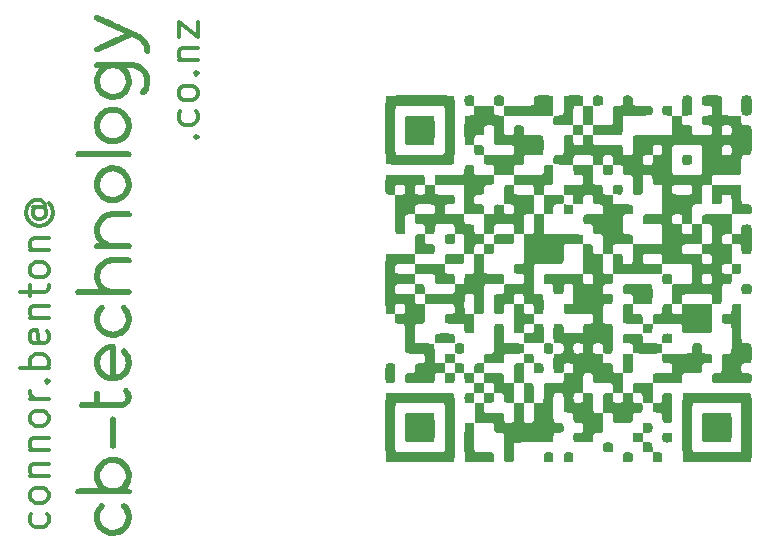
<source format=gbr>
%TF.GenerationSoftware,KiCad,Pcbnew,(6.0.0)*%
%TF.CreationDate,2022-07-14T20:59:07+12:00*%
%TF.ProjectId,BUSINESS_CARD,42555349-4e45-4535-935f-434152442e6b,0A*%
%TF.SameCoordinates,Original*%
%TF.FileFunction,Legend,Top*%
%TF.FilePolarity,Positive*%
%FSLAX46Y46*%
G04 Gerber Fmt 4.6, Leading zero omitted, Abs format (unit mm)*
G04 Created by KiCad (PCBNEW (6.0.0)) date 2022-07-14 20:59:07*
%MOMM*%
%LPD*%
G01*
G04 APERTURE LIST*
%ADD10C,0.350000*%
G04 APERTURE END LIST*
D10*
X179457142Y-138284642D02*
X179571428Y-138170357D01*
X179685714Y-138284642D01*
X179571428Y-138398928D01*
X179457142Y-138284642D01*
X179685714Y-138284642D01*
X179571428Y-136113214D02*
X179685714Y-136341785D01*
X179685714Y-136798928D01*
X179571428Y-137027500D01*
X179457142Y-137141785D01*
X179228571Y-137256071D01*
X178542857Y-137256071D01*
X178314285Y-137141785D01*
X178200000Y-137027500D01*
X178085714Y-136798928D01*
X178085714Y-136341785D01*
X178200000Y-136113214D01*
X179685714Y-134741785D02*
X179571428Y-134970357D01*
X179457142Y-135084642D01*
X179228571Y-135198928D01*
X178542857Y-135198928D01*
X178314285Y-135084642D01*
X178200000Y-134970357D01*
X178085714Y-134741785D01*
X178085714Y-134398928D01*
X178200000Y-134170357D01*
X178314285Y-134056071D01*
X178542857Y-133941785D01*
X179228571Y-133941785D01*
X179457142Y-134056071D01*
X179571428Y-134170357D01*
X179685714Y-134398928D01*
X179685714Y-134741785D01*
X179457142Y-132913214D02*
X179571428Y-132798928D01*
X179685714Y-132913214D01*
X179571428Y-133027500D01*
X179457142Y-132913214D01*
X179685714Y-132913214D01*
X178085714Y-131770357D02*
X179685714Y-131770357D01*
X178314285Y-131770357D02*
X178200000Y-131656071D01*
X178085714Y-131427500D01*
X178085714Y-131084642D01*
X178200000Y-130856071D01*
X178428571Y-130741785D01*
X179685714Y-130741785D01*
X178085714Y-129827500D02*
X178085714Y-128570357D01*
X179685714Y-129827500D01*
X179685714Y-128570357D01*
X166971428Y-170172500D02*
X167085714Y-170401071D01*
X167085714Y-170858214D01*
X166971428Y-171086785D01*
X166857142Y-171201071D01*
X166628571Y-171315357D01*
X165942857Y-171315357D01*
X165714285Y-171201071D01*
X165600000Y-171086785D01*
X165485714Y-170858214D01*
X165485714Y-170401071D01*
X165600000Y-170172500D01*
X167085714Y-168801071D02*
X166971428Y-169029642D01*
X166857142Y-169143928D01*
X166628571Y-169258214D01*
X165942857Y-169258214D01*
X165714285Y-169143928D01*
X165600000Y-169029642D01*
X165485714Y-168801071D01*
X165485714Y-168458214D01*
X165600000Y-168229642D01*
X165714285Y-168115357D01*
X165942857Y-168001071D01*
X166628571Y-168001071D01*
X166857142Y-168115357D01*
X166971428Y-168229642D01*
X167085714Y-168458214D01*
X167085714Y-168801071D01*
X165485714Y-166972500D02*
X167085714Y-166972500D01*
X165714285Y-166972500D02*
X165600000Y-166858214D01*
X165485714Y-166629642D01*
X165485714Y-166286785D01*
X165600000Y-166058214D01*
X165828571Y-165943928D01*
X167085714Y-165943928D01*
X165485714Y-164801071D02*
X167085714Y-164801071D01*
X165714285Y-164801071D02*
X165600000Y-164686785D01*
X165485714Y-164458214D01*
X165485714Y-164115357D01*
X165600000Y-163886785D01*
X165828571Y-163772500D01*
X167085714Y-163772500D01*
X167085714Y-162286785D02*
X166971428Y-162515357D01*
X166857142Y-162629642D01*
X166628571Y-162743928D01*
X165942857Y-162743928D01*
X165714285Y-162629642D01*
X165600000Y-162515357D01*
X165485714Y-162286785D01*
X165485714Y-161943928D01*
X165600000Y-161715357D01*
X165714285Y-161601071D01*
X165942857Y-161486785D01*
X166628571Y-161486785D01*
X166857142Y-161601071D01*
X166971428Y-161715357D01*
X167085714Y-161943928D01*
X167085714Y-162286785D01*
X167085714Y-160458214D02*
X165485714Y-160458214D01*
X165942857Y-160458214D02*
X165714285Y-160343928D01*
X165600000Y-160229642D01*
X165485714Y-160001071D01*
X165485714Y-159772500D01*
X166857142Y-158972500D02*
X166971428Y-158858214D01*
X167085714Y-158972500D01*
X166971428Y-159086785D01*
X166857142Y-158972500D01*
X167085714Y-158972500D01*
X167085714Y-157829642D02*
X164685714Y-157829642D01*
X165600000Y-157829642D02*
X165485714Y-157601071D01*
X165485714Y-157143928D01*
X165600000Y-156915357D01*
X165714285Y-156801071D01*
X165942857Y-156686785D01*
X166628571Y-156686785D01*
X166857142Y-156801071D01*
X166971428Y-156915357D01*
X167085714Y-157143928D01*
X167085714Y-157601071D01*
X166971428Y-157829642D01*
X166971428Y-154743928D02*
X167085714Y-154972500D01*
X167085714Y-155429642D01*
X166971428Y-155658214D01*
X166742857Y-155772500D01*
X165828571Y-155772500D01*
X165600000Y-155658214D01*
X165485714Y-155429642D01*
X165485714Y-154972500D01*
X165600000Y-154743928D01*
X165828571Y-154629642D01*
X166057142Y-154629642D01*
X166285714Y-155772500D01*
X165485714Y-153601071D02*
X167085714Y-153601071D01*
X165714285Y-153601071D02*
X165600000Y-153486785D01*
X165485714Y-153258214D01*
X165485714Y-152915357D01*
X165600000Y-152686785D01*
X165828571Y-152572500D01*
X167085714Y-152572500D01*
X165485714Y-151772500D02*
X165485714Y-150858214D01*
X164685714Y-151429642D02*
X166742857Y-151429642D01*
X166971428Y-151315357D01*
X167085714Y-151086785D01*
X167085714Y-150858214D01*
X167085714Y-149715357D02*
X166971428Y-149943928D01*
X166857142Y-150058214D01*
X166628571Y-150172500D01*
X165942857Y-150172500D01*
X165714285Y-150058214D01*
X165600000Y-149943928D01*
X165485714Y-149715357D01*
X165485714Y-149372500D01*
X165600000Y-149143928D01*
X165714285Y-149029642D01*
X165942857Y-148915357D01*
X166628571Y-148915357D01*
X166857142Y-149029642D01*
X166971428Y-149143928D01*
X167085714Y-149372500D01*
X167085714Y-149715357D01*
X165485714Y-147886785D02*
X167085714Y-147886785D01*
X165714285Y-147886785D02*
X165600000Y-147772500D01*
X165485714Y-147543928D01*
X165485714Y-147201071D01*
X165600000Y-146972500D01*
X165828571Y-146858214D01*
X167085714Y-146858214D01*
X165942857Y-144229642D02*
X165828571Y-144343928D01*
X165714285Y-144572500D01*
X165714285Y-144801071D01*
X165828571Y-145029642D01*
X165942857Y-145143928D01*
X166171428Y-145258214D01*
X166400000Y-145258214D01*
X166628571Y-145143928D01*
X166742857Y-145029642D01*
X166857142Y-144801071D01*
X166857142Y-144572500D01*
X166742857Y-144343928D01*
X166628571Y-144229642D01*
X165714285Y-144229642D02*
X166628571Y-144229642D01*
X166742857Y-144115357D01*
X166742857Y-144001071D01*
X166628571Y-143772500D01*
X166400000Y-143658214D01*
X165828571Y-143658214D01*
X165485714Y-143886785D01*
X165257142Y-144229642D01*
X165142857Y-144686785D01*
X165257142Y-145143928D01*
X165485714Y-145486785D01*
X165828571Y-145715357D01*
X166285714Y-145829642D01*
X166742857Y-145715357D01*
X167085714Y-145486785D01*
X167314285Y-145143928D01*
X167428571Y-144686785D01*
X167314285Y-144229642D01*
X167085714Y-143886785D01*
%TO.C,G\u002A\u002A\u002A*%
G36*
X198657983Y-150734032D02*
G01*
X198777350Y-150751323D01*
X198852598Y-150794284D01*
X198893872Y-150874288D01*
X198911319Y-151002708D01*
X198915085Y-151190919D01*
X198915100Y-151213885D01*
X198912015Y-151391715D01*
X198901964Y-151506656D01*
X198883750Y-151567957D01*
X198867296Y-151583293D01*
X198812318Y-151590118D01*
X198703235Y-151593581D01*
X198558245Y-151593326D01*
X198460245Y-151591203D01*
X198100997Y-151580770D01*
X198090665Y-151185694D01*
X198088307Y-150994520D01*
X198093567Y-150865995D01*
X198107245Y-150790726D01*
X198126848Y-150761106D01*
X198182606Y-150747570D01*
X198290738Y-150737160D01*
X198431268Y-150731554D01*
X198484349Y-150731039D01*
X198657983Y-150734032D01*
G37*
G36*
X211263855Y-164992797D02*
G01*
X211384254Y-165020038D01*
X211457022Y-165079786D01*
X211493726Y-165183778D01*
X211505929Y-165343753D01*
X211506553Y-165414905D01*
X211503160Y-165568552D01*
X211490744Y-165667494D01*
X211465948Y-165729166D01*
X211440384Y-165758638D01*
X211371378Y-165788373D01*
X211254360Y-165808932D01*
X211111098Y-165819820D01*
X210963361Y-165820540D01*
X210832915Y-165810596D01*
X210741531Y-165789493D01*
X210717778Y-165775100D01*
X210694400Y-165713631D01*
X210679506Y-165590539D01*
X210674359Y-165418885D01*
X210678782Y-165236050D01*
X210699599Y-165113457D01*
X210748126Y-165039163D01*
X210835683Y-165001224D01*
X210973588Y-164987694D01*
X211084259Y-164986325D01*
X211263855Y-164992797D01*
G37*
G36*
X202866314Y-134778605D02*
G01*
X202982545Y-134799854D01*
X203055047Y-134849310D01*
X203094021Y-134938458D01*
X203109669Y-135078787D01*
X203112251Y-135242625D01*
X203110231Y-135411935D01*
X203102861Y-135521943D01*
X203088175Y-135585631D01*
X203064205Y-135615983D01*
X203055018Y-135620488D01*
X202992616Y-135631085D01*
X202880436Y-135638877D01*
X202741052Y-135642385D01*
X202719336Y-135642451D01*
X202534822Y-135637698D01*
X202410623Y-135615644D01*
X202334909Y-135564595D01*
X202295848Y-135472857D01*
X202281609Y-135328734D01*
X202280057Y-135208263D01*
X202285170Y-135024872D01*
X202308074Y-134901718D01*
X202360117Y-134826958D01*
X202452647Y-134788751D01*
X202597012Y-134775257D01*
X202696154Y-134774074D01*
X202866314Y-134778605D01*
G37*
G36*
X211081410Y-144008431D02*
G01*
X211488461Y-144018661D01*
X211498736Y-144364719D01*
X211501839Y-144530471D01*
X211497834Y-144639906D01*
X211484491Y-144708906D01*
X211459581Y-144753355D01*
X211441614Y-144771770D01*
X211372083Y-144801997D01*
X211254645Y-144822966D01*
X211111070Y-144834149D01*
X210963129Y-144835017D01*
X210832593Y-144825042D01*
X210741232Y-144803696D01*
X210717778Y-144789345D01*
X210694887Y-144727210D01*
X210680295Y-144597476D01*
X210674453Y-144404481D01*
X210674359Y-144372063D01*
X210674359Y-143998200D01*
X211081410Y-144008431D01*
G37*
G36*
X197486667Y-140634522D02*
G01*
X197068224Y-140633078D01*
X196711278Y-140630961D01*
X196412209Y-140628117D01*
X196167394Y-140624493D01*
X195973212Y-140620034D01*
X195826040Y-140614685D01*
X195722258Y-140608392D01*
X195658243Y-140601101D01*
X195630373Y-140592757D01*
X195629743Y-140592194D01*
X195621300Y-140566433D01*
X195613921Y-140504713D01*
X195607551Y-140403402D01*
X195602135Y-140258864D01*
X195597618Y-140067465D01*
X195593946Y-139825572D01*
X195591063Y-139529550D01*
X195588914Y-139175766D01*
X195587445Y-138760584D01*
X195586600Y-138280371D01*
X195586325Y-137731492D01*
X195586325Y-137731058D01*
X196414947Y-137731058D01*
X196415559Y-138064807D01*
X196417337Y-138390299D01*
X196420282Y-138699474D01*
X196424393Y-138984269D01*
X196429670Y-139236625D01*
X196436115Y-139448479D01*
X196443725Y-139611771D01*
X196452502Y-139718439D01*
X196461937Y-139760000D01*
X196490409Y-139770008D01*
X196557059Y-139778509D01*
X196666109Y-139785594D01*
X196821781Y-139791353D01*
X197028297Y-139795876D01*
X197289880Y-139799254D01*
X197610752Y-139801576D01*
X197995135Y-139802933D01*
X198447250Y-139803416D01*
X198494345Y-139803419D01*
X198927264Y-139803263D01*
X199293564Y-139802683D01*
X199598988Y-139801511D01*
X199849280Y-139799581D01*
X200050185Y-139796725D01*
X200207446Y-139792776D01*
X200326809Y-139787565D01*
X200414016Y-139780927D01*
X200474813Y-139772692D01*
X200514943Y-139762695D01*
X200540151Y-139750768D01*
X200549501Y-139743538D01*
X200563941Y-139727298D01*
X200576117Y-139702980D01*
X200586223Y-139664742D01*
X200594450Y-139606739D01*
X200600991Y-139523129D01*
X200606037Y-139408067D01*
X200609780Y-139255711D01*
X200612412Y-139060218D01*
X200614125Y-138815743D01*
X200615111Y-138516444D01*
X200615562Y-138156476D01*
X200615669Y-137729998D01*
X200615669Y-137729222D01*
X200615509Y-137300329D01*
X200614915Y-136938002D01*
X200613714Y-136636445D01*
X200611735Y-136389859D01*
X200608807Y-136192447D01*
X200604756Y-136038412D01*
X200599412Y-135921955D01*
X200592603Y-135837280D01*
X200584156Y-135778589D01*
X200573900Y-135740084D01*
X200561664Y-135715967D01*
X200555788Y-135708619D01*
X200539704Y-135694317D01*
X200515605Y-135682233D01*
X200477711Y-135672182D01*
X200420241Y-135663976D01*
X200337417Y-135657430D01*
X200223457Y-135652358D01*
X200072583Y-135648573D01*
X199879014Y-135645890D01*
X199636971Y-135644123D01*
X199340674Y-135643085D01*
X198984342Y-135642590D01*
X198562196Y-135642452D01*
X198500631Y-135642451D01*
X198041049Y-135642852D01*
X197649611Y-135644117D01*
X197322100Y-135646334D01*
X197054299Y-135649594D01*
X196841991Y-135653986D01*
X196680959Y-135659600D01*
X196566988Y-135666526D01*
X196495859Y-135674854D01*
X196463356Y-135684674D01*
X196461937Y-135685869D01*
X196452050Y-135731174D01*
X196443329Y-135840772D01*
X196435775Y-136006604D01*
X196429388Y-136220607D01*
X196424167Y-136474721D01*
X196420112Y-136760884D01*
X196417224Y-137071036D01*
X196415502Y-137397114D01*
X196414947Y-137731058D01*
X195586325Y-137731058D01*
X195586325Y-137721306D01*
X195586388Y-137201691D01*
X195586650Y-136749626D01*
X195587221Y-136360295D01*
X195588213Y-136028883D01*
X195589735Y-135750575D01*
X195591898Y-135520557D01*
X195594811Y-135334013D01*
X195598586Y-135186128D01*
X195603333Y-135072086D01*
X195609161Y-134987074D01*
X195616182Y-134926275D01*
X195624506Y-134884875D01*
X195634243Y-134858058D01*
X195645503Y-134841010D01*
X195652493Y-134833956D01*
X195669415Y-134822840D01*
X195697140Y-134813180D01*
X195740478Y-134804874D01*
X195804238Y-134797822D01*
X195893230Y-134791922D01*
X196012263Y-134787075D01*
X196166147Y-134783179D01*
X196359691Y-134780133D01*
X196597705Y-134777837D01*
X196884999Y-134776190D01*
X197226381Y-134775091D01*
X197626661Y-134774440D01*
X198090649Y-134774136D01*
X198510897Y-134774074D01*
X199026276Y-134774112D01*
X199474171Y-134774306D01*
X199859461Y-134774780D01*
X200187028Y-134775658D01*
X200461751Y-134777063D01*
X200688512Y-134779117D01*
X200872189Y-134781945D01*
X201017663Y-134785669D01*
X201129816Y-134790413D01*
X201213526Y-134796301D01*
X201273674Y-134803455D01*
X201315141Y-134811998D01*
X201342807Y-134822055D01*
X201361553Y-134833747D01*
X201375498Y-134846439D01*
X201388847Y-134861218D01*
X201400442Y-134880273D01*
X201410405Y-134908482D01*
X201418856Y-134950724D01*
X201425918Y-135011875D01*
X201431711Y-135096814D01*
X201436356Y-135210418D01*
X201439975Y-135357565D01*
X201442689Y-135543132D01*
X201444619Y-135771998D01*
X201445886Y-136049040D01*
X201446612Y-136379135D01*
X201446918Y-136767162D01*
X201446925Y-137217998D01*
X201446763Y-137713889D01*
X201446046Y-138302149D01*
X201444392Y-138824781D01*
X201441813Y-139280928D01*
X201438319Y-139669733D01*
X201433923Y-139990337D01*
X201428635Y-140241882D01*
X201422467Y-140423512D01*
X201415430Y-140534368D01*
X201408783Y-140572294D01*
X201398727Y-140583897D01*
X201379834Y-140593994D01*
X201347360Y-140602690D01*
X201296562Y-140610089D01*
X201222700Y-140616294D01*
X201121030Y-140621409D01*
X200986810Y-140625540D01*
X200815297Y-140628789D01*
X200601751Y-140631261D01*
X200341427Y-140633060D01*
X200029584Y-140634289D01*
X199661480Y-140635054D01*
X199232373Y-140635457D01*
X198737519Y-140635603D01*
X198522532Y-140635613D01*
X198494345Y-140635600D01*
X197970229Y-140635349D01*
X197486667Y-140634522D01*
G37*
G36*
X216937747Y-150730485D02*
G01*
X217256747Y-150730942D01*
X217511211Y-150732563D01*
X217708966Y-150735719D01*
X217857836Y-150740785D01*
X217965647Y-150748133D01*
X218040224Y-150758135D01*
X218089392Y-150771165D01*
X218119869Y-150786810D01*
X218147027Y-150808235D01*
X218167261Y-150835812D01*
X218181590Y-150879547D01*
X218191031Y-150949447D01*
X218196602Y-151055517D01*
X218199323Y-151207764D01*
X218200209Y-151416195D01*
X218200285Y-151577213D01*
X218199766Y-151827841D01*
X218197654Y-152016093D01*
X218193118Y-152151954D01*
X218185325Y-152245411D01*
X218173443Y-152306448D01*
X218156640Y-152345050D01*
X218134117Y-152371173D01*
X218103409Y-152391424D01*
X218055712Y-152406619D01*
X217981393Y-152417451D01*
X217870819Y-152424615D01*
X217714355Y-152428802D01*
X217502368Y-152430707D01*
X217301923Y-152431055D01*
X216535897Y-152431055D01*
X216535897Y-152074839D01*
X216532738Y-151881655D01*
X216516475Y-151749306D01*
X216476929Y-151666323D01*
X216403921Y-151621234D01*
X216287273Y-151602571D01*
X216116806Y-151598861D01*
X216113514Y-151598861D01*
X215941610Y-151594360D01*
X215825863Y-151572954D01*
X215755246Y-151522792D01*
X215718731Y-151432021D01*
X215705290Y-151288787D01*
X215703704Y-151158386D01*
X215702698Y-151043360D01*
X215704423Y-150950956D01*
X215715988Y-150878707D01*
X215744504Y-150824149D01*
X215797082Y-150784814D01*
X215880832Y-150758239D01*
X216002865Y-150741956D01*
X216170292Y-150733502D01*
X216390222Y-150730409D01*
X216669768Y-150730213D01*
X216937747Y-150730485D01*
G37*
G36*
X217952642Y-162493260D02*
G01*
X218074312Y-162511546D01*
X218147831Y-162556213D01*
X218185270Y-162638869D01*
X218198702Y-162771125D01*
X218200285Y-162902817D01*
X218196762Y-163071996D01*
X218178597Y-163188237D01*
X218134392Y-163261447D01*
X218052749Y-163301529D01*
X217922272Y-163318389D01*
X217731563Y-163321932D01*
X217718020Y-163321938D01*
X217368091Y-163321938D01*
X217368091Y-162949260D01*
X217372661Y-162748123D01*
X217386063Y-162609428D01*
X217407833Y-162537615D01*
X217411510Y-162533163D01*
X217473029Y-162509806D01*
X217596514Y-162494929D01*
X217770749Y-162489744D01*
X217952642Y-162493260D01*
G37*
G36*
X208715410Y-157464969D02*
G01*
X208854105Y-157478371D01*
X208925918Y-157500141D01*
X208930370Y-157503818D01*
X208953748Y-157565287D01*
X208968642Y-157688379D01*
X208973789Y-157860034D01*
X208971068Y-158020444D01*
X208960952Y-158125141D01*
X208940508Y-158190637D01*
X208907621Y-158232712D01*
X208849721Y-158265710D01*
X208756014Y-158284658D01*
X208610923Y-158292174D01*
X208551405Y-158292593D01*
X208385957Y-158288900D01*
X208272269Y-158270228D01*
X208200666Y-158225191D01*
X208161471Y-158142400D01*
X208145007Y-158010467D01*
X208141597Y-157818007D01*
X208141595Y-157810328D01*
X208141595Y-157460399D01*
X208514273Y-157460399D01*
X208715410Y-157464969D01*
G37*
G36*
X203944444Y-159956980D02*
G01*
X203112251Y-159956980D01*
X203112251Y-159124787D01*
X203944444Y-159124787D01*
X203944444Y-159956980D01*
G37*
G36*
X198494345Y-165818519D02*
G01*
X197944871Y-165818252D01*
X197464122Y-165817416D01*
X197048460Y-165815954D01*
X196694248Y-165813812D01*
X196397848Y-165810934D01*
X196155622Y-165807266D01*
X195963932Y-165802753D01*
X195819141Y-165797338D01*
X195717611Y-165790968D01*
X195655704Y-165783586D01*
X195629782Y-165775138D01*
X195629743Y-165775100D01*
X195621300Y-165749339D01*
X195613921Y-165687619D01*
X195607551Y-165586308D01*
X195602135Y-165441770D01*
X195597618Y-165250371D01*
X195593946Y-165008478D01*
X195591063Y-164712456D01*
X195588914Y-164358672D01*
X195587445Y-163943490D01*
X195586600Y-163463276D01*
X195586325Y-162914398D01*
X195586325Y-162904212D01*
X195586327Y-162890773D01*
X196418518Y-162890773D01*
X196418701Y-163324340D01*
X196419354Y-163691208D01*
X196420635Y-163997042D01*
X196422702Y-164247507D01*
X196425714Y-164448268D01*
X196429827Y-164604989D01*
X196435201Y-164723335D01*
X196441994Y-164808972D01*
X196450362Y-164867565D01*
X196460465Y-164904778D01*
X196472460Y-164926276D01*
X196475376Y-164929467D01*
X196494195Y-164941919D01*
X196527491Y-164952438D01*
X196580939Y-164961183D01*
X196660213Y-164968313D01*
X196770987Y-164973985D01*
X196918935Y-164978360D01*
X197109733Y-164981595D01*
X197349053Y-164983850D01*
X197642571Y-164985283D01*
X197995960Y-164986053D01*
X198414895Y-164986319D01*
X198507784Y-164986325D01*
X198939141Y-164986168D01*
X199303900Y-164985582D01*
X199607823Y-164984399D01*
X199856677Y-164982450D01*
X200056225Y-164979566D01*
X200212234Y-164975578D01*
X200330466Y-164970316D01*
X200416688Y-164963612D01*
X200476664Y-164955297D01*
X200516158Y-164945200D01*
X200540936Y-164933154D01*
X200549501Y-164926444D01*
X200563900Y-164910250D01*
X200576049Y-164885997D01*
X200586139Y-164847860D01*
X200594361Y-164790014D01*
X200600903Y-164706635D01*
X200605956Y-164591898D01*
X200609712Y-164439979D01*
X200612359Y-164245053D01*
X200614088Y-164001294D01*
X200615089Y-163702879D01*
X200615553Y-163343983D01*
X200615669Y-162918781D01*
X200615669Y-162900233D01*
X200615600Y-162473075D01*
X200615254Y-162112403D01*
X200614421Y-161812339D01*
X200612893Y-161567003D01*
X200610463Y-161370518D01*
X200606920Y-161217004D01*
X200602056Y-161100584D01*
X200595663Y-161015377D01*
X200587531Y-160955507D01*
X200577453Y-160915094D01*
X200565220Y-160888260D01*
X200550622Y-160869125D01*
X200543305Y-160861539D01*
X200525680Y-160845798D01*
X200502965Y-160832522D01*
X200469272Y-160821500D01*
X200418712Y-160812524D01*
X200345397Y-160805383D01*
X200243437Y-160799869D01*
X200106944Y-160795770D01*
X199930029Y-160792878D01*
X199706803Y-160790983D01*
X199431378Y-160789876D01*
X199097865Y-160789345D01*
X198700376Y-160789183D01*
X198510897Y-160789174D01*
X198081348Y-160789334D01*
X197718375Y-160789926D01*
X197416188Y-160791122D01*
X197168999Y-160793092D01*
X196971019Y-160796009D01*
X196816459Y-160800043D01*
X196699531Y-160805365D01*
X196614445Y-160812146D01*
X196555414Y-160820558D01*
X196516647Y-160830770D01*
X196492356Y-160842956D01*
X196484687Y-160849056D01*
X196470340Y-160865190D01*
X196458226Y-160889360D01*
X196448157Y-160927367D01*
X196439944Y-160985010D01*
X196433399Y-161068090D01*
X196428336Y-161182408D01*
X196424565Y-161333765D01*
X196421898Y-161527960D01*
X196420148Y-161770794D01*
X196419127Y-162068069D01*
X196418647Y-162425584D01*
X196418519Y-162849140D01*
X196418518Y-162890773D01*
X195586327Y-162890773D01*
X195586388Y-162384597D01*
X195586650Y-161932532D01*
X195587221Y-161543201D01*
X195588213Y-161211789D01*
X195589735Y-160933481D01*
X195591898Y-160703463D01*
X195594811Y-160516919D01*
X195598586Y-160369034D01*
X195603333Y-160254992D01*
X195609161Y-160169980D01*
X195616182Y-160109181D01*
X195624506Y-160067781D01*
X195634243Y-160040964D01*
X195645503Y-160023916D01*
X195652493Y-160016862D01*
X195669415Y-160005746D01*
X195697140Y-159996086D01*
X195740478Y-159987780D01*
X195804238Y-159980728D01*
X195893230Y-159974828D01*
X196012263Y-159969981D01*
X196166147Y-159966085D01*
X196359691Y-159963039D01*
X196597705Y-159960743D01*
X196884999Y-159959096D01*
X197226381Y-159957997D01*
X197626661Y-159957346D01*
X198090649Y-159957042D01*
X198510897Y-159956980D01*
X199026276Y-159957018D01*
X199474171Y-159957212D01*
X199859461Y-159957686D01*
X200187028Y-159958564D01*
X200461751Y-159959969D01*
X200688512Y-159962023D01*
X200872189Y-159964851D01*
X201017663Y-159968575D01*
X201129816Y-159973319D01*
X201213526Y-159979207D01*
X201273674Y-159986361D01*
X201315141Y-159994904D01*
X201342807Y-160004960D01*
X201361553Y-160016653D01*
X201375498Y-160029345D01*
X201388840Y-160044125D01*
X201400433Y-160063200D01*
X201410399Y-160091445D01*
X201418862Y-160133734D01*
X201425944Y-160194941D01*
X201431768Y-160279942D01*
X201436458Y-160393610D01*
X201440135Y-160540821D01*
X201442924Y-160726448D01*
X201444946Y-160955367D01*
X201446325Y-161232451D01*
X201447183Y-161562576D01*
X201447643Y-161950616D01*
X201447829Y-162401445D01*
X201447863Y-162900233D01*
X201447799Y-163417014D01*
X201447533Y-163866271D01*
X201446953Y-164252845D01*
X201445946Y-164581578D01*
X201444401Y-164857309D01*
X201442206Y-165084881D01*
X201439247Y-165269133D01*
X201435415Y-165414908D01*
X201430595Y-165527045D01*
X201424677Y-165610386D01*
X201417548Y-165669772D01*
X201409096Y-165710043D01*
X201399209Y-165736041D01*
X201387775Y-165752606D01*
X201381695Y-165758638D01*
X201364847Y-165769699D01*
X201337223Y-165779320D01*
X201294041Y-165787600D01*
X201230516Y-165794637D01*
X201141865Y-165800531D01*
X201023303Y-165805382D01*
X200870047Y-165809288D01*
X200677314Y-165812349D01*
X200440319Y-165814664D01*
X200154278Y-165816331D01*
X199814409Y-165817451D01*
X199415926Y-165818123D01*
X198954047Y-165818445D01*
X198507784Y-165818517D01*
X198494345Y-165818519D01*
G37*
G36*
X196549192Y-154073077D02*
G01*
X196477589Y-154028040D01*
X196438394Y-153945249D01*
X196421930Y-153813316D01*
X196418520Y-153620856D01*
X196418518Y-153613177D01*
X196418518Y-153263248D01*
X196768447Y-153263248D01*
X196963114Y-153260187D01*
X197096868Y-153244400D01*
X197181108Y-153205983D01*
X197227229Y-153135030D01*
X197246629Y-153021637D01*
X197250706Y-152855898D01*
X197250712Y-152844128D01*
X197246497Y-152676921D01*
X197232368Y-152567735D01*
X197206101Y-152502635D01*
X197193854Y-152487912D01*
X197129580Y-152459837D01*
X197015660Y-152440413D01*
X196873641Y-152430036D01*
X196725068Y-152429103D01*
X196591488Y-152438009D01*
X196494447Y-152457150D01*
X196461937Y-152474473D01*
X196439036Y-152536601D01*
X196424439Y-152666230D01*
X196418609Y-152858919D01*
X196418518Y-152890570D01*
X196418518Y-153263248D01*
X196062303Y-153263248D01*
X195891596Y-153261195D01*
X195777882Y-153253412D01*
X195705862Y-153237468D01*
X195660239Y-153210929D01*
X195646206Y-153197080D01*
X195634295Y-153179062D01*
X195624062Y-153149817D01*
X195615381Y-153104151D01*
X195608128Y-153036869D01*
X195602175Y-152942780D01*
X195597399Y-152816688D01*
X195593672Y-152653401D01*
X195590870Y-152447725D01*
X195588867Y-152194467D01*
X195587537Y-151888432D01*
X195586754Y-151524428D01*
X195586394Y-151097261D01*
X195586325Y-150721175D01*
X195586466Y-150240169D01*
X195586970Y-149826408D01*
X195587955Y-149474772D01*
X195589537Y-149180143D01*
X195591836Y-148937399D01*
X195594969Y-148741423D01*
X195599054Y-148587094D01*
X195604210Y-148469293D01*
X195610554Y-148382900D01*
X195618204Y-148322797D01*
X195627279Y-148283863D01*
X195637896Y-148260979D01*
X195643183Y-148254579D01*
X195666614Y-148238829D01*
X195706965Y-148226224D01*
X195771632Y-148216429D01*
X195868008Y-148209107D01*
X196003489Y-148203920D01*
X196185469Y-148200532D01*
X196421342Y-148198606D01*
X196718504Y-148197805D01*
X196891473Y-148197721D01*
X198082906Y-148197721D01*
X198082906Y-149028977D01*
X199340242Y-149038492D01*
X200597578Y-149048006D01*
X200608019Y-149407803D01*
X200616243Y-149565834D01*
X200629895Y-149698921D01*
X200646759Y-149788898D01*
X200657677Y-149814854D01*
X200718027Y-149842635D01*
X200844535Y-149858193D01*
X201000014Y-149862109D01*
X201177209Y-149866149D01*
X201300316Y-149885659D01*
X201379133Y-149931722D01*
X201423458Y-150015420D01*
X201443091Y-150147836D01*
X201447830Y-150340052D01*
X201447863Y-150368661D01*
X201447863Y-150730485D01*
X200659088Y-150730485D01*
X200370016Y-150729089D01*
X200148021Y-150724718D01*
X199987868Y-150717101D01*
X199884321Y-150705962D01*
X199832144Y-150691030D01*
X199826894Y-150687066D01*
X199803556Y-150625506D01*
X199788694Y-150501691D01*
X199783476Y-150325362D01*
X199783476Y-150325243D01*
X199783362Y-150183766D01*
X199777517Y-150074463D01*
X199757685Y-149993191D01*
X199715608Y-149935804D01*
X199643032Y-149898159D01*
X199531699Y-149876111D01*
X199373354Y-149865516D01*
X199159740Y-149862229D01*
X198882601Y-149862106D01*
X198860826Y-149862109D01*
X198082906Y-149862109D01*
X198082906Y-149029915D01*
X197316880Y-149029915D01*
X197039145Y-149029887D01*
X196825399Y-149032486D01*
X196667281Y-149041739D01*
X196556430Y-149061672D01*
X196484484Y-149096311D01*
X196443081Y-149149682D01*
X196423861Y-149225810D01*
X196418460Y-149328723D01*
X196418518Y-149462446D01*
X196418518Y-149462474D01*
X196423806Y-149636178D01*
X196438825Y-149758498D01*
X196461937Y-149818690D01*
X196503134Y-149834525D01*
X196594507Y-149846505D01*
X196741291Y-149854901D01*
X196948724Y-149859988D01*
X197222041Y-149862038D01*
X197294131Y-149862109D01*
X198082906Y-149862109D01*
X198082906Y-150730485D01*
X197331128Y-150730485D01*
X197051022Y-150730581D01*
X196834968Y-150733482D01*
X196674662Y-150743107D01*
X196561801Y-150763373D01*
X196488080Y-150798199D01*
X196445195Y-150851503D01*
X196424842Y-150927204D01*
X196418718Y-151029220D01*
X196418518Y-151161117D01*
X196418418Y-151296456D01*
X196423690Y-151400614D01*
X196442695Y-151477666D01*
X196483792Y-151531685D01*
X196555342Y-151566745D01*
X196665706Y-151586918D01*
X196823242Y-151596280D01*
X197036312Y-151598903D01*
X197313274Y-151598861D01*
X198082906Y-151598861D01*
X198082906Y-151955076D01*
X198085565Y-152147092D01*
X198101163Y-152278986D01*
X198141134Y-152362040D01*
X198216911Y-152407541D01*
X198339926Y-152426770D01*
X198521612Y-152431012D01*
X198565171Y-152431055D01*
X198915100Y-152431055D01*
X198915100Y-153225793D01*
X198915456Y-153498823D01*
X198913756Y-153707990D01*
X198905850Y-153861762D01*
X198887587Y-153968610D01*
X198854815Y-154037005D01*
X198803384Y-154075415D01*
X198729141Y-154092312D01*
X198627937Y-154096166D01*
X198495620Y-154095446D01*
X198488898Y-154095442D01*
X198359501Y-154095901D01*
X198260987Y-154103060D01*
X198189150Y-154125595D01*
X198139784Y-154172181D01*
X198108680Y-154251491D01*
X198091633Y-154372201D01*
X198084435Y-154542985D01*
X198082880Y-154772519D01*
X198082906Y-154932615D01*
X198084531Y-155206252D01*
X198089647Y-155413703D01*
X198098615Y-155561078D01*
X198111796Y-155654487D01*
X198128134Y-155698259D01*
X198150898Y-155718679D01*
X198191075Y-155734330D01*
X198257964Y-155746005D01*
X198360868Y-155754498D01*
X198509087Y-155760603D01*
X198711922Y-155765113D01*
X198951282Y-155768493D01*
X199729202Y-155777921D01*
X199747293Y-156567871D01*
X199753281Y-156844717D01*
X199760178Y-157057656D01*
X199772787Y-157215040D01*
X199795915Y-157325222D01*
X199834367Y-157396554D01*
X199892947Y-157437389D01*
X199976461Y-157456079D01*
X200089714Y-157460977D01*
X200237511Y-157460434D01*
X200260762Y-157460399D01*
X200615669Y-157460399D01*
X200615669Y-157087721D01*
X200620240Y-156886584D01*
X200633641Y-156747890D01*
X200655411Y-156676076D01*
X200659088Y-156671624D01*
X200721216Y-156648723D01*
X200850844Y-156634126D01*
X201043534Y-156628296D01*
X201075185Y-156628206D01*
X201447863Y-156628206D01*
X201447863Y-157020181D01*
X201445760Y-157181909D01*
X201440067Y-157315903D01*
X201431708Y-157406214D01*
X201423742Y-157436278D01*
X201379730Y-157446115D01*
X201279336Y-157454017D01*
X201138534Y-157459055D01*
X201008830Y-157460399D01*
X200618039Y-157460399D01*
X200607809Y-157867451D01*
X200597578Y-158274502D01*
X200235755Y-158284047D01*
X200039497Y-158292753D01*
X199904267Y-158313774D01*
X199818748Y-158357713D01*
X199771624Y-158435170D01*
X199751580Y-158556746D01*
X199747297Y-158733044D01*
X199747293Y-158741644D01*
X199741773Y-158907432D01*
X199726268Y-159025265D01*
X199703875Y-159081368D01*
X199669217Y-159094476D01*
X199590810Y-159104967D01*
X199463562Y-159113027D01*
X199282383Y-159118841D01*
X199042183Y-159122597D01*
X198737873Y-159124479D01*
X198515465Y-159124787D01*
X198179166Y-159125150D01*
X197908195Y-159124676D01*
X197695530Y-159121020D01*
X197534151Y-159111838D01*
X197417036Y-159094784D01*
X197337164Y-159067513D01*
X197287513Y-159027682D01*
X197261064Y-158972944D01*
X197250793Y-158900956D01*
X197249681Y-158809372D01*
X197250712Y-158702403D01*
X197255624Y-158527441D01*
X197278400Y-158410775D01*
X197331099Y-158340705D01*
X197425783Y-158305528D01*
X197574512Y-158293544D01*
X197673096Y-158292593D01*
X197848058Y-158287681D01*
X197964724Y-158264905D01*
X198034794Y-158212206D01*
X198069971Y-158117522D01*
X198081955Y-157968793D01*
X198082906Y-157870209D01*
X198087818Y-157695247D01*
X198110593Y-157578582D01*
X198163293Y-157508511D01*
X198257977Y-157473334D01*
X198406706Y-157461351D01*
X198505290Y-157460399D01*
X198677462Y-157455863D01*
X198793291Y-157434339D01*
X198863862Y-157383957D01*
X198900261Y-157292846D01*
X198913575Y-157149133D01*
X198915100Y-157021553D01*
X198909725Y-156850847D01*
X198894523Y-156730239D01*
X198871681Y-156671624D01*
X198827989Y-156654864D01*
X198731581Y-156642438D01*
X198577383Y-156634054D01*
X198360323Y-156629418D01*
X198119903Y-156628206D01*
X197865917Y-156627269D01*
X197674330Y-156623988D01*
X197535196Y-156617650D01*
X197438568Y-156607545D01*
X197374499Y-156592964D01*
X197333041Y-156573196D01*
X197331128Y-156571880D01*
X197308866Y-156554969D01*
X197291146Y-156533661D01*
X197277450Y-156500182D01*
X197267259Y-156446758D01*
X197260055Y-156365613D01*
X197255321Y-156248975D01*
X197252537Y-156089068D01*
X197251187Y-155878118D01*
X197250751Y-155608350D01*
X197250712Y-155365380D01*
X197251077Y-155028317D01*
X197250619Y-154756596D01*
X197247007Y-154543211D01*
X197237911Y-154381155D01*
X197221001Y-154263423D01*
X197193946Y-154183006D01*
X197154416Y-154132900D01*
X197100080Y-154106096D01*
X197028608Y-154095590D01*
X196937669Y-154094373D01*
X196828328Y-154095442D01*
X196768447Y-154094105D01*
X196662880Y-154091749D01*
X196549192Y-154073077D01*
G37*
G36*
X205210826Y-154095442D02*
G01*
X205347291Y-154096113D01*
X205451684Y-154103824D01*
X205528298Y-154127116D01*
X205581428Y-154174535D01*
X205615368Y-154254624D01*
X205634410Y-154375926D01*
X205642849Y-154546986D01*
X205644979Y-154776348D01*
X205645014Y-154959388D01*
X205646153Y-155220801D01*
X205649908Y-155417882D01*
X205656785Y-155558630D01*
X205667291Y-155651047D01*
X205681932Y-155703134D01*
X205693061Y-155718479D01*
X205748381Y-155733773D01*
X205872419Y-155746717D01*
X206061557Y-155757091D01*
X206312178Y-155764678D01*
X206516209Y-155768137D01*
X207291310Y-155777921D01*
X207301501Y-156180662D01*
X207304626Y-156360014D01*
X207302250Y-156479755D01*
X207292940Y-156552524D01*
X207275262Y-156590961D01*
X207253314Y-156605804D01*
X207200521Y-156612635D01*
X207087315Y-156618626D01*
X206925643Y-156623439D01*
X206727455Y-156626733D01*
X206504700Y-156628170D01*
X206463394Y-156628206D01*
X206184238Y-156629774D01*
X205972244Y-156634673D01*
X205822275Y-156643188D01*
X205729193Y-156655609D01*
X205688433Y-156671624D01*
X205664973Y-156732863D01*
X205650004Y-156854248D01*
X205645014Y-157015357D01*
X205644683Y-157152835D01*
X205638156Y-157258820D01*
X205617132Y-157337278D01*
X205573311Y-157392172D01*
X205498393Y-157427468D01*
X205384076Y-157447130D01*
X205222062Y-157455123D01*
X205004048Y-157455410D01*
X204730693Y-157452071D01*
X203962535Y-157442308D01*
X203952071Y-157102993D01*
X203949587Y-156910191D01*
X203962691Y-156778096D01*
X204001213Y-156695278D01*
X204074988Y-156650311D01*
X204193847Y-156631763D01*
X204360541Y-156628206D01*
X204471338Y-156629189D01*
X204560569Y-156627447D01*
X204630559Y-156615941D01*
X204683631Y-156587634D01*
X204722110Y-156535487D01*
X204748318Y-156452463D01*
X204764580Y-156331523D01*
X204773221Y-156165630D01*
X204776563Y-155947745D01*
X204776930Y-155670830D01*
X204776638Y-155368020D01*
X204776365Y-155030778D01*
X204777139Y-154758876D01*
X204781352Y-154545307D01*
X204791397Y-154383057D01*
X204809665Y-154265118D01*
X204838547Y-154184479D01*
X204880437Y-154134129D01*
X204937726Y-154107058D01*
X205012806Y-154096256D01*
X205108068Y-154094711D01*
X205210826Y-154095442D01*
G37*
G36*
X217916322Y-164156790D02*
G01*
X218048216Y-164172389D01*
X218131271Y-164212360D01*
X218176771Y-164288137D01*
X218196000Y-164411151D01*
X218200242Y-164592837D01*
X218200285Y-164636396D01*
X218200285Y-164986325D01*
X217841046Y-164986325D01*
X217648721Y-164984185D01*
X217517205Y-164970060D01*
X217434942Y-164932396D01*
X217390378Y-164859637D01*
X217371957Y-164740230D01*
X217368124Y-164562618D01*
X217368091Y-164513370D01*
X217368091Y-164154131D01*
X217724307Y-164154131D01*
X217916322Y-164156790D01*
G37*
G36*
X203112251Y-163678153D02*
G01*
X203112482Y-164004162D01*
X203113447Y-164265439D01*
X203115550Y-164469617D01*
X203119195Y-164624326D01*
X203124787Y-164737200D01*
X203132730Y-164815870D01*
X203143429Y-164867969D01*
X203157289Y-164901128D01*
X203174714Y-164922979D01*
X203178419Y-164926444D01*
X203210458Y-164947472D01*
X203260204Y-164963031D01*
X203337738Y-164973903D01*
X203453143Y-164980868D01*
X203616500Y-164984709D01*
X203837891Y-164986207D01*
X203950731Y-164986325D01*
X204215602Y-164986414D01*
X204416847Y-164989773D01*
X204563190Y-165001038D01*
X204663359Y-165024844D01*
X204726077Y-165065829D01*
X204760071Y-165128628D01*
X204774066Y-165217878D01*
X204776787Y-165338215D01*
X204776638Y-165425171D01*
X204771264Y-165595877D01*
X204756062Y-165716485D01*
X204733219Y-165775100D01*
X204698600Y-165788191D01*
X204620265Y-165798672D01*
X204493129Y-165806728D01*
X204312104Y-165812545D01*
X204072104Y-165816307D01*
X203768041Y-165818202D01*
X203541787Y-165818519D01*
X203217876Y-165818132D01*
X202958785Y-165816735D01*
X202756975Y-165813971D01*
X202604903Y-165809485D01*
X202495028Y-165802920D01*
X202419809Y-165793921D01*
X202371706Y-165782132D01*
X202343177Y-165767198D01*
X202336915Y-165761661D01*
X202322976Y-165740812D01*
X202311478Y-165704444D01*
X202302194Y-165646120D01*
X202294896Y-165559401D01*
X202289357Y-165437850D01*
X202285348Y-165275028D01*
X202282641Y-165064498D01*
X202281010Y-164799821D01*
X202280227Y-164474560D01*
X202280057Y-164154131D01*
X202280310Y-163773723D01*
X202281222Y-163459239D01*
X202283020Y-163204244D01*
X202285932Y-163002297D01*
X202290186Y-162846963D01*
X202296009Y-162731801D01*
X202303629Y-162650376D01*
X202313274Y-162596248D01*
X202325172Y-162562979D01*
X202336915Y-162546602D01*
X202382605Y-162518667D01*
X202461182Y-162501109D01*
X202586119Y-162492087D01*
X202753012Y-162489744D01*
X203112251Y-162489744D01*
X203112251Y-163678153D01*
G37*
G36*
X214835328Y-141028011D02*
G01*
X214833274Y-141198717D01*
X214825491Y-141312432D01*
X214809547Y-141384452D01*
X214783008Y-141430074D01*
X214769159Y-141444108D01*
X214708743Y-141478026D01*
X214610522Y-141497032D01*
X214458873Y-141503847D01*
X214425427Y-141503989D01*
X214255592Y-141499048D01*
X214138459Y-141476753D01*
X214064340Y-141425896D01*
X214023544Y-141335268D01*
X214006382Y-141193661D01*
X214003134Y-141015527D01*
X214003134Y-140671795D01*
X214835328Y-140671795D01*
X214835328Y-141028011D01*
G37*
G36*
X205361055Y-134776874D02*
G01*
X205454284Y-134788511D01*
X205515908Y-134813841D01*
X205566254Y-134857723D01*
X205566342Y-134857817D01*
X205605799Y-134909349D01*
X205629529Y-134973046D01*
X205641314Y-135067692D01*
X205644937Y-135212069D01*
X205645014Y-135248586D01*
X205639647Y-135419539D01*
X205624460Y-135540288D01*
X205601595Y-135599032D01*
X205543961Y-135620515D01*
X205434609Y-135634948D01*
X205293845Y-135642331D01*
X205141971Y-135642663D01*
X204999292Y-135635945D01*
X204886112Y-135622177D01*
X204822733Y-135601359D01*
X204820057Y-135599032D01*
X204796674Y-135537575D01*
X204781776Y-135414575D01*
X204776638Y-135243515D01*
X204778618Y-135088196D01*
X204787169Y-134986924D01*
X204806205Y-134921431D01*
X204839641Y-134873448D01*
X204860380Y-134852746D01*
X204916489Y-134810814D01*
X204987006Y-134786786D01*
X205092576Y-134776095D01*
X205215897Y-134774074D01*
X205361055Y-134776874D01*
G37*
G36*
X219706116Y-163329861D02*
G01*
X219797500Y-163350964D01*
X219821253Y-163365357D01*
X219846987Y-163428643D01*
X219862239Y-163541926D01*
X219867405Y-163683660D01*
X219862881Y-163832298D01*
X219849062Y-163966295D01*
X219826344Y-164064105D01*
X219807814Y-164097273D01*
X219734350Y-164132149D01*
X219613236Y-164152772D01*
X219467091Y-164159434D01*
X219318533Y-164152432D01*
X219190181Y-164132059D01*
X219104651Y-164098610D01*
X219092360Y-164087963D01*
X219055623Y-164008606D01*
X219033973Y-163883767D01*
X219027207Y-163736280D01*
X219035121Y-163588980D01*
X219057513Y-163464703D01*
X219094178Y-163386282D01*
X219098647Y-163381819D01*
X219167653Y-163352084D01*
X219284671Y-163331525D01*
X219427933Y-163320637D01*
X219575670Y-163319917D01*
X219706116Y-163329861D01*
G37*
G36*
X218200285Y-160789174D02*
G01*
X217368091Y-160789174D01*
X217368091Y-160432959D01*
X217365432Y-160240943D01*
X217349834Y-160109049D01*
X217309862Y-160025995D01*
X217234086Y-159980494D01*
X217111071Y-159961265D01*
X216929385Y-159957023D01*
X216885826Y-159956980D01*
X216535897Y-159956980D01*
X216535897Y-159597742D01*
X216538707Y-159418431D01*
X216548365Y-159297839D01*
X216566711Y-159222493D01*
X216592755Y-159181645D01*
X216621530Y-159162429D01*
X216670431Y-159147972D01*
X216748746Y-159137640D01*
X216865759Y-159130797D01*
X217030757Y-159126810D01*
X217253027Y-159125044D01*
X217424949Y-159124787D01*
X218200285Y-159124787D01*
X218200285Y-160789174D01*
G37*
G36*
X202280057Y-148553937D02*
G01*
X202280434Y-148701153D01*
X202275999Y-148814464D01*
X202258403Y-148898296D01*
X202219297Y-148957070D01*
X202150330Y-148995211D01*
X202043154Y-149017143D01*
X201889419Y-149027290D01*
X201680775Y-149030075D01*
X201408874Y-149029922D01*
X201381695Y-149029915D01*
X200615669Y-149029915D01*
X200615669Y-148651273D01*
X200617011Y-148479433D01*
X200622616Y-148365838D01*
X200634855Y-148296392D01*
X200656099Y-148257001D01*
X200685655Y-148235177D01*
X200745928Y-148222493D01*
X200869990Y-148212021D01*
X201049287Y-148204147D01*
X201275266Y-148199256D01*
X201517849Y-148197721D01*
X202280057Y-148197721D01*
X202280057Y-148553937D01*
G37*
G36*
X207926145Y-159128844D02*
G01*
X208009976Y-159146440D01*
X208068750Y-159185547D01*
X208106892Y-159254514D01*
X208128824Y-159361690D01*
X208138970Y-159515425D01*
X208141755Y-159724068D01*
X208141602Y-159995969D01*
X208141595Y-160023149D01*
X208141595Y-160789174D01*
X207309402Y-160789174D01*
X207309402Y-159124787D01*
X207665617Y-159124787D01*
X207812833Y-159124410D01*
X207926145Y-159128844D01*
G37*
G36*
X217368091Y-164154131D02*
G01*
X217008852Y-164154131D01*
X216816498Y-164151697D01*
X216684950Y-164137404D01*
X216602664Y-164100766D01*
X216558093Y-164031298D01*
X216539692Y-163918515D01*
X216535916Y-163751932D01*
X216535897Y-163724595D01*
X216541144Y-163549459D01*
X216556075Y-163426314D01*
X216579316Y-163365357D01*
X216641444Y-163342456D01*
X216771072Y-163327858D01*
X216963762Y-163322028D01*
X216995413Y-163321938D01*
X217368091Y-163321938D01*
X217368091Y-164154131D01*
G37*
G36*
X214594795Y-164156811D02*
G01*
X214714079Y-164172827D01*
X214785519Y-164214149D01*
X214821369Y-164292746D01*
X214833883Y-164420585D01*
X214835328Y-164564265D01*
X214830330Y-164748472D01*
X214815946Y-164876913D01*
X214793082Y-164941658D01*
X214791909Y-164942906D01*
X214730440Y-164966284D01*
X214607348Y-164981178D01*
X214435693Y-164986325D01*
X214252922Y-164982021D01*
X214130394Y-164961317D01*
X214056141Y-164912529D01*
X214018197Y-164823968D01*
X214004593Y-164683950D01*
X214003134Y-164563942D01*
X214008294Y-164387194D01*
X214031893Y-164270008D01*
X214086107Y-164200280D01*
X214183112Y-164165905D01*
X214335085Y-164154782D01*
X214415413Y-164154131D01*
X214594795Y-164156811D01*
G37*
G36*
X213762786Y-134779410D02*
G01*
X213880809Y-134803309D01*
X213952454Y-134857615D01*
X213989068Y-134954168D01*
X214002001Y-135104810D01*
X214003134Y-135208263D01*
X214001472Y-135364608D01*
X213994122Y-135465276D01*
X213977540Y-135526921D01*
X213948182Y-135566198D01*
X213922718Y-135586125D01*
X213835562Y-135621160D01*
X213693482Y-135639165D01*
X213563854Y-135642451D01*
X213392532Y-135641664D01*
X213279965Y-135630948D01*
X213213837Y-135597773D01*
X213181833Y-135529606D01*
X213171639Y-135413916D01*
X213170940Y-135242625D01*
X213174963Y-135051014D01*
X213193834Y-134920132D01*
X213237753Y-134838490D01*
X213316921Y-134794602D01*
X213441540Y-134776981D01*
X213587037Y-134774074D01*
X213762786Y-134779410D01*
G37*
G36*
X203112251Y-159124787D02*
G01*
X202756035Y-159124787D01*
X202564019Y-159122128D01*
X202432126Y-159106529D01*
X202349071Y-159066558D01*
X202303571Y-158990782D01*
X202284342Y-158867767D01*
X202280100Y-158686081D01*
X202280057Y-158642522D01*
X202280057Y-158292593D01*
X203112251Y-158292593D01*
X203112251Y-159124787D01*
G37*
G36*
X215441590Y-142341470D02*
G01*
X215563911Y-142356489D01*
X215624102Y-142379602D01*
X215647722Y-142439534D01*
X215662701Y-142549587D01*
X215669235Y-142689160D01*
X215667521Y-142837653D01*
X215657755Y-142974466D01*
X215640134Y-143078999D01*
X215616953Y-143129119D01*
X215549335Y-143150771D01*
X215414484Y-143161471D01*
X215216749Y-143160881D01*
X215209902Y-143160686D01*
X214853419Y-143150285D01*
X214842954Y-142810970D01*
X214840332Y-142618213D01*
X214853296Y-142486173D01*
X214892093Y-142403401D01*
X214966971Y-142358445D01*
X215088179Y-142339856D01*
X215265963Y-142336183D01*
X215267887Y-142336183D01*
X215441590Y-142341470D01*
G37*
G36*
X201447863Y-158648809D02*
G01*
X201444621Y-158842028D01*
X201428278Y-158974412D01*
X201388907Y-159057421D01*
X201316582Y-159102513D01*
X201201379Y-159121148D01*
X201035584Y-159124787D01*
X200861835Y-159122681D01*
X200744158Y-159108497D01*
X200671628Y-159070435D01*
X200633321Y-158996695D01*
X200618311Y-158875476D01*
X200615673Y-158694979D01*
X200615669Y-158671234D01*
X200615669Y-158292593D01*
X201447863Y-158292593D01*
X201447863Y-158648809D01*
G37*
G36*
X200868907Y-154927786D02*
G01*
X201073915Y-154931547D01*
X201223802Y-154943884D01*
X201327183Y-154969759D01*
X201392674Y-155014138D01*
X201428890Y-155081986D01*
X201444446Y-155178265D01*
X201447958Y-155307942D01*
X201447863Y-155416097D01*
X201447863Y-155759829D01*
X199783476Y-155759829D01*
X199783476Y-155400591D01*
X199786286Y-155221280D01*
X199795943Y-155100688D01*
X199814290Y-155025342D01*
X199840334Y-154984494D01*
X199870594Y-154964381D01*
X199921948Y-154949502D01*
X200004178Y-154939124D01*
X200127065Y-154932515D01*
X200300389Y-154928944D01*
X200533932Y-154927678D01*
X200600163Y-154927636D01*
X200868907Y-154927786D01*
G37*
G36*
X218749638Y-164989354D02*
G01*
X218881940Y-165005499D01*
X218964890Y-165045349D01*
X219009972Y-165119493D01*
X219028672Y-165238519D01*
X219032473Y-165413015D01*
X219032479Y-165425171D01*
X219027104Y-165595877D01*
X219011902Y-165716485D01*
X218989060Y-165775100D01*
X218927541Y-165798457D01*
X218804056Y-165813334D01*
X218629821Y-165818519D01*
X218455126Y-165815838D01*
X218335654Y-165800100D01*
X218260922Y-165759759D01*
X218220442Y-165683269D01*
X218203731Y-165559086D01*
X218200302Y-165375664D01*
X218200285Y-165345564D01*
X218200285Y-164986325D01*
X218556500Y-164986325D01*
X218749638Y-164989354D01*
G37*
G36*
X218200285Y-154454681D02*
G01*
X218198144Y-154647006D01*
X218184020Y-154778522D01*
X218146355Y-154860785D01*
X218073597Y-154905349D01*
X217954189Y-154923770D01*
X217776577Y-154927603D01*
X217727330Y-154927636D01*
X217368091Y-154927636D01*
X217368091Y-154095442D01*
X218200285Y-154095442D01*
X218200285Y-154454681D01*
G37*
G36*
X211767419Y-134774271D02*
G01*
X211970794Y-134778201D01*
X212119146Y-134790871D01*
X212221140Y-134817291D01*
X212285440Y-134862468D01*
X212320711Y-134931412D01*
X212335620Y-135029130D01*
X212338831Y-135160632D01*
X212338746Y-135258665D01*
X212336554Y-135423842D01*
X212328583Y-135529983D01*
X212312739Y-135590323D01*
X212286928Y-135618097D01*
X212281514Y-135620488D01*
X212220782Y-135630443D01*
X212108178Y-135638044D01*
X211964183Y-135642092D01*
X211906029Y-135642451D01*
X211723233Y-135647385D01*
X211606202Y-135662721D01*
X211548976Y-135689259D01*
X211547903Y-135690497D01*
X211532609Y-135745818D01*
X211519666Y-135869856D01*
X211509291Y-136058993D01*
X211501705Y-136309614D01*
X211498245Y-136513645D01*
X211488461Y-137288747D01*
X210720304Y-137298510D01*
X210438539Y-137302022D01*
X210221002Y-137301686D01*
X210059561Y-137293263D01*
X209946081Y-137272513D01*
X209872427Y-137235199D01*
X209830465Y-137177081D01*
X209812061Y-137093922D01*
X209809081Y-136981481D01*
X209813390Y-136835522D01*
X209813688Y-136826082D01*
X209824074Y-136492735D01*
X210197982Y-136474644D01*
X210372422Y-136464293D01*
X210488947Y-136451385D01*
X210562007Y-136432919D01*
X210606051Y-136405894D01*
X210623124Y-136386318D01*
X210641760Y-136344891D01*
X210655566Y-136272883D01*
X210665129Y-136161332D01*
X210671037Y-136001273D01*
X210673878Y-135783741D01*
X210674359Y-135604960D01*
X210674907Y-135358644D01*
X210677135Y-135174519D01*
X210681914Y-135042418D01*
X210690117Y-134952173D01*
X210702618Y-134893614D01*
X210720288Y-134856574D01*
X210740527Y-134833956D01*
X210772869Y-134812752D01*
X210823086Y-134797114D01*
X210901360Y-134786238D01*
X211017874Y-134779321D01*
X211182810Y-134775562D01*
X211406352Y-134774158D01*
X211500356Y-134774074D01*
X211767419Y-134774271D01*
G37*
G36*
X209805983Y-141444108D02*
G01*
X209805979Y-141720732D01*
X209803317Y-141933396D01*
X209794025Y-142090494D01*
X209774127Y-142200418D01*
X209739650Y-142271561D01*
X209686619Y-142312316D01*
X209611062Y-142331077D01*
X209509003Y-142336236D01*
X209383599Y-142336183D01*
X209218150Y-142339876D01*
X209104463Y-142358548D01*
X209032860Y-142403585D01*
X208993665Y-142486376D01*
X208977201Y-142618308D01*
X208973791Y-142810769D01*
X208973789Y-142818448D01*
X208973789Y-143168376D01*
X208141595Y-143168376D01*
X208141595Y-142809138D01*
X208138785Y-142629827D01*
X208129127Y-142509235D01*
X208110781Y-142433889D01*
X208084737Y-142393041D01*
X208055963Y-142373825D01*
X208007061Y-142359368D01*
X207928747Y-142349036D01*
X207811734Y-142342193D01*
X207646735Y-142338206D01*
X207424465Y-142336440D01*
X207252544Y-142336183D01*
X206477208Y-142336183D01*
X206477208Y-142695422D01*
X206480018Y-142874732D01*
X206489676Y-142995324D01*
X206508022Y-143070670D01*
X206534066Y-143111519D01*
X206562840Y-143130734D01*
X206611742Y-143145191D01*
X206690056Y-143155523D01*
X206807069Y-143162366D01*
X206972068Y-143166353D01*
X207194338Y-143168119D01*
X207366260Y-143168376D01*
X208141595Y-143168376D01*
X208141595Y-144832764D01*
X207785380Y-144832764D01*
X207614301Y-144834861D01*
X207500308Y-144842748D01*
X207428203Y-144858815D01*
X207382786Y-144885454D01*
X207370023Y-144898114D01*
X207349909Y-144929697D01*
X207334439Y-144980576D01*
X207322841Y-145060176D01*
X207314342Y-145177921D01*
X207308171Y-145343236D01*
X207303556Y-145565545D01*
X207301096Y-145739354D01*
X207291310Y-146515243D01*
X206495299Y-146515243D01*
X206477208Y-146141335D01*
X206466856Y-145966895D01*
X206453948Y-145850370D01*
X206435483Y-145777309D01*
X206408457Y-145733265D01*
X206388882Y-145716192D01*
X206346808Y-145697302D01*
X206273699Y-145683379D01*
X206160490Y-145673812D01*
X205998117Y-145667993D01*
X205777517Y-145665314D01*
X205626315Y-145664958D01*
X205386147Y-145665253D01*
X205207674Y-145666912D01*
X205080225Y-145671094D01*
X204993129Y-145678957D01*
X204935717Y-145691661D01*
X204897317Y-145710364D01*
X204867260Y-145736226D01*
X204855310Y-145748700D01*
X204818313Y-145795959D01*
X204795026Y-145853515D01*
X204782383Y-145938336D01*
X204777319Y-146067393D01*
X204776638Y-146184073D01*
X204776638Y-146535704D01*
X204369587Y-146525473D01*
X203962535Y-146515243D01*
X203962535Y-144850855D01*
X204322332Y-144840415D01*
X204480363Y-144832190D01*
X204613451Y-144818538D01*
X204703427Y-144801675D01*
X204729384Y-144790756D01*
X204757165Y-144730406D01*
X204772722Y-144603899D01*
X204776638Y-144448419D01*
X204781006Y-144267564D01*
X204801509Y-144142754D01*
X204849251Y-144064195D01*
X204935331Y-144022092D01*
X205070853Y-144006650D01*
X205266917Y-144008074D01*
X205275440Y-144008321D01*
X205626923Y-144018661D01*
X205637363Y-144378458D01*
X205645588Y-144536489D01*
X205659240Y-144669577D01*
X205676103Y-144759553D01*
X205687022Y-144785509D01*
X205744813Y-144812540D01*
X205866244Y-144828102D01*
X206041842Y-144832764D01*
X206225301Y-144828547D01*
X206348475Y-144808175D01*
X206423298Y-144760072D01*
X206461705Y-144672656D01*
X206475631Y-144534351D01*
X206477208Y-144410380D01*
X206473515Y-144244932D01*
X206454843Y-144131244D01*
X206409806Y-144059641D01*
X206327014Y-144020446D01*
X206195082Y-144003982D01*
X206002621Y-144000572D01*
X205994943Y-144000570D01*
X205645014Y-144000570D01*
X205645014Y-143211795D01*
X205646410Y-142922723D01*
X205650780Y-142700728D01*
X205658398Y-142540575D01*
X205669536Y-142437029D01*
X205684469Y-142384851D01*
X205688433Y-142379602D01*
X205750561Y-142356701D01*
X205880189Y-142342103D01*
X206072879Y-142336273D01*
X206104530Y-142336183D01*
X206477208Y-142336183D01*
X206477208Y-141503989D01*
X207665617Y-141503989D01*
X208008269Y-141504368D01*
X208285474Y-141504019D01*
X208504131Y-141500714D01*
X208671143Y-141492225D01*
X208793410Y-141476323D01*
X208877834Y-141450781D01*
X208931316Y-141413369D01*
X208960756Y-141361861D01*
X208973057Y-141294026D01*
X208975118Y-141207638D01*
X208973842Y-141100468D01*
X208973789Y-141081605D01*
X208977482Y-140916157D01*
X208996154Y-140802469D01*
X209041191Y-140730866D01*
X209123982Y-140691671D01*
X209255915Y-140675207D01*
X209448375Y-140671797D01*
X209456054Y-140671795D01*
X209805983Y-140671795D01*
X209805983Y-141444108D01*
G37*
G36*
X223956333Y-161655854D02*
G01*
X224199622Y-161659310D01*
X224419368Y-161664788D01*
X224604918Y-161672287D01*
X224745617Y-161681807D01*
X224830813Y-161693348D01*
X224850598Y-161700969D01*
X224863689Y-161735589D01*
X224874170Y-161813923D01*
X224882226Y-161941059D01*
X224888043Y-162122084D01*
X224891806Y-162362085D01*
X224893700Y-162666148D01*
X224894017Y-162892402D01*
X224893630Y-163216313D01*
X224892233Y-163475403D01*
X224889469Y-163677214D01*
X224884983Y-163829286D01*
X224878418Y-163939161D01*
X224869419Y-164014379D01*
X224857630Y-164062482D01*
X224842696Y-164091011D01*
X224837159Y-164097273D01*
X224813169Y-164113404D01*
X224771943Y-164126229D01*
X224705882Y-164136111D01*
X224607387Y-164143414D01*
X224468860Y-164148502D01*
X224282701Y-164151738D01*
X224041312Y-164153486D01*
X223737093Y-164154109D01*
X223648750Y-164154131D01*
X223331324Y-164153881D01*
X223078423Y-164152838D01*
X222882206Y-164150568D01*
X222734835Y-164146635D01*
X222628469Y-164140605D01*
X222555269Y-164132041D01*
X222507395Y-164120508D01*
X222477008Y-164105571D01*
X222457317Y-164087963D01*
X222440448Y-164062710D01*
X222427033Y-164023167D01*
X222416687Y-163961591D01*
X222409024Y-163870238D01*
X222403660Y-163741367D01*
X222400211Y-163567234D01*
X222398290Y-163340095D01*
X222397515Y-163052207D01*
X222397436Y-162883092D01*
X222398259Y-162537554D01*
X222400854Y-162259267D01*
X222405407Y-162043134D01*
X222412106Y-161884058D01*
X222421138Y-161776942D01*
X222432691Y-161716691D01*
X222440855Y-161700969D01*
X222488972Y-161688255D01*
X222598772Y-161677563D01*
X222759602Y-161668892D01*
X222960808Y-161662241D01*
X223191738Y-161657613D01*
X223441738Y-161655005D01*
X223700154Y-161654419D01*
X223956333Y-161655854D01*
G37*
G36*
X198842903Y-161658346D02*
G01*
X199125484Y-161660855D01*
X199345850Y-161665259D01*
X199509066Y-161671738D01*
X199620198Y-161680476D01*
X199684313Y-161691654D01*
X199703875Y-161700969D01*
X199716857Y-161735352D01*
X199727274Y-161813226D01*
X199735306Y-161939658D01*
X199741135Y-162119713D01*
X199744943Y-162358458D01*
X199746912Y-162660960D01*
X199747293Y-162911804D01*
X199747118Y-163233493D01*
X199746297Y-163490400D01*
X199744390Y-163690112D01*
X199740957Y-163840211D01*
X199735558Y-163948281D01*
X199727751Y-164021906D01*
X199717096Y-164068671D01*
X199703153Y-164096159D01*
X199685481Y-164111953D01*
X199677307Y-164116676D01*
X199618964Y-164128046D01*
X199492685Y-164137545D01*
X199302881Y-164145034D01*
X199053958Y-164150375D01*
X198750328Y-164153427D01*
X198488898Y-164154131D01*
X198173483Y-164153876D01*
X197922543Y-164152814D01*
X197728186Y-164150502D01*
X197582523Y-164146497D01*
X197477664Y-164140357D01*
X197405720Y-164131638D01*
X197358799Y-164119897D01*
X197329014Y-164104691D01*
X197310593Y-164087963D01*
X197293540Y-164062425D01*
X197280020Y-164022465D01*
X197269633Y-163960239D01*
X197261982Y-163867906D01*
X197256668Y-163737621D01*
X197253292Y-163561541D01*
X197251455Y-163331823D01*
X197250760Y-163040623D01*
X197250712Y-162909659D01*
X197251961Y-162569119D01*
X197255615Y-162279811D01*
X197261532Y-162046190D01*
X197269571Y-161872713D01*
X197279591Y-161763837D01*
X197288168Y-161727536D01*
X197301417Y-161708257D01*
X197323339Y-161692882D01*
X197361518Y-161680970D01*
X197423538Y-161672082D01*
X197516981Y-161665777D01*
X197649433Y-161661613D01*
X197828478Y-161659152D01*
X198061698Y-161657951D01*
X198356679Y-161657571D01*
X198493039Y-161657550D01*
X198842903Y-161658346D01*
G37*
G36*
X221322544Y-139809891D02*
G01*
X221442944Y-139837132D01*
X221515712Y-139896880D01*
X221552415Y-140000872D01*
X221564619Y-140160847D01*
X221565242Y-140231999D01*
X221561849Y-140385646D01*
X221549433Y-140484588D01*
X221524637Y-140546260D01*
X221499074Y-140575732D01*
X221430068Y-140605467D01*
X221313050Y-140626026D01*
X221169788Y-140636914D01*
X221022050Y-140637634D01*
X220891605Y-140627690D01*
X220800220Y-140606587D01*
X220776467Y-140592194D01*
X220753090Y-140530725D01*
X220738195Y-140407633D01*
X220733048Y-140235979D01*
X220737472Y-140053144D01*
X220758288Y-139930551D01*
X220806816Y-139856257D01*
X220894373Y-139818318D01*
X221032277Y-139804789D01*
X221142949Y-139803419D01*
X221322544Y-139809891D01*
G37*
G36*
X216287238Y-164992488D02*
G01*
X216410052Y-165018748D01*
X216484474Y-165076763D01*
X216522243Y-165178190D01*
X216535100Y-165334686D01*
X216535897Y-165414905D01*
X216532505Y-165568552D01*
X216520088Y-165667494D01*
X216495292Y-165729166D01*
X216469729Y-165758638D01*
X216400723Y-165788373D01*
X216283705Y-165808932D01*
X216140443Y-165819820D01*
X215992705Y-165820540D01*
X215862260Y-165810596D01*
X215770875Y-165789493D01*
X215747122Y-165775100D01*
X215723766Y-165713581D01*
X215708889Y-165590096D01*
X215703704Y-165415861D01*
X215707324Y-165233927D01*
X215725682Y-165112217D01*
X215770022Y-165038671D01*
X215851590Y-165001233D01*
X215981630Y-164987844D01*
X216104294Y-164986325D01*
X216287238Y-164992488D01*
G37*
G36*
X202877596Y-140676867D02*
G01*
X203004408Y-140691417D01*
X203068035Y-140714449D01*
X203068832Y-140715214D01*
X203092184Y-140776742D01*
X203107059Y-140900295D01*
X203112251Y-141074986D01*
X203112470Y-141206657D01*
X203118664Y-141308219D01*
X203139137Y-141383574D01*
X203182193Y-141436627D01*
X203256138Y-141471282D01*
X203369274Y-141491442D01*
X203529907Y-141501010D01*
X203746341Y-141503891D01*
X204024860Y-141503989D01*
X204776638Y-141503989D01*
X204776638Y-141860205D01*
X204774584Y-142030911D01*
X204766802Y-142144625D01*
X204750857Y-142216645D01*
X204724319Y-142262268D01*
X204710470Y-142276301D01*
X204652570Y-142309300D01*
X204558863Y-142328248D01*
X204413772Y-142335764D01*
X204354254Y-142336183D01*
X204179815Y-142341023D01*
X204063304Y-142363561D01*
X203993137Y-142415821D01*
X203957728Y-142509830D01*
X203945494Y-142657613D01*
X203944444Y-142761590D01*
X203940345Y-142936695D01*
X203919861Y-143052740D01*
X203870713Y-143121816D01*
X203780624Y-143156015D01*
X203637314Y-143167430D01*
X203531371Y-143168376D01*
X203352486Y-143173083D01*
X203233223Y-143195257D01*
X203161594Y-143246978D01*
X203125612Y-143340329D01*
X203113289Y-143487390D01*
X203112251Y-143590760D01*
X203117162Y-143765722D01*
X203139938Y-143882388D01*
X203192638Y-143952458D01*
X203287322Y-143987635D01*
X203436050Y-143999619D01*
X203534634Y-144000570D01*
X203700083Y-144004263D01*
X203813770Y-144022935D01*
X203885373Y-144067973D01*
X203924568Y-144150764D01*
X203941033Y-144282696D01*
X203944443Y-144475157D01*
X203944444Y-144482835D01*
X203944444Y-144832764D01*
X202280057Y-144832764D01*
X202280057Y-143644355D01*
X202279825Y-143318346D01*
X202278860Y-143057069D01*
X202276757Y-142852891D01*
X202273112Y-142698182D01*
X202267521Y-142585308D01*
X202259577Y-142506638D01*
X202248878Y-142454539D01*
X202235018Y-142421380D01*
X202217593Y-142399529D01*
X202213889Y-142396064D01*
X202189079Y-142379484D01*
X202150182Y-142366235D01*
X202089611Y-142355954D01*
X201999779Y-142348277D01*
X201873099Y-142342840D01*
X201701983Y-142339278D01*
X201478844Y-142337228D01*
X201196096Y-142336326D01*
X200965598Y-142336183D01*
X199783476Y-142336183D01*
X199783476Y-141963505D01*
X199788046Y-141762368D01*
X199801447Y-141623673D01*
X199823218Y-141551860D01*
X199826894Y-141547408D01*
X199861552Y-141534300D01*
X199939959Y-141523809D01*
X200067207Y-141515749D01*
X200248386Y-141509934D01*
X200488586Y-141506179D01*
X200792896Y-141504297D01*
X201015304Y-141503989D01*
X201351674Y-141504400D01*
X201622716Y-141504011D01*
X201835444Y-141500386D01*
X201996878Y-141491091D01*
X202114032Y-141473691D01*
X202193926Y-141445751D01*
X202243574Y-141404837D01*
X202269994Y-141348514D01*
X202280204Y-141274347D01*
X202281219Y-141179901D01*
X202280057Y-141065143D01*
X202285431Y-140894437D01*
X202300633Y-140773829D01*
X202323476Y-140715214D01*
X202385192Y-140691956D01*
X202510335Y-140677153D01*
X202690351Y-140671799D01*
X202696154Y-140671795D01*
X202877596Y-140676867D01*
G37*
G36*
X198859387Y-136475458D02*
G01*
X199139071Y-136478025D01*
X199356582Y-136482528D01*
X199517005Y-136489155D01*
X199625429Y-136498090D01*
X199686939Y-136509518D01*
X199703875Y-136518063D01*
X199716588Y-136566180D01*
X199727281Y-136675980D01*
X199735952Y-136836810D01*
X199742602Y-137038017D01*
X199747231Y-137268947D01*
X199749838Y-137518946D01*
X199750425Y-137777362D01*
X199748990Y-138033542D01*
X199745533Y-138276831D01*
X199740056Y-138496577D01*
X199732557Y-138682126D01*
X199723037Y-138822825D01*
X199711496Y-138908021D01*
X199703875Y-138927807D01*
X199669217Y-138940915D01*
X199590810Y-138951406D01*
X199463562Y-138959466D01*
X199282383Y-138965280D01*
X199042183Y-138969036D01*
X198737873Y-138970918D01*
X198515465Y-138971225D01*
X198195993Y-138970979D01*
X197941095Y-138969956D01*
X197742983Y-138967728D01*
X197593868Y-138963866D01*
X197485961Y-138957945D01*
X197411472Y-138949534D01*
X197362613Y-138938208D01*
X197331595Y-138923538D01*
X197310629Y-138905097D01*
X197310593Y-138905057D01*
X197293632Y-138879661D01*
X197280164Y-138839909D01*
X197269797Y-138778008D01*
X197262140Y-138686165D01*
X197256801Y-138556585D01*
X197253388Y-138381477D01*
X197251510Y-138153047D01*
X197250775Y-137863501D01*
X197250712Y-137713625D01*
X197251110Y-137393164D01*
X197252549Y-137137443D01*
X197255395Y-136938841D01*
X197260015Y-136789737D01*
X197266775Y-136682510D01*
X197276042Y-136609537D01*
X197288182Y-136563198D01*
X197303563Y-136535872D01*
X197307570Y-136531502D01*
X197331402Y-136515479D01*
X197372379Y-136502716D01*
X197438044Y-136492858D01*
X197535937Y-136485548D01*
X197673599Y-136480432D01*
X197858572Y-136477152D01*
X198098396Y-136475353D01*
X198400613Y-136474680D01*
X198512442Y-136474644D01*
X198859387Y-136475458D01*
G37*
G36*
X198553223Y-146533325D02*
G01*
X198565171Y-146533334D01*
X198915100Y-146533334D01*
X198915100Y-146877066D01*
X198919148Y-147073365D01*
X198938128Y-147208705D01*
X198982292Y-147294337D01*
X199061894Y-147341516D01*
X199187185Y-147361493D01*
X199360142Y-147365527D01*
X199527869Y-147370989D01*
X199646792Y-147386375D01*
X199703875Y-147408946D01*
X199727086Y-147470739D01*
X199741859Y-147596573D01*
X199747284Y-147778518D01*
X199747293Y-147787588D01*
X199745582Y-147948261D01*
X199738557Y-148051726D01*
X199723380Y-148113096D01*
X199697213Y-148147484D01*
X199677307Y-148160266D01*
X199617034Y-148172950D01*
X199492973Y-148183421D01*
X199313676Y-148191295D01*
X199087696Y-148196186D01*
X198845114Y-148197721D01*
X198082906Y-148197721D01*
X198082906Y-147425409D01*
X198082674Y-147148621D01*
X198084999Y-146935795D01*
X198094408Y-146778554D01*
X198115430Y-146668522D01*
X198152593Y-146597323D01*
X198210426Y-146556580D01*
X198293456Y-146537916D01*
X198406212Y-146532957D01*
X198553223Y-146533325D01*
G37*
G36*
X201996095Y-157463058D02*
G01*
X202127988Y-157478657D01*
X202211043Y-157518628D01*
X202256543Y-157594404D01*
X202275772Y-157717419D01*
X202280014Y-157899105D01*
X202280057Y-157942664D01*
X202280057Y-158292593D01*
X201447863Y-158292593D01*
X201447863Y-157460399D01*
X201804079Y-157460399D01*
X201996095Y-157463058D01*
G37*
G36*
X207309402Y-159124787D02*
G01*
X206477208Y-159124787D01*
X206477208Y-158336012D01*
X206478604Y-158046939D01*
X206482974Y-157824945D01*
X206490592Y-157664792D01*
X206501730Y-157561245D01*
X206516662Y-157509068D01*
X206520627Y-157503818D01*
X206582755Y-157480917D01*
X206712383Y-157466320D01*
X206905073Y-157460490D01*
X206936724Y-157460399D01*
X207309402Y-157460399D01*
X207309402Y-159124787D01*
G37*
G36*
X219864672Y-152766736D02*
G01*
X219868036Y-152964835D01*
X219884416Y-153101859D01*
X219923246Y-153189010D01*
X219993960Y-153237489D01*
X220105990Y-153258497D01*
X220268770Y-153263236D01*
X220282821Y-153263248D01*
X220463730Y-153258909D01*
X220588450Y-153238384D01*
X220667362Y-153190412D01*
X220710845Y-153103730D01*
X220729280Y-152967076D01*
X220733048Y-152774787D01*
X220733048Y-152431055D01*
X223229630Y-152431055D01*
X223229630Y-153619464D01*
X223229398Y-153945473D01*
X223228433Y-154206750D01*
X223226330Y-154410927D01*
X223222685Y-154565637D01*
X223217093Y-154678510D01*
X223209150Y-154757181D01*
X223198451Y-154809279D01*
X223184591Y-154842438D01*
X223167166Y-154864290D01*
X223163461Y-154867754D01*
X223138208Y-154884623D01*
X223098665Y-154898038D01*
X223037089Y-154908385D01*
X222945737Y-154916048D01*
X222816865Y-154921411D01*
X222642732Y-154924861D01*
X222415593Y-154926781D01*
X222127706Y-154927557D01*
X221958590Y-154927636D01*
X221613052Y-154926812D01*
X221334765Y-154924218D01*
X221118632Y-154919664D01*
X220959556Y-154912965D01*
X220852440Y-154903933D01*
X220792189Y-154892381D01*
X220776467Y-154884217D01*
X220753007Y-154822978D01*
X220738038Y-154701593D01*
X220733048Y-154540485D01*
X220734070Y-154425164D01*
X220732585Y-154331624D01*
X220721763Y-154257597D01*
X220694777Y-154200811D01*
X220644798Y-154158997D01*
X220564998Y-154129885D01*
X220448550Y-154111206D01*
X220288624Y-154100688D01*
X220078393Y-154096063D01*
X219811028Y-154095060D01*
X219479701Y-154095409D01*
X219394302Y-154095442D01*
X218200285Y-154095442D01*
X218200285Y-153739226D01*
X218203444Y-153546043D01*
X218219707Y-153413694D01*
X218259254Y-153330710D01*
X218332261Y-153285622D01*
X218448909Y-153266958D01*
X218619376Y-153263249D01*
X218622668Y-153263248D01*
X218797631Y-153258336D01*
X218914296Y-153235561D01*
X218984367Y-153182861D01*
X219019543Y-153088177D01*
X219031527Y-152939448D01*
X219032479Y-152840865D01*
X219036172Y-152675416D01*
X219054843Y-152561728D01*
X219099881Y-152490126D01*
X219182672Y-152450930D01*
X219314604Y-152434466D01*
X219507065Y-152431056D01*
X219514743Y-152431055D01*
X219864672Y-152431055D01*
X219864672Y-152766736D01*
G37*
G36*
X203660482Y-138973884D02*
G01*
X203792375Y-138989483D01*
X203875430Y-139029454D01*
X203920930Y-139105231D01*
X203940159Y-139228246D01*
X203944401Y-139409932D01*
X203944444Y-139453490D01*
X203944444Y-139803419D01*
X203585205Y-139803419D01*
X203392881Y-139801279D01*
X203261365Y-139787154D01*
X203179102Y-139749490D01*
X203134537Y-139676731D01*
X203116116Y-139557324D01*
X203112284Y-139379712D01*
X203112251Y-139330464D01*
X203112251Y-138971225D01*
X203468466Y-138971225D01*
X203660482Y-138973884D01*
G37*
G36*
X202399078Y-154903965D02*
G01*
X202328324Y-154856139D01*
X202293096Y-154768109D01*
X202281147Y-154627715D01*
X202280057Y-154514562D01*
X202279684Y-154380351D01*
X202272752Y-154278339D01*
X202250543Y-154204113D01*
X202204338Y-154153263D01*
X202125420Y-154121377D01*
X202005070Y-154104046D01*
X201834570Y-154096857D01*
X201605201Y-154095399D01*
X201451681Y-154095442D01*
X201207165Y-154093486D01*
X200998057Y-154087938D01*
X200834188Y-154079279D01*
X200725388Y-154067989D01*
X200685655Y-154057987D01*
X200652558Y-154032225D01*
X200631792Y-153987977D01*
X200620593Y-153910282D01*
X200616195Y-153784178D01*
X200615669Y-153679345D01*
X200618246Y-153502685D01*
X200634086Y-153384788D01*
X200675358Y-153313775D01*
X200754228Y-153277767D01*
X200882864Y-153264886D01*
X201041871Y-153263248D01*
X201215226Y-153258249D01*
X201330828Y-153235216D01*
X201400260Y-153182098D01*
X201435105Y-153086845D01*
X201446948Y-152937406D01*
X201447863Y-152840865D01*
X201444592Y-152685476D01*
X201443760Y-152678489D01*
X202279941Y-152678489D01*
X202282773Y-152884894D01*
X202293320Y-153036085D01*
X202316350Y-153140626D01*
X202356630Y-153207080D01*
X202418929Y-153244011D01*
X202508014Y-153259982D01*
X202628652Y-153263559D01*
X202756035Y-153263248D01*
X203112251Y-153263248D01*
X203112251Y-152474473D01*
X203110855Y-152185401D01*
X203106484Y-151963406D01*
X203098867Y-151803253D01*
X203087728Y-151699707D01*
X203072796Y-151647529D01*
X203068832Y-151642280D01*
X203010660Y-151620341D01*
X202901419Y-151605858D01*
X202762017Y-151598832D01*
X202613365Y-151599261D01*
X202476372Y-151607147D01*
X202371948Y-151622488D01*
X202323476Y-151642280D01*
X202306892Y-151685482D01*
X202294549Y-151780900D01*
X202286157Y-151933648D01*
X202281426Y-152148841D01*
X202280057Y-152408305D01*
X202279941Y-152678489D01*
X201443760Y-152678489D01*
X201432636Y-152585124D01*
X201408780Y-152522688D01*
X201382251Y-152491439D01*
X201356978Y-152474962D01*
X201316335Y-152461616D01*
X201252818Y-152450990D01*
X201158921Y-152442673D01*
X201027142Y-152436254D01*
X200849976Y-152431321D01*
X200619918Y-152427462D01*
X200329465Y-152424267D01*
X200124915Y-152422512D01*
X198933191Y-152412963D01*
X198922960Y-152005912D01*
X198912730Y-151598861D01*
X200107932Y-151598861D01*
X200455170Y-151599313D01*
X200736880Y-151599028D01*
X200959877Y-151595539D01*
X201130977Y-151586383D01*
X201256995Y-151569093D01*
X201344748Y-151541207D01*
X201401049Y-151500257D01*
X201432716Y-151443780D01*
X201446564Y-151369311D01*
X201449408Y-151274384D01*
X201448065Y-151156536D01*
X201447863Y-151114270D01*
X201450055Y-150949094D01*
X201458026Y-150842953D01*
X201473870Y-150782613D01*
X201499681Y-150754838D01*
X201505096Y-150752447D01*
X201565708Y-150742538D01*
X201678337Y-150734954D01*
X201822644Y-150730872D01*
X201883737Y-150730485D01*
X202049149Y-150727847D01*
X202160646Y-150711992D01*
X202228857Y-150671004D01*
X202264410Y-150592969D01*
X202277934Y-150465971D01*
X202280057Y-150286192D01*
X202284300Y-150108090D01*
X202304959Y-149988295D01*
X202353931Y-149915310D01*
X202443113Y-149877640D01*
X202584399Y-149863789D01*
X202718903Y-149862109D01*
X202889609Y-149856735D01*
X203010217Y-149841532D01*
X203068832Y-149818690D01*
X203084667Y-149777493D01*
X203096647Y-149686120D01*
X203105043Y-149539336D01*
X203110130Y-149331903D01*
X203112180Y-149058587D01*
X203112251Y-148986496D01*
X203112251Y-148197721D01*
X203944444Y-148197721D01*
X203944444Y-148970034D01*
X203944919Y-149227711D01*
X203946859Y-149422728D01*
X203951034Y-149564784D01*
X203958216Y-149663582D01*
X203969176Y-149728820D01*
X203984685Y-149770201D01*
X204005516Y-149797425D01*
X204010612Y-149802227D01*
X204042518Y-149823179D01*
X204092058Y-149838703D01*
X204169269Y-149849571D01*
X204284188Y-149856557D01*
X204446853Y-149860434D01*
X204667300Y-149861973D01*
X204788533Y-149862109D01*
X205058835Y-149862258D01*
X205265357Y-149865927D01*
X205416669Y-149877941D01*
X205521343Y-149903131D01*
X205587950Y-149946323D01*
X205625062Y-150012345D01*
X205641251Y-150106027D01*
X205645088Y-150232196D01*
X205645014Y-150344540D01*
X205642582Y-150494323D01*
X205636057Y-150615621D01*
X205626601Y-150691037D01*
X205620893Y-150706363D01*
X205579025Y-150713578D01*
X205475864Y-150719932D01*
X205322480Y-150725081D01*
X205129944Y-150728682D01*
X204909325Y-150730392D01*
X204842972Y-150730485D01*
X204589748Y-150730888D01*
X204398825Y-150732687D01*
X204260144Y-150736761D01*
X204163645Y-150743992D01*
X204099266Y-150755262D01*
X204056946Y-150771451D01*
X204026626Y-150793441D01*
X204016809Y-150802849D01*
X203996602Y-150825989D01*
X203980550Y-150855820D01*
X203968175Y-150900293D01*
X203959001Y-150967356D01*
X203952550Y-151064958D01*
X203948347Y-151201048D01*
X203945914Y-151383575D01*
X203944775Y-151620488D01*
X203944453Y-151919735D01*
X203944444Y-152009350D01*
X203944978Y-152344287D01*
X203944775Y-152613924D01*
X203941128Y-152825297D01*
X203931332Y-152985444D01*
X203912678Y-153101401D01*
X203882462Y-153180207D01*
X203837976Y-153228897D01*
X203776513Y-153254509D01*
X203695368Y-153264080D01*
X203591833Y-153264647D01*
X203463202Y-153263248D01*
X203112251Y-153263248D01*
X203112251Y-154038584D01*
X203111550Y-154301317D01*
X203109024Y-154500982D01*
X203104038Y-154646863D01*
X203095959Y-154748249D01*
X203084152Y-154814424D01*
X203067981Y-154854675D01*
X203055393Y-154870778D01*
X203002724Y-154901551D01*
X202911182Y-154919586D01*
X202766833Y-154927088D01*
X202696154Y-154927636D01*
X202628652Y-154926165D01*
X202517605Y-154923744D01*
X202399078Y-154903965D01*
G37*
G36*
X209571971Y-164990998D02*
G01*
X209686080Y-165012921D01*
X209755605Y-165063955D01*
X209791452Y-165155957D01*
X209804528Y-165300787D01*
X209805983Y-165425171D01*
X209800609Y-165595877D01*
X209785406Y-165716485D01*
X209762564Y-165775100D01*
X209701095Y-165798478D01*
X209578003Y-165813372D01*
X209406348Y-165818519D01*
X209223514Y-165814095D01*
X209100921Y-165793279D01*
X209026627Y-165744752D01*
X208988688Y-165657195D01*
X208975158Y-165519290D01*
X208973789Y-165408619D01*
X208980261Y-165229023D01*
X209007502Y-165108624D01*
X209067250Y-165035855D01*
X209171242Y-164999152D01*
X209331216Y-164986949D01*
X209402369Y-164986325D01*
X209571971Y-164990998D01*
G37*
G36*
X216517806Y-159975072D02*
G01*
X216528080Y-160342529D01*
X216538601Y-160545685D01*
X216556760Y-160680916D01*
X216582282Y-160746246D01*
X216584380Y-160748186D01*
X216638575Y-160765478D01*
X216747041Y-160781007D01*
X216891686Y-160792602D01*
X216990203Y-160796825D01*
X217350000Y-160807265D01*
X217358627Y-161150998D01*
X217358598Y-161308572D01*
X217351277Y-161442949D01*
X217338061Y-161534496D01*
X217329692Y-161558049D01*
X217297979Y-161590387D01*
X217239676Y-161609755D01*
X217139199Y-161619098D01*
X216994429Y-161621368D01*
X216805190Y-161625689D01*
X216676542Y-161645698D01*
X216596895Y-161691967D01*
X216554659Y-161775065D01*
X216538240Y-161905563D01*
X216535897Y-162039516D01*
X216535312Y-162182023D01*
X216527817Y-162290775D01*
X216504801Y-162370331D01*
X216457655Y-162425250D01*
X216377767Y-162460092D01*
X216256529Y-162479415D01*
X216085329Y-162487778D01*
X215855557Y-162489742D01*
X215685612Y-162489744D01*
X215416485Y-162489418D01*
X215211105Y-162485426D01*
X215060864Y-162473243D01*
X214957149Y-162448346D01*
X214891350Y-162406212D01*
X214854857Y-162342317D01*
X214839057Y-162252138D01*
X214835340Y-162131151D01*
X214835328Y-162043073D01*
X214831851Y-161872858D01*
X214813821Y-161755907D01*
X214769839Y-161682252D01*
X214688504Y-161641923D01*
X214558418Y-161624953D01*
X214368179Y-161621375D01*
X214353063Y-161621368D01*
X214003134Y-161621368D01*
X214003134Y-160861539D01*
X214003130Y-160582758D01*
X214006120Y-160367991D01*
X214016604Y-160208906D01*
X214039083Y-160097167D01*
X214078055Y-160024441D01*
X214138023Y-159982393D01*
X214223487Y-159962690D01*
X214338946Y-159956997D01*
X214488902Y-159956980D01*
X214835328Y-159956980D01*
X214835328Y-160313196D01*
X214838344Y-160506330D01*
X214854478Y-160638628D01*
X214894359Y-160721575D01*
X214968617Y-160766657D01*
X215087879Y-160785359D01*
X215262775Y-160789168D01*
X215275802Y-160789174D01*
X215448323Y-160785824D01*
X215566917Y-160768178D01*
X215641667Y-160724844D01*
X215682658Y-160644430D01*
X215699971Y-160515545D01*
X215703691Y-160326796D01*
X215703704Y-160305724D01*
X215703704Y-159954610D01*
X216517806Y-159975072D01*
G37*
G36*
X219654302Y-159957957D02*
G01*
X219722060Y-159969686D01*
X219773537Y-159998251D01*
X219810957Y-160050658D01*
X219836540Y-160133913D01*
X219852508Y-160255021D01*
X219861084Y-160420990D01*
X219864490Y-160638824D01*
X219864946Y-160915530D01*
X219864672Y-161229649D01*
X219864425Y-161548413D01*
X219863395Y-161802620D01*
X219861152Y-162000076D01*
X219857266Y-162148588D01*
X219851307Y-162255961D01*
X219842844Y-162330002D01*
X219831447Y-162378519D01*
X219816685Y-162409316D01*
X219798504Y-162429863D01*
X219738088Y-162463781D01*
X219639867Y-162482787D01*
X219488217Y-162489602D01*
X219454772Y-162489744D01*
X219278905Y-162483885D01*
X219159721Y-162458603D01*
X219086382Y-162402345D01*
X219048052Y-162303555D01*
X219033891Y-162150679D01*
X219032479Y-162039516D01*
X219027683Y-161866521D01*
X219005551Y-161749068D01*
X218954463Y-161676499D01*
X218862802Y-161638158D01*
X218718947Y-161623389D01*
X218576579Y-161621368D01*
X218404471Y-161616301D01*
X218295333Y-161600228D01*
X218240426Y-161571835D01*
X218239543Y-161570800D01*
X218217890Y-161503182D01*
X218207191Y-161368331D01*
X218207780Y-161170596D01*
X218207975Y-161163749D01*
X218218376Y-160807265D01*
X218578173Y-160796825D01*
X218736203Y-160788600D01*
X218869291Y-160774948D01*
X218959268Y-160758085D01*
X218985224Y-160747167D01*
X219013005Y-160686816D01*
X219028562Y-160560309D01*
X219032479Y-160404829D01*
X219037989Y-160217955D01*
X219061917Y-160091477D01*
X219115363Y-160013798D01*
X219209424Y-159973321D01*
X219355199Y-159958448D01*
X219461059Y-159956980D01*
X219568042Y-159956057D01*
X219654302Y-159957957D01*
G37*
G36*
X207309402Y-154927636D02*
G01*
X207687518Y-154927636D01*
X207861486Y-154925979D01*
X207976890Y-154919610D01*
X208047483Y-154906431D01*
X208087017Y-154884343D01*
X208102515Y-154864317D01*
X208118577Y-154801997D01*
X208131349Y-154686772D01*
X208139056Y-154538086D01*
X208140495Y-154448220D01*
X208141595Y-154095442D01*
X207791667Y-154095442D01*
X207597115Y-154098066D01*
X207463479Y-154113461D01*
X207379327Y-154152912D01*
X207333226Y-154227700D01*
X207313743Y-154349112D01*
X207309445Y-154528429D01*
X207309402Y-154571420D01*
X207309402Y-154927636D01*
X206936724Y-154927636D01*
X206735587Y-154923066D01*
X206596892Y-154909664D01*
X206525079Y-154887894D01*
X206520627Y-154884217D01*
X206507845Y-154850269D01*
X206497549Y-154773240D01*
X206489564Y-154648104D01*
X206483714Y-154469835D01*
X206479825Y-154233409D01*
X206477722Y-153933798D01*
X206477208Y-153635926D01*
X206477208Y-152431055D01*
X207309402Y-152431055D01*
X207309402Y-152084944D01*
X207307741Y-151889524D01*
X207296304Y-151755071D01*
X207265406Y-151670185D01*
X207205364Y-151623467D01*
X207106495Y-151603518D01*
X206959114Y-151598941D01*
X206896462Y-151598861D01*
X206707770Y-151603406D01*
X206585272Y-151617511D01*
X206523342Y-151641881D01*
X206519215Y-151646115D01*
X206501482Y-151700867D01*
X206485607Y-151809814D01*
X206473807Y-151954788D01*
X206469557Y-152053167D01*
X206459117Y-152412963D01*
X206099320Y-152423404D01*
X205941289Y-152431628D01*
X205808201Y-152445280D01*
X205718225Y-152462144D01*
X205692269Y-152473062D01*
X205664487Y-152533413D01*
X205648930Y-152659920D01*
X205645014Y-152815399D01*
X205639570Y-153002226D01*
X205615729Y-153128656D01*
X205562231Y-153206304D01*
X205467815Y-153246786D01*
X205321220Y-153261718D01*
X205210826Y-153263248D01*
X205073013Y-153262469D01*
X204967953Y-153254369D01*
X204891205Y-153230307D01*
X204838325Y-153181640D01*
X204804873Y-153099727D01*
X204786404Y-152975924D01*
X204778478Y-152801591D01*
X204776652Y-152568085D01*
X204776638Y-152418571D01*
X204776818Y-152154867D01*
X204780364Y-151954755D01*
X204791783Y-151809472D01*
X204815584Y-151710254D01*
X204856276Y-151648338D01*
X204918366Y-151614960D01*
X205006362Y-151601357D01*
X205124773Y-151598766D01*
X205198322Y-151598861D01*
X205347894Y-151596471D01*
X205444532Y-151586367D01*
X205507592Y-151564144D01*
X205556429Y-151525397D01*
X205566342Y-151515119D01*
X205604541Y-151465803D01*
X205628063Y-151405322D01*
X205640313Y-151315826D01*
X205644698Y-151179466D01*
X205645014Y-151102893D01*
X205647344Y-150940685D01*
X205655796Y-150837318D01*
X205672560Y-150779374D01*
X205699829Y-150753434D01*
X205702247Y-150752447D01*
X205754610Y-150745777D01*
X205867468Y-150739922D01*
X206028955Y-150735210D01*
X206227202Y-150731970D01*
X206450343Y-150730528D01*
X206496985Y-150730485D01*
X206759720Y-150730820D01*
X206958890Y-150728630D01*
X207103263Y-150719121D01*
X207201602Y-150697500D01*
X207262673Y-150658972D01*
X207295242Y-150598745D01*
X207308074Y-150512025D01*
X207309935Y-150394018D01*
X207309402Y-150286192D01*
X207305159Y-150108090D01*
X207284499Y-149988295D01*
X207235527Y-149915310D01*
X207146346Y-149877640D01*
X207005059Y-149863789D01*
X206870555Y-149862109D01*
X206699850Y-149856735D01*
X206579241Y-149841532D01*
X206520627Y-149818690D01*
X206497249Y-149757221D01*
X206482355Y-149634129D01*
X206477208Y-149462474D01*
X206481512Y-149279703D01*
X206502216Y-149157175D01*
X206551004Y-149082922D01*
X206639565Y-149044978D01*
X206779583Y-149031375D01*
X206899592Y-149029915D01*
X207006673Y-149030965D01*
X207093346Y-149029522D01*
X207161757Y-149018697D01*
X207214055Y-148991599D01*
X207252389Y-148941339D01*
X207278905Y-148861027D01*
X207295753Y-148743773D01*
X207305079Y-148582688D01*
X207309033Y-148370881D01*
X207309762Y-148101463D01*
X207309414Y-147767544D01*
X207309402Y-147715456D01*
X207309402Y-146533334D01*
X207665617Y-146533334D01*
X207836696Y-146531236D01*
X207950689Y-146523350D01*
X208022794Y-146507283D01*
X208068211Y-146480644D01*
X208080974Y-146467983D01*
X208101088Y-146436401D01*
X208116558Y-146385522D01*
X208128156Y-146305922D01*
X208136655Y-146188177D01*
X208142825Y-146022862D01*
X208147441Y-145800553D01*
X208149901Y-145626744D01*
X208159686Y-144850855D01*
X208566738Y-144840624D01*
X208973789Y-144830394D01*
X208973789Y-143168376D01*
X209802112Y-143168376D01*
X210071224Y-143168908D01*
X210276636Y-143170890D01*
X210427007Y-143174905D01*
X210530997Y-143181538D01*
X210597266Y-143191369D01*
X210634472Y-143204984D01*
X210651275Y-143222963D01*
X210652397Y-143225609D01*
X210663670Y-143292783D01*
X210670775Y-143409657D01*
X210673712Y-143553689D01*
X210672481Y-143702335D01*
X210667082Y-143833051D01*
X210657515Y-143923295D01*
X210652397Y-143943337D01*
X210628761Y-143971012D01*
X210574765Y-143988371D01*
X210477172Y-143997508D01*
X210322749Y-144000517D01*
X210290573Y-144000570D01*
X210095168Y-144004723D01*
X209960674Y-144024095D01*
X209875800Y-144069054D01*
X209829256Y-144149971D01*
X209809752Y-144277214D01*
X209805983Y-144445613D01*
X209800521Y-144613340D01*
X209785135Y-144732263D01*
X209762564Y-144789345D01*
X209700436Y-144812246D01*
X209570808Y-144826843D01*
X209378118Y-144832674D01*
X209346467Y-144832764D01*
X208973789Y-144832764D01*
X208973789Y-145610684D01*
X208974169Y-145868333D01*
X208975869Y-146063494D01*
X208979730Y-146206042D01*
X208986591Y-146305851D01*
X208997294Y-146372797D01*
X209012679Y-146416755D01*
X209033586Y-146447598D01*
X209046154Y-146460969D01*
X209065933Y-146478485D01*
X209091415Y-146492921D01*
X209129276Y-146504576D01*
X209186197Y-146513746D01*
X209268855Y-146520728D01*
X209383929Y-146525820D01*
X209538096Y-146529319D01*
X209738037Y-146531523D01*
X209990428Y-146532728D01*
X210301949Y-146533233D01*
X210671774Y-146533334D01*
X211052522Y-146533587D01*
X211367338Y-146534496D01*
X211622655Y-146536290D01*
X211824906Y-146539196D01*
X211980524Y-146543439D01*
X212095939Y-146549248D01*
X212177585Y-146556851D01*
X212231895Y-146566472D01*
X212265300Y-146578341D01*
X212281888Y-146590192D01*
X212309824Y-146635882D01*
X212327382Y-146714459D01*
X212336403Y-146839396D01*
X212338746Y-147006289D01*
X212338746Y-147365527D01*
X211549971Y-147365527D01*
X211260899Y-147366924D01*
X211038904Y-147371294D01*
X210878752Y-147378911D01*
X210775205Y-147390050D01*
X210723027Y-147404982D01*
X210717778Y-147408946D01*
X210701017Y-147452638D01*
X210688591Y-147549046D01*
X210680207Y-147703244D01*
X210675571Y-147920304D01*
X210674359Y-148160725D01*
X210673423Y-148414710D01*
X210670141Y-148606297D01*
X210663803Y-148745431D01*
X210653699Y-148842059D01*
X210639118Y-148906128D01*
X210619350Y-148947586D01*
X210618034Y-148949499D01*
X210601122Y-148971761D01*
X210579815Y-148989481D01*
X210546336Y-149003177D01*
X210492911Y-149013368D01*
X210411767Y-149020572D01*
X210295128Y-149025306D01*
X210135221Y-149028090D01*
X209924271Y-149029440D01*
X209654504Y-149029876D01*
X209411533Y-149029915D01*
X209091274Y-149030159D01*
X208835609Y-149031175D01*
X208636768Y-149033388D01*
X208486982Y-149037222D01*
X208378480Y-149043103D01*
X208303494Y-149051455D01*
X208254253Y-149062703D01*
X208222987Y-149077272D01*
X208201927Y-149095587D01*
X208201477Y-149096083D01*
X208184765Y-149121095D01*
X208171439Y-149160287D01*
X208161128Y-149221316D01*
X208153457Y-149311841D01*
X208148053Y-149439520D01*
X208144542Y-149612012D01*
X208142551Y-149836974D01*
X208141707Y-150122066D01*
X208141595Y-150324231D01*
X208141165Y-150662057D01*
X208141532Y-150934528D01*
X208145180Y-151148631D01*
X208154592Y-151311354D01*
X208172254Y-151429688D01*
X208200649Y-151510620D01*
X208242262Y-151561140D01*
X208299578Y-151588235D01*
X208375080Y-151598895D01*
X208471252Y-151600108D01*
X208590580Y-151598863D01*
X208594689Y-151598861D01*
X208758510Y-151604441D01*
X208875245Y-151620068D01*
X208930370Y-151642280D01*
X208946877Y-151685274D01*
X208959184Y-151780269D01*
X208967579Y-151932398D01*
X208972350Y-152146792D01*
X208973789Y-152414592D01*
X208973935Y-152683677D01*
X208971116Y-152889016D01*
X208960449Y-153039201D01*
X208937052Y-153142827D01*
X208896040Y-153208486D01*
X208832531Y-153244772D01*
X208741642Y-153260277D01*
X208618489Y-153263595D01*
X208491524Y-153263248D01*
X208141595Y-153263248D01*
X208141595Y-152917137D01*
X208137799Y-152758668D01*
X208127621Y-152621880D01*
X208112877Y-152526935D01*
X208104140Y-152501041D01*
X208079955Y-152469411D01*
X208038691Y-152448969D01*
X207966252Y-152437344D01*
X207848545Y-152432165D01*
X207688043Y-152431055D01*
X207309402Y-152431055D01*
X207309402Y-152780983D01*
X207312026Y-152975535D01*
X207327421Y-153109171D01*
X207366871Y-153193323D01*
X207441660Y-153239424D01*
X207563071Y-153258907D01*
X207742389Y-153263205D01*
X207785380Y-153263248D01*
X208141595Y-153263248D01*
X208141595Y-154095442D01*
X208497811Y-154095442D01*
X208645027Y-154095065D01*
X208758339Y-154099499D01*
X208842170Y-154117095D01*
X208900944Y-154156202D01*
X208939085Y-154225169D01*
X208961017Y-154332345D01*
X208971164Y-154486080D01*
X208973949Y-154694723D01*
X208973796Y-154966625D01*
X208973789Y-154993804D01*
X208973789Y-155759829D01*
X207309402Y-155759829D01*
X207309402Y-154927636D01*
G37*
G36*
X223641068Y-165818519D02*
G01*
X223091594Y-165818252D01*
X222610845Y-165817416D01*
X222195184Y-165815954D01*
X221840972Y-165813812D01*
X221544572Y-165810934D01*
X221302346Y-165807266D01*
X221110656Y-165802753D01*
X220965865Y-165797338D01*
X220864335Y-165790968D01*
X220802427Y-165783586D01*
X220776506Y-165775138D01*
X220776467Y-165775100D01*
X220768056Y-165749392D01*
X220760700Y-165687768D01*
X220754347Y-165586606D01*
X220748940Y-165442285D01*
X220744426Y-165251184D01*
X220740751Y-165009681D01*
X220737860Y-164714155D01*
X220735698Y-164360984D01*
X220734212Y-163946547D01*
X220733347Y-163467223D01*
X220733049Y-162919389D01*
X220733049Y-162904212D01*
X221565242Y-162904212D01*
X221565644Y-163363794D01*
X221566908Y-163755232D01*
X221569125Y-164082744D01*
X221572385Y-164350545D01*
X221576777Y-164562853D01*
X221582392Y-164723884D01*
X221589318Y-164837856D01*
X221597646Y-164908985D01*
X221607466Y-164941488D01*
X221608661Y-164942906D01*
X221653965Y-164952794D01*
X221763564Y-164961514D01*
X221929396Y-164969068D01*
X222143399Y-164975456D01*
X222397513Y-164980677D01*
X222683676Y-164984732D01*
X222993827Y-164987620D01*
X223319905Y-164989341D01*
X223653850Y-164989896D01*
X223987598Y-164989285D01*
X224313091Y-164987507D01*
X224622265Y-164984562D01*
X224907061Y-164980451D01*
X225159416Y-164975173D01*
X225371271Y-164968729D01*
X225534563Y-164961118D01*
X225641231Y-164952341D01*
X225682792Y-164942906D01*
X225692799Y-164914434D01*
X225701300Y-164847784D01*
X225708385Y-164738735D01*
X225714144Y-164583063D01*
X225718668Y-164376546D01*
X225722045Y-164114963D01*
X225724368Y-163794092D01*
X225725725Y-163409709D01*
X225726207Y-162957593D01*
X225726211Y-162910499D01*
X225726055Y-162477579D01*
X225725474Y-162111280D01*
X225724303Y-161805856D01*
X225722373Y-161555564D01*
X225719517Y-161354659D01*
X225715567Y-161197397D01*
X225710357Y-161078035D01*
X225703718Y-160990828D01*
X225695484Y-160930031D01*
X225685487Y-160889901D01*
X225673560Y-160864693D01*
X225666329Y-160855342D01*
X225650089Y-160840903D01*
X225625772Y-160828726D01*
X225587533Y-160818620D01*
X225529531Y-160810393D01*
X225445920Y-160803853D01*
X225330859Y-160798807D01*
X225178503Y-160795064D01*
X224983009Y-160792432D01*
X224738535Y-160790719D01*
X224439235Y-160789733D01*
X224079268Y-160789282D01*
X223652789Y-160789174D01*
X223652013Y-160789174D01*
X223223120Y-160789334D01*
X222860794Y-160789929D01*
X222559236Y-160791129D01*
X222312651Y-160793108D01*
X222115239Y-160796037D01*
X221961203Y-160800088D01*
X221844747Y-160805432D01*
X221760072Y-160812241D01*
X221701380Y-160820688D01*
X221662875Y-160830943D01*
X221638759Y-160843180D01*
X221631410Y-160849056D01*
X221617108Y-160865139D01*
X221605025Y-160889238D01*
X221594973Y-160927133D01*
X221586767Y-160984602D01*
X221580222Y-161067427D01*
X221575149Y-161181386D01*
X221571365Y-161332261D01*
X221568682Y-161525829D01*
X221566914Y-161767873D01*
X221565876Y-162064170D01*
X221565381Y-162420502D01*
X221565243Y-162842648D01*
X221565242Y-162904212D01*
X220733049Y-162904212D01*
X220733048Y-162881786D01*
X220733090Y-162360717D01*
X220733293Y-161907246D01*
X220733773Y-161516605D01*
X220734644Y-161184026D01*
X220736024Y-160904743D01*
X220738026Y-160673989D01*
X220740768Y-160486995D01*
X220744363Y-160338995D01*
X220748929Y-160225222D01*
X220754580Y-160140907D01*
X220761432Y-160081285D01*
X220769600Y-160041587D01*
X220779201Y-160017047D01*
X220790349Y-160002896D01*
X220803034Y-159994436D01*
X220855225Y-159986341D01*
X220979605Y-159979225D01*
X221176006Y-159973091D01*
X221444260Y-159967941D01*
X221784197Y-159963777D01*
X222195650Y-159960601D01*
X222678450Y-159958416D01*
X223232428Y-159957223D01*
X223661439Y-159956980D01*
X224176442Y-159957018D01*
X224623965Y-159957213D01*
X225008891Y-159957688D01*
X225336103Y-159958568D01*
X225610486Y-159959975D01*
X225836923Y-159962034D01*
X226020299Y-159964868D01*
X226165496Y-159968600D01*
X226277399Y-159973354D01*
X226360892Y-159979254D01*
X226420858Y-159986422D01*
X226462182Y-159994984D01*
X226489746Y-160005061D01*
X226508435Y-160016778D01*
X226522222Y-160029345D01*
X226535564Y-160044125D01*
X226547156Y-160063200D01*
X226557123Y-160091445D01*
X226565585Y-160133734D01*
X226572668Y-160194941D01*
X226578492Y-160279942D01*
X226583181Y-160393610D01*
X226586859Y-160540821D01*
X226589647Y-160726448D01*
X226591670Y-160955367D01*
X226593048Y-161232451D01*
X226593906Y-161562576D01*
X226594367Y-161950616D01*
X226594553Y-162401445D01*
X226594587Y-162900233D01*
X226594523Y-163417014D01*
X226594257Y-163866271D01*
X226593677Y-164252845D01*
X226592670Y-164581578D01*
X226591125Y-164857309D01*
X226588929Y-165084881D01*
X226585971Y-165269133D01*
X226582138Y-165414908D01*
X226577319Y-165527045D01*
X226571401Y-165610386D01*
X226564272Y-165669772D01*
X226555820Y-165710043D01*
X226545933Y-165736041D01*
X226534499Y-165752606D01*
X226528419Y-165758638D01*
X226511570Y-165769699D01*
X226483947Y-165779320D01*
X226440765Y-165787600D01*
X226377240Y-165794637D01*
X226288588Y-165800531D01*
X226170027Y-165805382D01*
X226016771Y-165809288D01*
X225824037Y-165812349D01*
X225587042Y-165814664D01*
X225301002Y-165816331D01*
X224961132Y-165817451D01*
X224562650Y-165818123D01*
X224100771Y-165818445D01*
X223653850Y-165818517D01*
X223641068Y-165818519D01*
G37*
G36*
X225503569Y-152436429D02*
G01*
X225624177Y-152451631D01*
X225682792Y-152474473D01*
X225694048Y-152505297D01*
X225703389Y-152576342D01*
X225710938Y-152692241D01*
X225716822Y-152857626D01*
X225721166Y-153077129D01*
X225724094Y-153355382D01*
X225725734Y-153697018D01*
X225726211Y-154078979D01*
X225725778Y-154472359D01*
X225725494Y-154799460D01*
X225726884Y-155066355D01*
X225731471Y-155279116D01*
X225740778Y-155443815D01*
X225756328Y-155566527D01*
X225779645Y-155653322D01*
X225812253Y-155710274D01*
X225855676Y-155743456D01*
X225911435Y-155758939D01*
X225981056Y-155762797D01*
X226066061Y-155761103D01*
X226147895Y-155759829D01*
X226297467Y-155762219D01*
X226394105Y-155772323D01*
X226457165Y-155794546D01*
X226506002Y-155833293D01*
X226515915Y-155843572D01*
X226543208Y-155876023D01*
X226563338Y-155914040D01*
X226577391Y-155968370D01*
X226586455Y-156049760D01*
X226591615Y-156168957D01*
X226593960Y-156336707D01*
X226594575Y-156563759D01*
X226594587Y-156621492D01*
X226594223Y-156888580D01*
X226590054Y-157091978D01*
X226577463Y-157240357D01*
X226551835Y-157342385D01*
X226508552Y-157406734D01*
X226442999Y-157442072D01*
X226350559Y-157457072D01*
X226226616Y-157460401D01*
X226147915Y-157460399D01*
X225967755Y-157465184D01*
X225847668Y-157487361D01*
X225775588Y-157538659D01*
X225739444Y-157630809D01*
X225727169Y-157775543D01*
X225726211Y-157870300D01*
X225732070Y-158046167D01*
X225757352Y-158165351D01*
X225813610Y-158238689D01*
X225912400Y-158277020D01*
X226065275Y-158291180D01*
X226176438Y-158292593D01*
X226355884Y-158298332D01*
X226475357Y-158323513D01*
X226546861Y-158380078D01*
X226582399Y-158479974D01*
X226593974Y-158635142D01*
X226594587Y-158708690D01*
X226584480Y-158895515D01*
X226553687Y-159017020D01*
X226538262Y-159044371D01*
X226481936Y-159124787D01*
X224915664Y-159124787D01*
X224521617Y-159125221D01*
X224193857Y-159125513D01*
X223926324Y-159124143D01*
X223712953Y-159119591D01*
X223547683Y-159110340D01*
X223424449Y-159094871D01*
X223337188Y-159071664D01*
X223279839Y-159039200D01*
X223246338Y-158995961D01*
X223230622Y-158940428D01*
X223226628Y-158871082D01*
X223228293Y-158786404D01*
X223229630Y-158702403D01*
X223234541Y-158527441D01*
X223257317Y-158410775D01*
X223310017Y-158340705D01*
X223404701Y-158305528D01*
X223553429Y-158293544D01*
X223652013Y-158292593D01*
X223782339Y-158292194D01*
X223881640Y-158285229D01*
X223954129Y-158263048D01*
X224004019Y-158216999D01*
X224035524Y-158138431D01*
X224052856Y-158018693D01*
X224060228Y-157849134D01*
X224061854Y-157621104D01*
X224061823Y-157451089D01*
X224061859Y-157186732D01*
X224064892Y-156985987D01*
X224075309Y-156840117D01*
X224097496Y-156740382D01*
X224135839Y-156678043D01*
X224194726Y-156644363D01*
X224278543Y-156630602D01*
X224391676Y-156628022D01*
X224474897Y-156628206D01*
X224585897Y-156629240D01*
X224675424Y-156627683D01*
X224745777Y-156616539D01*
X224799252Y-156588817D01*
X224838148Y-156537521D01*
X224864762Y-156455659D01*
X224881391Y-156336238D01*
X224890334Y-156172264D01*
X224893887Y-155956744D01*
X224894349Y-155682684D01*
X224894017Y-155352514D01*
X224893628Y-155029307D01*
X224892222Y-154770904D01*
X224889442Y-154569748D01*
X224884929Y-154418282D01*
X224878325Y-154308949D01*
X224869272Y-154234191D01*
X224857413Y-154186451D01*
X224842389Y-154158171D01*
X224837159Y-154152300D01*
X224784007Y-154121342D01*
X224691563Y-154103288D01*
X224545892Y-154095912D01*
X224480943Y-154095442D01*
X224302059Y-154090735D01*
X224182796Y-154068562D01*
X224111167Y-154016840D01*
X224075185Y-153923489D01*
X224062861Y-153776428D01*
X224061823Y-153673058D01*
X224066663Y-153498619D01*
X224089201Y-153382108D01*
X224141462Y-153311941D01*
X224235471Y-153276532D01*
X224383253Y-153264298D01*
X224487230Y-153263248D01*
X224662335Y-153259149D01*
X224778380Y-153238664D01*
X224847457Y-153189517D01*
X224881656Y-153099427D01*
X224893070Y-152956118D01*
X224894017Y-152850175D01*
X224898359Y-152674136D01*
X224919310Y-152555721D01*
X224968759Y-152483576D01*
X225058593Y-152446347D01*
X225200701Y-152432682D01*
X225332863Y-152431055D01*
X225503569Y-152436429D01*
G37*
G36*
X202120342Y-155778513D02*
G01*
X202207007Y-155817650D01*
X202255084Y-155891506D01*
X202275718Y-156009328D01*
X202280057Y-156176760D01*
X202277420Y-156334434D01*
X202267230Y-156437760D01*
X202246071Y-156504639D01*
X202210526Y-156552971D01*
X202207692Y-156555841D01*
X202159184Y-156592862D01*
X202092959Y-156614815D01*
X201990771Y-156625232D01*
X201836823Y-156627651D01*
X201692544Y-156623982D01*
X201573785Y-156614724D01*
X201501091Y-156601667D01*
X201491805Y-156597584D01*
X201470068Y-156561359D01*
X201457453Y-156480131D01*
X201453160Y-156344508D01*
X201455623Y-156172996D01*
X201465954Y-155777921D01*
X201786659Y-155767406D01*
X201983941Y-155764848D01*
X202120342Y-155778513D01*
G37*
G36*
X219642030Y-135647825D02*
G01*
X219762639Y-135663027D01*
X219821253Y-135685869D01*
X219844154Y-135747997D01*
X219858752Y-135877626D01*
X219864582Y-136070315D01*
X219864672Y-136101966D01*
X219864672Y-136474644D01*
X219520940Y-136474644D01*
X219324539Y-136470436D01*
X219189098Y-136451247D01*
X219103396Y-136407231D01*
X219056210Y-136328543D01*
X219036319Y-136205335D01*
X219032479Y-136046064D01*
X219037151Y-135876463D01*
X219059075Y-135762353D01*
X219110108Y-135692828D01*
X219202110Y-135656981D01*
X219346940Y-135643906D01*
X219471325Y-135642451D01*
X219642030Y-135647825D01*
G37*
G36*
X206477208Y-146877066D02*
G01*
X206475179Y-147043523D01*
X206467173Y-147154242D01*
X206450310Y-147225785D01*
X206421709Y-147274711D01*
X206404843Y-147293163D01*
X206376410Y-147317403D01*
X206339578Y-147335544D01*
X206284304Y-147348465D01*
X206200545Y-147357042D01*
X206078256Y-147362152D01*
X205907394Y-147364675D01*
X205677915Y-147365485D01*
X205576521Y-147365527D01*
X205320598Y-147364921D01*
X205127969Y-147362657D01*
X204989567Y-147358069D01*
X204896329Y-147350489D01*
X204839189Y-147339251D01*
X204809081Y-147323689D01*
X204798600Y-147308295D01*
X204787327Y-147241121D01*
X204780222Y-147124247D01*
X204777285Y-146980215D01*
X204778516Y-146831569D01*
X204783915Y-146700852D01*
X204793482Y-146610609D01*
X204798600Y-146590566D01*
X204813417Y-146571986D01*
X204847529Y-146557846D01*
X204909594Y-146547563D01*
X205008272Y-146540553D01*
X205152224Y-146536235D01*
X205350107Y-146534025D01*
X205610582Y-146533341D01*
X205648885Y-146533334D01*
X206477208Y-146533334D01*
X206477208Y-146877066D01*
G37*
G36*
X203944444Y-158292593D02*
G01*
X204738404Y-158292593D01*
X205017579Y-158292538D01*
X205232727Y-158295144D01*
X205392169Y-158304571D01*
X205504227Y-158324978D01*
X205577223Y-158360523D01*
X205619478Y-158415366D01*
X205639315Y-158493666D01*
X205645054Y-158599581D01*
X205645018Y-158737270D01*
X205645014Y-158745687D01*
X205650594Y-158909508D01*
X205666221Y-159026243D01*
X205688433Y-159081368D01*
X205750561Y-159104269D01*
X205880189Y-159118866D01*
X206072879Y-159124696D01*
X206104530Y-159124787D01*
X206477208Y-159124787D01*
X206477208Y-160789174D01*
X206104530Y-160789174D01*
X205903393Y-160784604D01*
X205764699Y-160771202D01*
X205692885Y-160749432D01*
X205688433Y-160745755D01*
X205664973Y-160684517D01*
X205650004Y-160563132D01*
X205645014Y-160402023D01*
X205640492Y-160222565D01*
X205619399Y-160099047D01*
X205570444Y-160021100D01*
X205482337Y-159978355D01*
X205343787Y-159960442D01*
X205160424Y-159956980D01*
X204995247Y-159954789D01*
X204889106Y-159946817D01*
X204828766Y-159930973D01*
X204800992Y-159905163D01*
X204798600Y-159899748D01*
X204788679Y-159839103D01*
X204781090Y-159726481D01*
X204777017Y-159582259D01*
X204776638Y-159521969D01*
X204771511Y-159336453D01*
X204755929Y-159220267D01*
X204731410Y-159172150D01*
X204677648Y-159157979D01*
X204569523Y-159143516D01*
X204424997Y-159130851D01*
X204324359Y-159124787D01*
X203962535Y-159106696D01*
X203952305Y-158699644D01*
X203942074Y-158292593D01*
X203112251Y-158292593D01*
X203112251Y-157936377D01*
X203114909Y-157744362D01*
X203130508Y-157612468D01*
X203170479Y-157529413D01*
X203246256Y-157483913D01*
X203369271Y-157464684D01*
X203550957Y-157460442D01*
X203594516Y-157460399D01*
X203944444Y-157460399D01*
X203944444Y-158292593D01*
G37*
G36*
X213170940Y-141444108D02*
G01*
X213170932Y-141720740D01*
X213173576Y-141933413D01*
X213182873Y-142090517D01*
X213202827Y-142200447D01*
X213237438Y-142271593D01*
X213290709Y-142312347D01*
X213366642Y-142331103D01*
X213469239Y-142336251D01*
X213596347Y-142336183D01*
X213771452Y-142340282D01*
X213887497Y-142360766D01*
X213956573Y-142409914D01*
X213990773Y-142500004D01*
X214002187Y-142643313D01*
X214003134Y-142749256D01*
X214006656Y-142918435D01*
X214024821Y-143034676D01*
X214069027Y-143107885D01*
X214150669Y-143147968D01*
X214281146Y-143164828D01*
X214471855Y-143168371D01*
X214485399Y-143168376D01*
X214835328Y-143168376D01*
X214835328Y-143524592D01*
X214835165Y-143675849D01*
X214840425Y-143791174D01*
X214859726Y-143875426D01*
X214901689Y-143933468D01*
X214974934Y-143970159D01*
X215088081Y-143990360D01*
X215249749Y-143998932D01*
X215468558Y-144000735D01*
X215679416Y-144000570D01*
X215949619Y-144000957D01*
X216156042Y-144004979D01*
X216307269Y-144016932D01*
X216411882Y-144041111D01*
X216478462Y-144081809D01*
X216515593Y-144143322D01*
X216531857Y-144229945D01*
X216535836Y-144345970D01*
X216535897Y-144429150D01*
X216530825Y-144601625D01*
X216507572Y-144716600D01*
X216454085Y-144785612D01*
X216358312Y-144820197D01*
X216208200Y-144831893D01*
X216114213Y-144832764D01*
X215964641Y-144835153D01*
X215868003Y-144845257D01*
X215804943Y-144867481D01*
X215756106Y-144906228D01*
X215746193Y-144916506D01*
X215718789Y-144949112D01*
X215698611Y-144987321D01*
X215684556Y-145041941D01*
X215675522Y-145123781D01*
X215670408Y-145243649D01*
X215668110Y-145412353D01*
X215667529Y-145640700D01*
X215667521Y-145688119D01*
X215667821Y-145927420D01*
X215669502Y-146105069D01*
X215673734Y-146231780D01*
X215681687Y-146318264D01*
X215694532Y-146375234D01*
X215713438Y-146413404D01*
X215739577Y-146443486D01*
X215751264Y-146454662D01*
X215804761Y-146495201D01*
X215871358Y-146519080D01*
X215970650Y-146530418D01*
X216122234Y-146533333D01*
X216125570Y-146533334D01*
X216294939Y-146537330D01*
X216410468Y-146556933D01*
X216481843Y-146603562D01*
X216518750Y-146688637D01*
X216530876Y-146823579D01*
X216528271Y-147008121D01*
X216517806Y-147347436D01*
X215741917Y-147357222D01*
X215478806Y-147361253D01*
X215278635Y-147366353D01*
X215131979Y-147373293D01*
X215029413Y-147382846D01*
X214961513Y-147395784D01*
X214918855Y-147412878D01*
X214900678Y-147426149D01*
X214869640Y-147465670D01*
X214850037Y-147526400D01*
X214839476Y-147623537D01*
X214835567Y-147772279D01*
X214835328Y-147841506D01*
X214835328Y-148197721D01*
X214003134Y-148197721D01*
X214003134Y-147408946D01*
X214001738Y-147119874D01*
X213997367Y-146897879D01*
X213989750Y-146737726D01*
X213978611Y-146634180D01*
X213963679Y-146582002D01*
X213959715Y-146576753D01*
X213898648Y-146553244D01*
X213778438Y-146538223D01*
X213624034Y-146533334D01*
X213436184Y-146529017D01*
X213308852Y-146508603D01*
X213230356Y-146460898D01*
X213189016Y-146374710D01*
X213173149Y-146238844D01*
X213170940Y-146099146D01*
X213166435Y-145919134D01*
X213145132Y-145797115D01*
X213095351Y-145721895D01*
X213005409Y-145682279D01*
X212863627Y-145667075D01*
X212717847Y-145664958D01*
X212554025Y-145659378D01*
X212437290Y-145643751D01*
X212382165Y-145621539D01*
X212358788Y-145560070D01*
X212343893Y-145436978D01*
X212338746Y-145265323D01*
X212338873Y-145128679D01*
X212344969Y-145024303D01*
X212365611Y-144947856D01*
X212409374Y-144894999D01*
X212484834Y-144861394D01*
X212600567Y-144842701D01*
X212765148Y-144834581D01*
X212987154Y-144832696D01*
X213193689Y-144832764D01*
X213471282Y-144831164D01*
X213681692Y-144826173D01*
X213830034Y-144817499D01*
X213921423Y-144804853D01*
X213959715Y-144789345D01*
X213983093Y-144727876D01*
X213997987Y-144604784D01*
X214003134Y-144433130D01*
X213998830Y-144250358D01*
X213978126Y-144127830D01*
X213929337Y-144053578D01*
X213840777Y-144015633D01*
X213700759Y-144002030D01*
X213580750Y-144000570D01*
X213405788Y-143995658D01*
X213289122Y-143972883D01*
X213219052Y-143920183D01*
X213183875Y-143825499D01*
X213171891Y-143676770D01*
X213170940Y-143578187D01*
X213166028Y-143403224D01*
X213143253Y-143286559D01*
X213090553Y-143216488D01*
X212995869Y-143181312D01*
X212847140Y-143169328D01*
X212748556Y-143168376D01*
X212573594Y-143173288D01*
X212456929Y-143196064D01*
X212386858Y-143248764D01*
X212351681Y-143343448D01*
X212339698Y-143492176D01*
X212338746Y-143590760D01*
X212335053Y-143756209D01*
X212316381Y-143869896D01*
X212271344Y-143941499D01*
X212188553Y-143980694D01*
X212056621Y-143997158D01*
X211864160Y-144000568D01*
X211856481Y-144000570D01*
X211506553Y-144000570D01*
X211506553Y-143644355D01*
X211503894Y-143452339D01*
X211488295Y-143320445D01*
X211448324Y-143237391D01*
X211372547Y-143191890D01*
X211249533Y-143172661D01*
X211067847Y-143168419D01*
X211024288Y-143168376D01*
X210674359Y-143168376D01*
X210674359Y-142795698D01*
X210678929Y-142594562D01*
X210692331Y-142455867D01*
X210714101Y-142384053D01*
X210717778Y-142379602D01*
X210760772Y-142363094D01*
X210855767Y-142350788D01*
X211007896Y-142342393D01*
X211222290Y-142337622D01*
X211490090Y-142336183D01*
X211759034Y-142336095D01*
X211964233Y-142332954D01*
X212114295Y-142322445D01*
X212217830Y-142300253D01*
X212283447Y-142262062D01*
X212319754Y-142203557D01*
X212335359Y-142120423D01*
X212338872Y-142008344D01*
X212338746Y-141910776D01*
X212334647Y-141735671D01*
X212314163Y-141619626D01*
X212265015Y-141550549D01*
X212174926Y-141516350D01*
X212031616Y-141504936D01*
X211925673Y-141503989D01*
X211756494Y-141500467D01*
X211640253Y-141482301D01*
X211567044Y-141438096D01*
X211526961Y-141356454D01*
X211510101Y-141225976D01*
X211506558Y-141035268D01*
X211506553Y-141021724D01*
X211506553Y-140671795D01*
X213170940Y-140671795D01*
X213170940Y-141444108D01*
G37*
G36*
X226310628Y-150733284D02*
G01*
X226403856Y-150744921D01*
X226465481Y-150770251D01*
X226515827Y-150814133D01*
X226515915Y-150814227D01*
X226557847Y-150870335D01*
X226581875Y-150940852D01*
X226592566Y-151046422D01*
X226594587Y-151169743D01*
X226591787Y-151314902D01*
X226580151Y-151408130D01*
X226554820Y-151469755D01*
X226510938Y-151520101D01*
X226510845Y-151520189D01*
X226454736Y-151562121D01*
X226384219Y-151586149D01*
X226278649Y-151596840D01*
X226155328Y-151598861D01*
X226010170Y-151596061D01*
X225916941Y-151584425D01*
X225855317Y-151559094D01*
X225804971Y-151515213D01*
X225804882Y-151515119D01*
X225762950Y-151459010D01*
X225738923Y-151388493D01*
X225728231Y-151282923D01*
X225726211Y-151159602D01*
X225729010Y-151014444D01*
X225740647Y-150921215D01*
X225765977Y-150859591D01*
X225809859Y-150809245D01*
X225809953Y-150809156D01*
X225866061Y-150767224D01*
X225936578Y-150743197D01*
X226042148Y-150732505D01*
X226165469Y-150730485D01*
X226310628Y-150733284D01*
G37*
G36*
X209332590Y-155762981D02*
G01*
X209462251Y-155767280D01*
X209787892Y-155777921D01*
X209798082Y-156180662D01*
X209801207Y-156360014D01*
X209798831Y-156479755D01*
X209789521Y-156552524D01*
X209771844Y-156590961D01*
X209749895Y-156605804D01*
X209687271Y-156616474D01*
X209574502Y-156624386D01*
X209433799Y-156628095D01*
X209405018Y-156628206D01*
X209231540Y-156623454D01*
X209111948Y-156601710D01*
X209036310Y-156551740D01*
X208994695Y-156462311D01*
X208977172Y-156322187D01*
X208973789Y-156140433D01*
X208974301Y-155984193D01*
X208983401Y-155876842D01*
X209012434Y-155809712D01*
X209072747Y-155774137D01*
X209175684Y-155761449D01*
X209332590Y-155762981D01*
G37*
G36*
X219630660Y-154932308D02*
G01*
X219744770Y-154954232D01*
X219814295Y-155005265D01*
X219850141Y-155097268D01*
X219863217Y-155242098D01*
X219864672Y-155366482D01*
X219859298Y-155537188D01*
X219844096Y-155657796D01*
X219821253Y-155716411D01*
X219759125Y-155739312D01*
X219629497Y-155753909D01*
X219436807Y-155759739D01*
X219405157Y-155759829D01*
X219032479Y-155759829D01*
X219032479Y-155416097D01*
X219036687Y-155219696D01*
X219055876Y-155084255D01*
X219099891Y-154998553D01*
X219178580Y-154951367D01*
X219301788Y-154931476D01*
X219461059Y-154927636D01*
X219630660Y-154932308D01*
G37*
G36*
X216330425Y-154932481D02*
G01*
X216593849Y-154935931D01*
X217350000Y-154945727D01*
X217360274Y-155313185D01*
X217370986Y-155519698D01*
X217389606Y-155654662D01*
X217416186Y-155718463D01*
X217417366Y-155719498D01*
X217470891Y-155733818D01*
X217591257Y-155746235D01*
X217772958Y-155756424D01*
X218010489Y-155764058D01*
X218239286Y-155768137D01*
X219014387Y-155777921D01*
X219024578Y-156180662D01*
X219027703Y-156360014D01*
X219025327Y-156479755D01*
X219016016Y-156552524D01*
X218998339Y-156590961D01*
X218976390Y-156605804D01*
X218925082Y-156611823D01*
X218812238Y-156616882D01*
X218648680Y-156620979D01*
X218445229Y-156624112D01*
X218212706Y-156626279D01*
X217961931Y-156627478D01*
X217703726Y-156627707D01*
X217448910Y-156626964D01*
X217208305Y-156625248D01*
X216992732Y-156622555D01*
X216813011Y-156618884D01*
X216679963Y-156614233D01*
X216604409Y-156608600D01*
X216593130Y-156606243D01*
X216565456Y-156582608D01*
X216548097Y-156528611D01*
X216538959Y-156431019D01*
X216535950Y-156276595D01*
X216535897Y-156244420D01*
X216531744Y-156049014D01*
X216512373Y-155914520D01*
X216467413Y-155829647D01*
X216386497Y-155783103D01*
X216259254Y-155763599D01*
X216090855Y-155759829D01*
X215923127Y-155754368D01*
X215804205Y-155738982D01*
X215747122Y-155716411D01*
X215723745Y-155654942D01*
X215708850Y-155531850D01*
X215703704Y-155360195D01*
X215703692Y-155224917D01*
X215709260Y-155121025D01*
X215728811Y-155044514D01*
X215770748Y-154991378D01*
X215843475Y-154957611D01*
X215955394Y-154939210D01*
X216114910Y-154932168D01*
X216330425Y-154932481D01*
G37*
G36*
X198301738Y-144014419D02*
G01*
X198199728Y-144038468D01*
X198135457Y-144080532D01*
X198100277Y-144145591D01*
X198085536Y-144238623D01*
X198082585Y-144364607D01*
X198082906Y-144482835D01*
X198082906Y-144832764D01*
X197726690Y-144832764D01*
X197576664Y-144832535D01*
X197461945Y-144837540D01*
X197377810Y-144856317D01*
X197319534Y-144897402D01*
X197282394Y-144969332D01*
X197261663Y-145080646D01*
X197252619Y-145239881D01*
X197250537Y-145455573D01*
X197250712Y-145692892D01*
X197250537Y-145960327D01*
X197247015Y-146164061D01*
X197235650Y-146312749D01*
X197211944Y-146415045D01*
X197171402Y-146479606D01*
X197109527Y-146515085D01*
X197021823Y-146530136D01*
X196903794Y-146533416D01*
X196814081Y-146533334D01*
X196768447Y-146532243D01*
X196662271Y-146529704D01*
X196564863Y-146516488D01*
X196504151Y-146490196D01*
X196478400Y-146467166D01*
X196464052Y-146445687D01*
X196452171Y-146411579D01*
X196442528Y-146358428D01*
X196434896Y-146279824D01*
X196429045Y-146169354D01*
X196424749Y-146020605D01*
X196421778Y-145827166D01*
X196419904Y-145582625D01*
X196418900Y-145280569D01*
X196418537Y-144914587D01*
X196418518Y-144784687D01*
X196418518Y-143168376D01*
X196768447Y-143168376D01*
X196963114Y-143165315D01*
X197096868Y-143149529D01*
X197181108Y-143111111D01*
X197227229Y-143040158D01*
X197246629Y-142926765D01*
X197250706Y-142761026D01*
X197250712Y-142749256D01*
X197246497Y-142582049D01*
X197232368Y-142472863D01*
X197206101Y-142407763D01*
X197193854Y-142393041D01*
X197141185Y-142362268D01*
X197049644Y-142344233D01*
X196905294Y-142336731D01*
X196834615Y-142336183D01*
X196665369Y-142339059D01*
X196549618Y-142355380D01*
X196477211Y-142396685D01*
X196437995Y-142474515D01*
X196421819Y-142600408D01*
X196418529Y-142785903D01*
X196418518Y-142809138D01*
X196418518Y-143168376D01*
X196059279Y-143168376D01*
X195879969Y-143165566D01*
X195759377Y-143155909D01*
X195684031Y-143137562D01*
X195643183Y-143111519D01*
X195623445Y-143081885D01*
X195608739Y-143031569D01*
X195598376Y-142950997D01*
X195591664Y-142830593D01*
X195587914Y-142660785D01*
X195586435Y-142431997D01*
X195586325Y-142322744D01*
X195587892Y-142043522D01*
X195592787Y-141831462D01*
X195601296Y-141681425D01*
X195613707Y-141588272D01*
X195629743Y-141547408D01*
X195660455Y-141536209D01*
X195731288Y-141526906D01*
X195846859Y-141519376D01*
X196011781Y-141513495D01*
X196230670Y-141509139D01*
X196508140Y-141506185D01*
X196848807Y-141504510D01*
X197250712Y-141503989D01*
X197658151Y-141504526D01*
X197997847Y-141506220D01*
X198274415Y-141509193D01*
X198492470Y-141513570D01*
X198656627Y-141519475D01*
X198771501Y-141527030D01*
X198841706Y-141536361D01*
X198871681Y-141547408D01*
X198894582Y-141609536D01*
X198909179Y-141739164D01*
X198915009Y-141931854D01*
X198915100Y-141963505D01*
X198915100Y-142336183D01*
X198565171Y-142336183D01*
X198370471Y-142339321D01*
X198236683Y-142355188D01*
X198152421Y-142393459D01*
X198106296Y-142463811D01*
X198086921Y-142575922D01*
X198082908Y-142739468D01*
X198082906Y-142745993D01*
X198087712Y-142926347D01*
X198109851Y-143046616D01*
X198160907Y-143118851D01*
X198252463Y-143155104D01*
X198396103Y-143167424D01*
X198488898Y-143168376D01*
X198665248Y-143166331D01*
X198784686Y-143152326D01*
X198858301Y-143114563D01*
X198897182Y-143041240D01*
X198912417Y-142920558D01*
X198915095Y-142740715D01*
X198915100Y-142714824D01*
X198915100Y-142336183D01*
X199747293Y-142336183D01*
X199747293Y-142671864D01*
X199747139Y-142829427D01*
X199752413Y-142949617D01*
X199771722Y-143037481D01*
X199813673Y-143098066D01*
X199886872Y-143136418D01*
X199999925Y-143157583D01*
X200161440Y-143166610D01*
X200380023Y-143168545D01*
X200594022Y-143168376D01*
X200863886Y-143168464D01*
X201069979Y-143171559D01*
X201220883Y-143181906D01*
X201325182Y-143203751D01*
X201391458Y-143241341D01*
X201428294Y-143298920D01*
X201444273Y-143380734D01*
X201447978Y-143491030D01*
X201447863Y-143590760D01*
X201443023Y-143765199D01*
X201420485Y-143881710D01*
X201368225Y-143951878D01*
X201274216Y-143987286D01*
X201126433Y-143999521D01*
X201022456Y-144000570D01*
X200850645Y-144004284D01*
X200735536Y-144023445D01*
X200665811Y-144070083D01*
X200630150Y-144156226D01*
X200617237Y-144293905D01*
X200615669Y-144432912D01*
X200620591Y-144615772D01*
X200635890Y-144732887D01*
X200662368Y-144790241D01*
X200663716Y-144791414D01*
X200719037Y-144806708D01*
X200843074Y-144819651D01*
X201032212Y-144830025D01*
X201282833Y-144837612D01*
X201486864Y-144841072D01*
X202261966Y-144850855D01*
X202271511Y-145212678D01*
X202280217Y-145408937D01*
X202301238Y-145544167D01*
X202345177Y-145629685D01*
X202422633Y-145676809D01*
X202544210Y-145696854D01*
X202720508Y-145701136D01*
X202729108Y-145701140D01*
X202894896Y-145706660D01*
X203012729Y-145722165D01*
X203068832Y-145744559D01*
X203092184Y-145806087D01*
X203107059Y-145929640D01*
X203112251Y-146104330D01*
X203116032Y-146275452D01*
X203134852Y-146393804D01*
X203179926Y-146469075D01*
X203262469Y-146510957D01*
X203393696Y-146529140D01*
X203584823Y-146533314D01*
X203608763Y-146533334D01*
X203944444Y-146533334D01*
X203944444Y-147365527D01*
X204776638Y-147365527D01*
X204776638Y-147744169D01*
X204774745Y-147930362D01*
X204761420Y-148057723D01*
X204725197Y-148136912D01*
X204654605Y-148178593D01*
X204538179Y-148193426D01*
X204364450Y-148192073D01*
X204297068Y-148190031D01*
X203962535Y-148179630D01*
X203952305Y-147772579D01*
X203942074Y-147365527D01*
X203587044Y-147365527D01*
X203395505Y-147368202D01*
X203263938Y-147383846D01*
X203181089Y-147423893D01*
X203135702Y-147499775D01*
X203116522Y-147622925D01*
X203112293Y-147804774D01*
X203112251Y-147847792D01*
X203112251Y-148197721D01*
X202280057Y-148197721D01*
X202280057Y-147426716D01*
X202278662Y-147142203D01*
X202274253Y-146923804D01*
X202266493Y-146765319D01*
X202255044Y-146660549D01*
X202239569Y-146603293D01*
X202234829Y-146595404D01*
X202197918Y-146566002D01*
X202130631Y-146546157D01*
X202019491Y-146533543D01*
X201851023Y-146525835D01*
X201827778Y-146525169D01*
X201465954Y-146515243D01*
X201447863Y-146141335D01*
X201437512Y-145966895D01*
X201424604Y-145850370D01*
X201406138Y-145777309D01*
X201379112Y-145733265D01*
X201359537Y-145716192D01*
X201317464Y-145697302D01*
X201244354Y-145683379D01*
X201131145Y-145673812D01*
X200968773Y-145667993D01*
X200748173Y-145665314D01*
X200596970Y-145664958D01*
X200356803Y-145665253D01*
X200178330Y-145666912D01*
X200050880Y-145671094D01*
X199963785Y-145678957D01*
X199906372Y-145691661D01*
X199867973Y-145710364D01*
X199837916Y-145736226D01*
X199825965Y-145748700D01*
X199785426Y-145802197D01*
X199761547Y-145868794D01*
X199750209Y-145968087D01*
X199747294Y-146119670D01*
X199747293Y-146123007D01*
X199743297Y-146292376D01*
X199723694Y-146407905D01*
X199677065Y-146479280D01*
X199591990Y-146516187D01*
X199457048Y-146528312D01*
X199272506Y-146525707D01*
X198933191Y-146515243D01*
X198922742Y-146154717D01*
X198914311Y-145958291D01*
X198895809Y-145822896D01*
X198857362Y-145737201D01*
X198789095Y-145689874D01*
X198681133Y-145669582D01*
X198523602Y-145664992D01*
X198495979Y-145664958D01*
X198324520Y-145661814D01*
X198208095Y-145644650D01*
X198136597Y-145601862D01*
X198099915Y-145521848D01*
X198087943Y-145393008D01*
X198090571Y-145203738D01*
X198090688Y-145199785D01*
X198100997Y-144850855D01*
X198878917Y-144841792D01*
X199157567Y-144838371D01*
X199372216Y-144832773D01*
X199531207Y-144821039D01*
X199642881Y-144799212D01*
X199715582Y-144763335D01*
X199757650Y-144709450D01*
X199777428Y-144633599D01*
X199783259Y-144531825D01*
X199783476Y-144412659D01*
X199782553Y-144283078D01*
X199774083Y-144183976D01*
X199749512Y-144111266D01*
X199700288Y-144060864D01*
X199617856Y-144028683D01*
X199493665Y-144010640D01*
X199319160Y-144002648D01*
X199085789Y-144000621D01*
X198920707Y-144000570D01*
X198653578Y-144000449D01*
X198488898Y-144002843D01*
X198450138Y-144003406D01*
X198301738Y-144014419D01*
G37*
G36*
X216535897Y-157388035D02*
G01*
X216535500Y-157642371D01*
X216533727Y-157834358D01*
X216529708Y-157974009D01*
X216522572Y-158071336D01*
X216511449Y-158136353D01*
X216495467Y-158179073D01*
X216473756Y-158209510D01*
X216463533Y-158220228D01*
X216419280Y-158254845D01*
X216359629Y-158276469D01*
X216268017Y-158287980D01*
X216127884Y-158292259D01*
X216047436Y-158292593D01*
X215703704Y-158292593D01*
X215703704Y-157503818D01*
X215705100Y-157214745D01*
X215709470Y-156992751D01*
X215717088Y-156832598D01*
X215728226Y-156729051D01*
X215743158Y-156676874D01*
X215747122Y-156671624D01*
X215809250Y-156648723D01*
X215938879Y-156634126D01*
X216131568Y-156628296D01*
X216163219Y-156628206D01*
X216535897Y-156628206D01*
X216535897Y-157388035D01*
G37*
G36*
X222151606Y-155765784D02*
G01*
X222270986Y-155791373D01*
X222344238Y-155848182D01*
X222382314Y-155947796D01*
X222396168Y-156101801D01*
X222397436Y-156206501D01*
X222401603Y-156382613D01*
X222421985Y-156501441D01*
X222470406Y-156574195D01*
X222558689Y-156612083D01*
X222698656Y-156626314D01*
X222842245Y-156628206D01*
X223006182Y-156631169D01*
X223115820Y-156648131D01*
X223182070Y-156691196D01*
X223215844Y-156772470D01*
X223228054Y-156904058D01*
X223229630Y-157057963D01*
X223227515Y-157205838D01*
X223218404Y-157299267D01*
X223198146Y-157356113D01*
X223162591Y-157394240D01*
X223149214Y-157404074D01*
X223067677Y-157437698D01*
X222935329Y-157455860D01*
X222776536Y-157460399D01*
X222612715Y-157465979D01*
X222495980Y-157481606D01*
X222440855Y-157503818D01*
X222417477Y-157565287D01*
X222402583Y-157688379D01*
X222397436Y-157860034D01*
X222397333Y-157996319D01*
X222391323Y-158100518D01*
X222370859Y-158176929D01*
X222327390Y-158229853D01*
X222252367Y-158263589D01*
X222137240Y-158282435D01*
X221973462Y-158290692D01*
X221752481Y-158292659D01*
X221537308Y-158292593D01*
X221269837Y-158292698D01*
X221066067Y-158296123D01*
X220917348Y-158307531D01*
X220815029Y-158331586D01*
X220750459Y-158372952D01*
X220714987Y-158436293D01*
X220699963Y-158526272D01*
X220696736Y-158647553D01*
X220696866Y-158745687D01*
X220691286Y-158909508D01*
X220675659Y-159026243D01*
X220653447Y-159081368D01*
X220619499Y-159094149D01*
X220542470Y-159104445D01*
X220417334Y-159112431D01*
X220239066Y-159118281D01*
X220002639Y-159122170D01*
X219703028Y-159124272D01*
X219405157Y-159124787D01*
X218200285Y-159124787D01*
X218200285Y-158768571D01*
X218200133Y-158617113D01*
X218205435Y-158501689D01*
X218224823Y-158417419D01*
X218266930Y-158359416D01*
X218340391Y-158322800D01*
X218453838Y-158302686D01*
X218615906Y-158294190D01*
X218835227Y-158292430D01*
X219041789Y-158292593D01*
X219292426Y-158291784D01*
X219480448Y-158288875D01*
X219615589Y-158283143D01*
X219707585Y-158273866D01*
X219766172Y-158260322D01*
X219801086Y-158241787D01*
X219807814Y-158235735D01*
X219835890Y-158171460D01*
X219855314Y-158057541D01*
X219865690Y-157915521D01*
X219866623Y-157766949D01*
X219857717Y-157633369D01*
X219838577Y-157536328D01*
X219821253Y-157503818D01*
X219760015Y-157480358D01*
X219638630Y-157465389D01*
X219477521Y-157460399D01*
X219298671Y-157455956D01*
X219175361Y-157435125D01*
X219097341Y-157386652D01*
X219054356Y-157299284D01*
X219036154Y-157161769D01*
X219032479Y-156971938D01*
X219032479Y-156628206D01*
X220219673Y-156628206D01*
X220567441Y-156628498D01*
X220849673Y-156627862D01*
X221073185Y-156624028D01*
X221244793Y-156614726D01*
X221371314Y-156597686D01*
X221459564Y-156570638D01*
X221516360Y-156531313D01*
X221548516Y-156477440D01*
X221562851Y-156406751D01*
X221566179Y-156316974D01*
X221565317Y-156205840D01*
X221565242Y-156180125D01*
X221570077Y-156000314D01*
X221592438Y-155880554D01*
X221644112Y-155808762D01*
X221736884Y-155772852D01*
X221882541Y-155760739D01*
X221975142Y-155759829D01*
X222151606Y-155765784D01*
G37*
G36*
X216535897Y-152790293D02*
G01*
X216538450Y-152982672D01*
X216552824Y-153114245D01*
X216589099Y-153196550D01*
X216657350Y-153241125D01*
X216767654Y-153259508D01*
X216930090Y-153263237D01*
X216948971Y-153263248D01*
X217118149Y-153266771D01*
X217234391Y-153284936D01*
X217307600Y-153329141D01*
X217347682Y-153410784D01*
X217364543Y-153541261D01*
X217368086Y-153731970D01*
X217368091Y-153745513D01*
X217368091Y-154095442D01*
X216579316Y-154095442D01*
X216290243Y-154094046D01*
X216068249Y-154089676D01*
X215908096Y-154082058D01*
X215804549Y-154070920D01*
X215752372Y-154055988D01*
X215747122Y-154052023D01*
X215731581Y-154000982D01*
X215719227Y-153891093D01*
X215710059Y-153735801D01*
X215704079Y-153548552D01*
X215701285Y-153342792D01*
X215701678Y-153131968D01*
X215705257Y-152929525D01*
X215712024Y-152748908D01*
X215721978Y-152603565D01*
X215735118Y-152506940D01*
X215747122Y-152474473D01*
X215809250Y-152451572D01*
X215938879Y-152436975D01*
X216131568Y-152431145D01*
X216163219Y-152431055D01*
X216535897Y-152431055D01*
X216535897Y-152790293D01*
G37*
G36*
X204776638Y-135979267D02*
G01*
X204779064Y-136170851D01*
X204794010Y-136302736D01*
X204832977Y-136386882D01*
X204907465Y-136435248D01*
X205028975Y-136459794D01*
X205209007Y-136472480D01*
X205253015Y-136474644D01*
X205626923Y-136492735D01*
X205636706Y-137267837D01*
X205642270Y-137558261D01*
X205650769Y-137789665D01*
X205661987Y-137958432D01*
X205675703Y-138060945D01*
X205686365Y-138090985D01*
X205741903Y-138118110D01*
X205857485Y-138133864D01*
X206038899Y-138139031D01*
X206041842Y-138139032D01*
X206225288Y-138134842D01*
X206348448Y-138114496D01*
X206423262Y-138066327D01*
X206461669Y-137978668D01*
X206475610Y-137839854D01*
X206477208Y-137713625D01*
X206481307Y-137538520D01*
X206501792Y-137422475D01*
X206550939Y-137353398D01*
X206641029Y-137319199D01*
X206784339Y-137307785D01*
X206890281Y-137306838D01*
X207069166Y-137311545D01*
X207188429Y-137333718D01*
X207260058Y-137385440D01*
X207296040Y-137478791D01*
X207308364Y-137625852D01*
X207309402Y-137729222D01*
X207309816Y-137859752D01*
X207316835Y-137959152D01*
X207339128Y-138031660D01*
X207385360Y-138081511D01*
X207464199Y-138112940D01*
X207584312Y-138130185D01*
X207754365Y-138137480D01*
X207983025Y-138139063D01*
X208147882Y-138139032D01*
X208393256Y-138139587D01*
X208576478Y-138141841D01*
X208707760Y-138146676D01*
X208797309Y-138154973D01*
X208855335Y-138167615D01*
X208892049Y-138185482D01*
X208913908Y-138205200D01*
X208934713Y-138236853D01*
X208950169Y-138286003D01*
X208961032Y-138362601D01*
X208968057Y-138476601D01*
X208972000Y-138637955D01*
X208973617Y-138856616D01*
X208973789Y-138993975D01*
X208972190Y-139271567D01*
X208967198Y-139481977D01*
X208958524Y-139630319D01*
X208945878Y-139721708D01*
X208930370Y-139760000D01*
X208887376Y-139776508D01*
X208792381Y-139788814D01*
X208640252Y-139797209D01*
X208425858Y-139801980D01*
X208158058Y-139803419D01*
X207889146Y-139803562D01*
X207683979Y-139806781D01*
X207533943Y-139817260D01*
X207430427Y-139839182D01*
X207364819Y-139876731D01*
X207328507Y-139934090D01*
X207312878Y-140015445D01*
X207309320Y-140124977D01*
X207309402Y-140215698D01*
X207306459Y-140395134D01*
X207290304Y-140514474D01*
X207249948Y-140585952D01*
X207174402Y-140621803D01*
X207052676Y-140634260D01*
X206932222Y-140635613D01*
X206751072Y-140639382D01*
X206625828Y-140658239D01*
X206545745Y-140703506D01*
X206500078Y-140786504D01*
X206478083Y-140918557D01*
X206469013Y-141110986D01*
X206468662Y-141124074D01*
X206459117Y-141485898D01*
X205647588Y-141495653D01*
X205369280Y-141498041D01*
X205155981Y-141497465D01*
X205000385Y-141493611D01*
X204895187Y-141486163D01*
X204833078Y-141474808D01*
X204806903Y-141459471D01*
X204793882Y-141404519D01*
X204783726Y-141296401D01*
X204777954Y-141154303D01*
X204777192Y-141084454D01*
X204773051Y-140897716D01*
X204753973Y-140771461D01*
X204708859Y-140693911D01*
X204626608Y-140653286D01*
X204496122Y-140637807D01*
X204354254Y-140635613D01*
X204185094Y-140631606D01*
X204069708Y-140611974D01*
X203998423Y-140565296D01*
X203961567Y-140480154D01*
X203949466Y-140345127D01*
X203952071Y-140160826D01*
X203962535Y-139821510D01*
X205154259Y-139811962D01*
X205498848Y-139809487D01*
X205777964Y-139806745D01*
X205998478Y-139801640D01*
X206167259Y-139792072D01*
X206291177Y-139775943D01*
X206377101Y-139751155D01*
X206431900Y-139715608D01*
X206462445Y-139667206D01*
X206475605Y-139603850D01*
X206478250Y-139523440D01*
X206477248Y-139423880D01*
X206477208Y-139407856D01*
X206476922Y-139269618D01*
X206470328Y-139164117D01*
X206448824Y-139086935D01*
X206403804Y-139033655D01*
X206326667Y-138999857D01*
X206208808Y-138981125D01*
X206041624Y-138973040D01*
X205816512Y-138971184D01*
X205626923Y-138971225D01*
X205378155Y-138970965D01*
X205191772Y-138969510D01*
X205057798Y-138965850D01*
X204966253Y-138958974D01*
X204907158Y-138947872D01*
X204870537Y-138931532D01*
X204846409Y-138908944D01*
X204832963Y-138890810D01*
X204812874Y-138850355D01*
X204798012Y-138787864D01*
X204787669Y-138693388D01*
X204781132Y-138556982D01*
X204777693Y-138368698D01*
X204776641Y-138118590D01*
X204776638Y-138102035D01*
X204774987Y-137826944D01*
X204769840Y-137619072D01*
X204760902Y-137473348D01*
X204747881Y-137384695D01*
X204733219Y-137350257D01*
X204671750Y-137326879D01*
X204548658Y-137311985D01*
X204377004Y-137306838D01*
X204194246Y-137311114D01*
X204071732Y-137331792D01*
X203997489Y-137380647D01*
X203959544Y-137469454D01*
X203945924Y-137609987D01*
X203944444Y-137732245D01*
X203940345Y-137907350D01*
X203919861Y-138023395D01*
X203870713Y-138092471D01*
X203780624Y-138126671D01*
X203637314Y-138138085D01*
X203531371Y-138139032D01*
X203362192Y-138142554D01*
X203245951Y-138160719D01*
X203172742Y-138204925D01*
X203132659Y-138286567D01*
X203115799Y-138417044D01*
X203112256Y-138607753D01*
X203112251Y-138621297D01*
X203112251Y-138971225D01*
X202756035Y-138971225D01*
X202585329Y-138969172D01*
X202471614Y-138961389D01*
X202399594Y-138945445D01*
X202353972Y-138918906D01*
X202339938Y-138905057D01*
X202322977Y-138879661D01*
X202309509Y-138839909D01*
X202299142Y-138778008D01*
X202291485Y-138686165D01*
X202286146Y-138556585D01*
X202282733Y-138381477D01*
X202280855Y-138153047D01*
X202280119Y-137863501D01*
X202280057Y-137713625D01*
X202280455Y-137393164D01*
X202281894Y-137137443D01*
X202284740Y-136938841D01*
X202289359Y-136789737D01*
X202296119Y-136682510D01*
X202305386Y-136609537D01*
X202317527Y-136563198D01*
X202332907Y-136535872D01*
X202336915Y-136531502D01*
X202390067Y-136500545D01*
X202482511Y-136482490D01*
X202628182Y-136475115D01*
X202693130Y-136474644D01*
X202862309Y-136471122D01*
X202978550Y-136452957D01*
X203051760Y-136408751D01*
X203091842Y-136327109D01*
X203108702Y-136196632D01*
X203112245Y-136005923D01*
X203112251Y-135992379D01*
X203112251Y-135642451D01*
X204776638Y-135642451D01*
X204776638Y-135979267D01*
G37*
G36*
X208986272Y-134774074D02*
G01*
X209230468Y-134774639D01*
X209412565Y-134776927D01*
X209542824Y-134781832D01*
X209631507Y-134790249D01*
X209688874Y-134803070D01*
X209725186Y-134821189D01*
X209746101Y-134840243D01*
X209766135Y-134870584D01*
X209781225Y-134917721D01*
X209792042Y-134991162D01*
X209799255Y-135100417D01*
X209803535Y-135254994D01*
X209805550Y-135464403D01*
X209805983Y-135690527D01*
X209805983Y-136474644D01*
X205645014Y-136474644D01*
X205645014Y-135642451D01*
X206812889Y-135642451D01*
X207158290Y-135642738D01*
X207438196Y-135642163D01*
X207659464Y-135638565D01*
X207828953Y-135629788D01*
X207953522Y-135613673D01*
X208040027Y-135588062D01*
X208095327Y-135550796D01*
X208126281Y-135499717D01*
X208139745Y-135432668D01*
X208142578Y-135347489D01*
X208141638Y-135242022D01*
X208141595Y-135224302D01*
X208142211Y-135081384D01*
X208149818Y-134972430D01*
X208173055Y-134892835D01*
X208220563Y-134837994D01*
X208300979Y-134803302D01*
X208422943Y-134784154D01*
X208595095Y-134775946D01*
X208826073Y-134774073D01*
X208986272Y-134774074D01*
G37*
G36*
X220316019Y-144832797D02*
G01*
X220292553Y-144832764D01*
X220110461Y-144839165D01*
X219988433Y-144866107D01*
X219914726Y-144925195D01*
X219877592Y-145028037D01*
X219865287Y-145186239D01*
X219864672Y-145255574D01*
X219867803Y-145405397D01*
X219880135Y-145503290D01*
X219906077Y-145569530D01*
X219943344Y-145617398D01*
X219987281Y-145657146D01*
X220039657Y-145681917D01*
X220117711Y-145695181D01*
X220238678Y-145700407D01*
X220359441Y-145701140D01*
X220696866Y-145701140D01*
X220696866Y-146033495D01*
X220698881Y-146196121D01*
X220707157Y-146304135D01*
X220725038Y-146375227D01*
X220755870Y-146427090D01*
X220775538Y-146449591D01*
X220824534Y-146492665D01*
X220884136Y-146517937D01*
X220974029Y-146529964D01*
X221113895Y-146533301D01*
X221137361Y-146533334D01*
X221309408Y-146528522D01*
X221428055Y-146506605D01*
X221503132Y-146456364D01*
X221544465Y-146366577D01*
X221561886Y-146226025D01*
X221565242Y-146044872D01*
X221565242Y-145701140D01*
X222398794Y-145701140D01*
X222389070Y-146524288D01*
X222379345Y-147347436D01*
X221601424Y-147356499D01*
X221322791Y-147359954D01*
X221108159Y-147365604D01*
X220949183Y-147377334D01*
X220837520Y-147399028D01*
X220764826Y-147434570D01*
X220722756Y-147487846D01*
X220702967Y-147562738D01*
X220697114Y-147663132D01*
X220696866Y-147777582D01*
X220697028Y-147906916D01*
X220703068Y-148006580D01*
X220723316Y-148080433D01*
X220766102Y-148132337D01*
X220839756Y-148166151D01*
X220952609Y-148185736D01*
X221112991Y-148194953D01*
X221329232Y-148197661D01*
X221603476Y-148197721D01*
X222397436Y-148197721D01*
X222397436Y-148556960D01*
X222400034Y-148749351D01*
X222414443Y-148880936D01*
X222450583Y-148963250D01*
X222518375Y-149007827D01*
X222627740Y-149026201D01*
X222788597Y-149029907D01*
X222804222Y-149029915D01*
X222985300Y-149025252D01*
X223106246Y-149003541D01*
X223179084Y-148953196D01*
X223215840Y-148862634D01*
X223228540Y-148720269D01*
X223229630Y-148620105D01*
X223226069Y-148448673D01*
X223207742Y-148331227D01*
X223163178Y-148257587D01*
X223080907Y-148217576D01*
X222949458Y-148201013D01*
X222757362Y-148197722D01*
X222753651Y-148197721D01*
X222397436Y-148197721D01*
X222397436Y-147365527D01*
X222747365Y-147365527D01*
X222899874Y-147365805D01*
X223016363Y-147360927D01*
X223101670Y-147342326D01*
X223160635Y-147301437D01*
X223198095Y-147229694D01*
X223218889Y-147118529D01*
X223227854Y-146959376D01*
X223229831Y-146743670D01*
X223229630Y-146511686D01*
X223229720Y-146242986D01*
X223226628Y-146038019D01*
X223215305Y-145888180D01*
X223190705Y-145784862D01*
X223147782Y-145719459D01*
X223081489Y-145683364D01*
X222986778Y-145667970D01*
X222858604Y-145664671D01*
X222733117Y-145664958D01*
X222397436Y-145664958D01*
X222397436Y-145315029D01*
X222395950Y-145188615D01*
X222396085Y-145086331D01*
X222404725Y-145005638D01*
X222428759Y-144943996D01*
X222475072Y-144898867D01*
X222550551Y-144867713D01*
X222662082Y-144847995D01*
X222816551Y-144837173D01*
X223020846Y-144832709D01*
X223281853Y-144832065D01*
X223606457Y-144832702D01*
X223705608Y-144832764D01*
X224894017Y-144832764D01*
X224894017Y-144057428D01*
X224893316Y-143794695D01*
X224890790Y-143595031D01*
X224885805Y-143449149D01*
X224877726Y-143347764D01*
X224865918Y-143281589D01*
X224849748Y-143241338D01*
X224837159Y-143225234D01*
X224782952Y-143193879D01*
X224688536Y-143175787D01*
X224539994Y-143168698D01*
X224487230Y-143168376D01*
X224306204Y-143172945D01*
X224185311Y-143194562D01*
X224112506Y-143245095D01*
X224075744Y-143336412D01*
X224062979Y-143480379D01*
X224061823Y-143587497D01*
X224057786Y-143765308D01*
X224037614Y-143883146D01*
X223989214Y-143953290D01*
X223900496Y-143988018D01*
X223759367Y-143999609D01*
X223655037Y-144000570D01*
X223523118Y-144000587D01*
X223421700Y-143995043D01*
X223346781Y-143975546D01*
X223294358Y-143933704D01*
X223260431Y-143861124D01*
X223240996Y-143749415D01*
X223232052Y-143590184D01*
X223229597Y-143375039D01*
X223229630Y-143108495D01*
X223229630Y-142336183D01*
X224434501Y-142336183D01*
X224789944Y-142336945D01*
X225078062Y-142339350D01*
X225303882Y-142343572D01*
X225472429Y-142349785D01*
X225588728Y-142358165D01*
X225657805Y-142368886D01*
X225682792Y-142379602D01*
X225699552Y-142423294D01*
X225711978Y-142519702D01*
X225720363Y-142673899D01*
X225724999Y-142890960D01*
X225726211Y-143131380D01*
X225726464Y-143403868D01*
X225729954Y-143612512D01*
X225740778Y-143765828D01*
X225763032Y-143872330D01*
X225800814Y-143940534D01*
X225858219Y-143978956D01*
X225939344Y-143996111D01*
X226048285Y-144000515D01*
X226144359Y-144000570D01*
X226331803Y-144005992D01*
X226458813Y-144029603D01*
X226536967Y-144082422D01*
X226577839Y-144175469D01*
X226593006Y-144319763D01*
X226594587Y-144429150D01*
X226594465Y-144552813D01*
X226588576Y-144648258D01*
X226568635Y-144719134D01*
X226526358Y-144769090D01*
X226453461Y-144801774D01*
X226341657Y-144820835D01*
X226182664Y-144829921D01*
X225968195Y-144832681D01*
X225689967Y-144832765D01*
X225678134Y-144832764D01*
X224894017Y-144832764D01*
X224894017Y-146533334D01*
X225250233Y-146533334D01*
X225443416Y-146530175D01*
X225575765Y-146513911D01*
X225658749Y-146474365D01*
X225703837Y-146401357D01*
X225722501Y-146284709D01*
X225726210Y-146114243D01*
X225726211Y-146110950D01*
X225730712Y-145939046D01*
X225752117Y-145823299D01*
X225802279Y-145752682D01*
X225893051Y-145716167D01*
X226036285Y-145702727D01*
X226166686Y-145701140D01*
X226281711Y-145700135D01*
X226374115Y-145701859D01*
X226446364Y-145713424D01*
X226500923Y-145741941D01*
X226540257Y-145794518D01*
X226566833Y-145878269D01*
X226583115Y-146000302D01*
X226591570Y-146167728D01*
X226594662Y-146387659D01*
X226594859Y-146667204D01*
X226594587Y-146935183D01*
X226594129Y-147254183D01*
X226592509Y-147508648D01*
X226589352Y-147706403D01*
X226584286Y-147855273D01*
X226576939Y-147963084D01*
X226566936Y-148037660D01*
X226553906Y-148086828D01*
X226538262Y-148117306D01*
X226503357Y-148156995D01*
X226455509Y-148181024D01*
X226377483Y-148193222D01*
X226252042Y-148197421D01*
X226176438Y-148197721D01*
X225989143Y-148192517D01*
X225862283Y-148169191D01*
X225784227Y-148116173D01*
X225743343Y-148021893D01*
X225727999Y-147874780D01*
X225726211Y-147749872D01*
X225720397Y-147566841D01*
X225702688Y-147452351D01*
X225678956Y-147407535D01*
X225624205Y-147389801D01*
X225515257Y-147373926D01*
X225370283Y-147362127D01*
X225271905Y-147357877D01*
X224912108Y-147347436D01*
X224901878Y-146940385D01*
X224891647Y-146533334D01*
X224533593Y-146533334D01*
X224341495Y-146535908D01*
X224210187Y-146550374D01*
X224128119Y-146586846D01*
X224083738Y-146655440D01*
X224065493Y-146766268D01*
X224061832Y-146929446D01*
X224061823Y-146946407D01*
X224065346Y-147115586D01*
X224083511Y-147231827D01*
X224127716Y-147305036D01*
X224209359Y-147345119D01*
X224339836Y-147361979D01*
X224530545Y-147365522D01*
X224544088Y-147365527D01*
X224894017Y-147365527D01*
X224894017Y-149029915D01*
X224537801Y-149029915D01*
X224344627Y-149033050D01*
X224212288Y-149049290D01*
X224129311Y-149088891D01*
X224084224Y-149162105D01*
X224065552Y-149279187D01*
X224061824Y-149450392D01*
X224061823Y-149455322D01*
X224064863Y-149620971D01*
X224081679Y-149734202D01*
X224123821Y-149804974D01*
X224202837Y-149843243D01*
X224330275Y-149858967D01*
X224517682Y-149862103D01*
X224533593Y-149862109D01*
X224891647Y-149862109D01*
X224901878Y-149455057D01*
X224912108Y-149048006D01*
X225261038Y-149037697D01*
X225451460Y-149034780D01*
X225581240Y-149046323D01*
X225661990Y-149082856D01*
X225705325Y-149154909D01*
X225722859Y-149273013D01*
X225726207Y-149447697D01*
X225726211Y-149459451D01*
X225720964Y-149634588D01*
X225706033Y-149757732D01*
X225682792Y-149818690D01*
X225620664Y-149841591D01*
X225491036Y-149856188D01*
X225298346Y-149862018D01*
X225266695Y-149862109D01*
X224894017Y-149862109D01*
X224894017Y-150252878D01*
X224889631Y-150461938D01*
X224876670Y-150605592D01*
X224855434Y-150680853D01*
X224850598Y-150687066D01*
X224789360Y-150710526D01*
X224667974Y-150725495D01*
X224506866Y-150730485D01*
X224366896Y-150731053D01*
X224259843Y-150738456D01*
X224181296Y-150761242D01*
X224126847Y-150807958D01*
X224092086Y-150887151D01*
X224072605Y-151007371D01*
X224063994Y-151177163D01*
X224061844Y-151405077D01*
X224061823Y-151593253D01*
X224061944Y-151860383D01*
X224058988Y-152063822D01*
X224047974Y-152212223D01*
X224023925Y-152314233D01*
X223981861Y-152378503D01*
X223916803Y-152413684D01*
X223823771Y-152428425D01*
X223697786Y-152431375D01*
X223579558Y-152431055D01*
X223229630Y-152431055D01*
X223229630Y-152084944D01*
X223225834Y-151926475D01*
X223215656Y-151789686D01*
X223200911Y-151694741D01*
X223192174Y-151668847D01*
X223178934Y-151649579D01*
X223157027Y-151634211D01*
X223118875Y-151622303D01*
X223056901Y-151613414D01*
X222963525Y-151607105D01*
X222831169Y-151602938D01*
X222818971Y-151602770D01*
X222652255Y-151600471D01*
X222419205Y-151599266D01*
X222124440Y-151598882D01*
X221985674Y-151598861D01*
X221645589Y-151598314D01*
X221370903Y-151598410D01*
X221154677Y-151601751D01*
X220989973Y-151610939D01*
X220869852Y-151628579D01*
X220787375Y-151657272D01*
X220735603Y-151699621D01*
X220707597Y-151758230D01*
X220696419Y-151835701D01*
X220695129Y-151934637D01*
X220696789Y-152057640D01*
X220696866Y-152082311D01*
X220696866Y-152433425D01*
X220289815Y-152423194D01*
X219882763Y-152412963D01*
X219873008Y-151601435D01*
X219870620Y-151323126D01*
X219871196Y-151109828D01*
X219875051Y-150954232D01*
X219882498Y-150849033D01*
X219893854Y-150786925D01*
X219909191Y-150760749D01*
X219957918Y-150751927D01*
X220067439Y-150744122D01*
X220226185Y-150737769D01*
X220422588Y-150733304D01*
X220645079Y-150731159D01*
X220700304Y-150731039D01*
X220953024Y-150730343D01*
X221143282Y-150728136D01*
X221280975Y-150723597D01*
X221376003Y-150715906D01*
X221438265Y-150704243D01*
X221477657Y-150687786D01*
X221504080Y-150665717D01*
X221505361Y-150664317D01*
X221528527Y-150602267D01*
X221546794Y-150482088D01*
X221560128Y-150317851D01*
X221560347Y-150312759D01*
X222397436Y-150312759D01*
X222402487Y-150494959D01*
X222416992Y-150622215D01*
X222439978Y-150686148D01*
X222440855Y-150687066D01*
X222502641Y-150710282D01*
X222628415Y-150725057D01*
X222810193Y-150730476D01*
X222818971Y-150730485D01*
X222991341Y-150728178D01*
X223106753Y-150713193D01*
X223176694Y-150673429D01*
X223212654Y-150596788D01*
X223226120Y-150471171D01*
X223228529Y-150299146D01*
X223225302Y-150132523D01*
X223212527Y-150022310D01*
X223187731Y-149952897D01*
X223169748Y-149928277D01*
X223124188Y-149893565D01*
X223053765Y-149873167D01*
X222941245Y-149863823D01*
X222819819Y-149862109D01*
X222804222Y-149862467D01*
X222644393Y-149866139D01*
X222525674Y-149886069D01*
X222452646Y-149933655D01*
X222414287Y-150020654D01*
X222399579Y-150158822D01*
X222397436Y-150312759D01*
X221560347Y-150312759D01*
X221568498Y-150123627D01*
X221571872Y-149913487D01*
X221570216Y-149701502D01*
X221563500Y-149501744D01*
X221551690Y-149328284D01*
X221534755Y-149195192D01*
X221512663Y-149116542D01*
X221508917Y-149110330D01*
X221492452Y-149088570D01*
X221471756Y-149071138D01*
X221439269Y-149057555D01*
X221387429Y-149047341D01*
X221308674Y-149040016D01*
X221195445Y-149035099D01*
X221040179Y-149032111D01*
X220835316Y-149030571D01*
X220573294Y-149029999D01*
X220246553Y-149029915D01*
X219032479Y-149029915D01*
X219032479Y-148670676D01*
X219029668Y-148491366D01*
X219020011Y-148370774D01*
X219001664Y-148295428D01*
X218975621Y-148254579D01*
X218945702Y-148234670D01*
X218894914Y-148219885D01*
X218813589Y-148209514D01*
X218692056Y-148202848D01*
X218520649Y-148199179D01*
X218289698Y-148197796D01*
X218200285Y-148197721D01*
X217947919Y-148198513D01*
X217758236Y-148201362D01*
X217621569Y-148206978D01*
X217528247Y-148216068D01*
X217468603Y-148229342D01*
X217432968Y-148247509D01*
X217424949Y-148254579D01*
X217394176Y-148307248D01*
X217376141Y-148398789D01*
X217368639Y-148543139D01*
X217368091Y-148613818D01*
X217372208Y-148781592D01*
X217386030Y-148891326D01*
X217411762Y-148956956D01*
X217424949Y-148973057D01*
X217453724Y-148992273D01*
X217502625Y-149006729D01*
X217580939Y-149017062D01*
X217697953Y-149023904D01*
X217862951Y-149027891D01*
X218085221Y-149029657D01*
X218257143Y-149029915D01*
X219032479Y-149029915D01*
X219032479Y-149862109D01*
X214835328Y-149862109D01*
X214835328Y-150252878D01*
X214830941Y-150461938D01*
X214817981Y-150605592D01*
X214796744Y-150680853D01*
X214791909Y-150687066D01*
X214730670Y-150710526D01*
X214609285Y-150725495D01*
X214448177Y-150730485D01*
X214262024Y-150736035D01*
X214136225Y-150760257D01*
X214059138Y-150814508D01*
X214019121Y-150910145D01*
X214004535Y-151058525D01*
X214003134Y-151164673D01*
X214008823Y-151346285D01*
X214033650Y-151469016D01*
X214089257Y-151544223D01*
X214187285Y-151583263D01*
X214339375Y-151597494D01*
X214448177Y-151598861D01*
X214615904Y-151604323D01*
X214734826Y-151619708D01*
X214791909Y-151642280D01*
X214815286Y-151703749D01*
X214830181Y-151826840D01*
X214835328Y-151998495D01*
X214831023Y-152181267D01*
X214810320Y-152303795D01*
X214761531Y-152378047D01*
X214672971Y-152415991D01*
X214532953Y-152429595D01*
X214412944Y-152431055D01*
X214282414Y-152431468D01*
X214183013Y-152438488D01*
X214110505Y-152460781D01*
X214060655Y-152507013D01*
X214029225Y-152585852D01*
X214011981Y-152705965D01*
X214004685Y-152876018D01*
X214003103Y-153104678D01*
X214003134Y-153269535D01*
X214003281Y-153534375D01*
X214006718Y-153735589D01*
X214017943Y-153881906D01*
X214041450Y-153982055D01*
X214081737Y-154044766D01*
X214143299Y-154078767D01*
X214230632Y-154092786D01*
X214348233Y-154095554D01*
X214428541Y-154095442D01*
X214594594Y-154099875D01*
X214702655Y-154114683D01*
X214766639Y-154142126D01*
X214778470Y-154152300D01*
X214794482Y-154176116D01*
X214807239Y-154217069D01*
X214817095Y-154282695D01*
X214824405Y-154380530D01*
X214829524Y-154518107D01*
X214832808Y-154702964D01*
X214834612Y-154942636D01*
X214835290Y-155244657D01*
X214835328Y-155358800D01*
X214835700Y-155695797D01*
X214835254Y-155967452D01*
X214831643Y-156180774D01*
X214822520Y-156342769D01*
X214805540Y-156460444D01*
X214778356Y-156540808D01*
X214738622Y-156590868D01*
X214683992Y-156617630D01*
X214612119Y-156628102D01*
X214520658Y-156629292D01*
X214410295Y-156628206D01*
X214234062Y-156627531D01*
X214117730Y-156617454D01*
X214048885Y-156585892D01*
X214015113Y-156520763D01*
X214004000Y-156409985D01*
X214003131Y-156241476D01*
X214003134Y-156231937D01*
X213999715Y-156039580D01*
X213982939Y-155908012D01*
X213943026Y-155825742D01*
X213870199Y-155781283D01*
X213754677Y-155763145D01*
X213601284Y-155759829D01*
X213419612Y-155764838D01*
X213297643Y-155787784D01*
X213223606Y-155840544D01*
X213185726Y-155934997D01*
X213172233Y-156083020D01*
X213170940Y-156194017D01*
X213174624Y-156367189D01*
X213193158Y-156486953D01*
X213237761Y-156563122D01*
X213319655Y-156605507D01*
X213450062Y-156623923D01*
X213640201Y-156628180D01*
X213667452Y-156628206D01*
X214003134Y-156628206D01*
X214003134Y-156971938D01*
X214007182Y-157168237D01*
X214026162Y-157303577D01*
X214070326Y-157389209D01*
X214149928Y-157436387D01*
X214275220Y-157456365D01*
X214448177Y-157460399D01*
X214615904Y-157465861D01*
X214734826Y-157481247D01*
X214791909Y-157503818D01*
X214815417Y-157564885D01*
X214830438Y-157685095D01*
X214835328Y-157839499D01*
X214839079Y-158023988D01*
X214857998Y-158150182D01*
X214903583Y-158229112D01*
X214987334Y-158271804D01*
X215120750Y-158289288D01*
X215307750Y-158292593D01*
X215667521Y-158292593D01*
X215667521Y-159959350D01*
X215260470Y-159949120D01*
X214853419Y-159938889D01*
X214843492Y-159577066D01*
X214836192Y-159401270D01*
X214824249Y-159284326D01*
X214805338Y-159212757D01*
X214777133Y-159173089D01*
X214773257Y-159170015D01*
X214725075Y-159152692D01*
X214628951Y-159139868D01*
X214478745Y-159131183D01*
X214268316Y-159126276D01*
X214001826Y-159124787D01*
X213736084Y-159124653D01*
X213533993Y-159121283D01*
X213386853Y-159110220D01*
X213285960Y-159087010D01*
X213222613Y-159047196D01*
X213188110Y-158986323D01*
X213173747Y-158899937D01*
X213170823Y-158783580D01*
X213170940Y-158699380D01*
X213166904Y-158524805D01*
X213146636Y-158408908D01*
X213097898Y-158339723D01*
X213008450Y-158305285D01*
X212866053Y-158293629D01*
X212754843Y-158292593D01*
X212587069Y-158296710D01*
X212477335Y-158310532D01*
X212411706Y-158336264D01*
X212395604Y-158349451D01*
X212376389Y-158378226D01*
X212361932Y-158427127D01*
X212351599Y-158505441D01*
X212344757Y-158622455D01*
X212340770Y-158787453D01*
X212339004Y-159009723D01*
X212338746Y-159181645D01*
X212338746Y-159956980D01*
X212694962Y-159956980D01*
X212844989Y-159956752D01*
X212959707Y-159961757D01*
X213043842Y-159980533D01*
X213102118Y-160021618D01*
X213139259Y-160093549D01*
X213159989Y-160204863D01*
X213169033Y-160364097D01*
X213171115Y-160579789D01*
X213170940Y-160817108D01*
X213170866Y-161084677D01*
X213174045Y-161288544D01*
X213185583Y-161437349D01*
X213210583Y-161539731D01*
X213254148Y-161604330D01*
X213321384Y-161639786D01*
X213417394Y-161654737D01*
X213547281Y-161657824D01*
X213667452Y-161657550D01*
X214003134Y-161657550D01*
X214003134Y-162429863D01*
X214003130Y-162706487D01*
X214000468Y-162919151D01*
X213991176Y-163076249D01*
X213971278Y-163186173D01*
X213936801Y-163257316D01*
X213883770Y-163298071D01*
X213808213Y-163316832D01*
X213706154Y-163321991D01*
X213580750Y-163321938D01*
X213405788Y-163326850D01*
X213289122Y-163349625D01*
X213219052Y-163402325D01*
X213183875Y-163497009D01*
X213171891Y-163645738D01*
X213170940Y-163744321D01*
X213170541Y-163874647D01*
X213163576Y-163973948D01*
X213141395Y-164046437D01*
X213095346Y-164096327D01*
X213016778Y-164127832D01*
X212897040Y-164145164D01*
X212727482Y-164152536D01*
X212499451Y-164154162D01*
X212329436Y-164154131D01*
X212078799Y-164153322D01*
X211890777Y-164150413D01*
X211755636Y-164144682D01*
X211663640Y-164135405D01*
X211605053Y-164121860D01*
X211570139Y-164103325D01*
X211563411Y-164097273D01*
X211533728Y-164047386D01*
X211515839Y-163961032D01*
X211507664Y-163824356D01*
X211506553Y-163718632D01*
X211509415Y-163550190D01*
X211526107Y-163437770D01*
X211568790Y-163370054D01*
X211649622Y-163335724D01*
X211780762Y-163323463D01*
X211932754Y-163321938D01*
X212105590Y-163317011D01*
X212221038Y-163294218D01*
X212290566Y-163241543D01*
X212325642Y-163146970D01*
X212337734Y-162998482D01*
X212338746Y-162896531D01*
X212334647Y-162721426D01*
X212314163Y-162605381D01*
X212265015Y-162536304D01*
X212174926Y-162502105D01*
X212031616Y-162490691D01*
X211925673Y-162489744D01*
X211909210Y-162489320D01*
X211747774Y-162485165D01*
X211628801Y-162463420D01*
X211556989Y-162412492D01*
X211520571Y-162320367D01*
X211507781Y-162175030D01*
X211506553Y-162061753D01*
X211501016Y-161877598D01*
X211476634Y-161753165D01*
X211421744Y-161676917D01*
X211324688Y-161637314D01*
X211173804Y-161622819D01*
X211061510Y-161621368D01*
X210893783Y-161615906D01*
X210774860Y-161600521D01*
X210717778Y-161577949D01*
X210701118Y-161534536D01*
X210688739Y-161438694D01*
X210680350Y-161285323D01*
X210675659Y-161069327D01*
X210674359Y-160818120D01*
X210674013Y-160547080D01*
X210671036Y-160389540D01*
X211506553Y-160389540D01*
X211511840Y-160563243D01*
X211526859Y-160685564D01*
X211549971Y-160745755D01*
X211611491Y-160769112D01*
X211734975Y-160783989D01*
X211909210Y-160789174D01*
X212083906Y-160786494D01*
X212203377Y-160770756D01*
X212278109Y-160730414D01*
X212318589Y-160653925D01*
X212335300Y-160529741D01*
X212338729Y-160346319D01*
X212338746Y-160316219D01*
X212338746Y-159956980D01*
X211988818Y-159956980D01*
X211910166Y-159958173D01*
X211794190Y-159959933D01*
X211660475Y-159975614D01*
X211576265Y-160014255D01*
X211530149Y-160086090D01*
X211510719Y-160201352D01*
X211506567Y-160370273D01*
X211506553Y-160389540D01*
X210671036Y-160389540D01*
X210670097Y-160339843D01*
X210658297Y-160187852D01*
X210634299Y-160082547D01*
X210593786Y-160015372D01*
X210532445Y-159977768D01*
X210445960Y-159961177D01*
X210330016Y-159957042D01*
X210240171Y-159956980D01*
X210124858Y-159956194D01*
X210031941Y-159958518D01*
X209959012Y-159970983D01*
X209903660Y-160000615D01*
X209863477Y-160054443D01*
X209836052Y-160139495D01*
X209818976Y-160262798D01*
X209809839Y-160431381D01*
X209806231Y-160652273D01*
X209805744Y-160932499D01*
X209805983Y-161223362D01*
X209805675Y-161559745D01*
X209806405Y-161830803D01*
X209810649Y-162043560D01*
X209820885Y-162205041D01*
X209839592Y-162322271D01*
X209869246Y-162402276D01*
X209912326Y-162452079D01*
X209971310Y-162478705D01*
X210048675Y-162489180D01*
X210146899Y-162490529D01*
X210252654Y-162489744D01*
X210432815Y-162494529D01*
X210552901Y-162516705D01*
X210624982Y-162568003D01*
X210661125Y-162660154D01*
X210673400Y-162804887D01*
X210674359Y-162899644D01*
X210668404Y-163076108D01*
X210642815Y-163195488D01*
X210586006Y-163268740D01*
X210486393Y-163306816D01*
X210332388Y-163320670D01*
X210227687Y-163321938D01*
X210051576Y-163326105D01*
X209932747Y-163346487D01*
X209859993Y-163394908D01*
X209822105Y-163483191D01*
X209807874Y-163623158D01*
X209805983Y-163766747D01*
X209804008Y-163921383D01*
X209795985Y-164019447D01*
X209778767Y-164076672D01*
X209749207Y-164108791D01*
X209735997Y-164116676D01*
X209679726Y-164126880D01*
X209553345Y-164135546D01*
X209359095Y-164142623D01*
X209099214Y-164148058D01*
X208775943Y-164151799D01*
X208391522Y-164153794D01*
X208128467Y-164154131D01*
X207749782Y-164154388D01*
X207436994Y-164155310D01*
X207183635Y-164157130D01*
X206983240Y-164160078D01*
X206829342Y-164164383D01*
X206715473Y-164170278D01*
X206635168Y-164177991D01*
X206581959Y-164187755D01*
X206549380Y-164199800D01*
X206534066Y-164210989D01*
X206514118Y-164240973D01*
X206499314Y-164291870D01*
X206488942Y-164373369D01*
X206482287Y-164495161D01*
X206478636Y-164666936D01*
X206477276Y-164898384D01*
X206477208Y-164983302D01*
X206477143Y-165249860D01*
X206473909Y-165452742D01*
X206462947Y-165600624D01*
X206439700Y-165702182D01*
X206399608Y-165766091D01*
X206338114Y-165801026D01*
X206250658Y-165815665D01*
X206132683Y-165818681D01*
X206038362Y-165818519D01*
X205867656Y-165813145D01*
X205747048Y-165797943D01*
X205688433Y-165775100D01*
X205675325Y-165740443D01*
X205664834Y-165662035D01*
X205656774Y-165534787D01*
X205650959Y-165353608D01*
X205647204Y-165113409D01*
X205645322Y-164809098D01*
X205645014Y-164586691D01*
X205645394Y-164250367D01*
X205644949Y-163979372D01*
X205641304Y-163766685D01*
X205632083Y-163605287D01*
X205614911Y-163488158D01*
X205587413Y-163408279D01*
X205547213Y-163358630D01*
X205491936Y-163332190D01*
X205419206Y-163321941D01*
X205326647Y-163320862D01*
X205217023Y-163321938D01*
X205033358Y-163316473D01*
X204909084Y-163292323D01*
X204832762Y-163237854D01*
X204792950Y-163141431D01*
X204778209Y-162991421D01*
X204776638Y-162874089D01*
X204771123Y-162693764D01*
X204754128Y-162580165D01*
X204728592Y-162531094D01*
X204673271Y-162515800D01*
X204549233Y-162502857D01*
X204360095Y-162492483D01*
X204109474Y-162484896D01*
X203905444Y-162481436D01*
X203130342Y-162471653D01*
X203130342Y-160807265D01*
X203536219Y-160797046D01*
X203942096Y-160786826D01*
X203952316Y-160380949D01*
X203962535Y-159975072D01*
X204369587Y-159964841D01*
X204776638Y-159954610D01*
X204776638Y-160328474D01*
X204772080Y-160530134D01*
X204758708Y-160669153D01*
X204736973Y-160741192D01*
X204733219Y-160745755D01*
X204671091Y-160768656D01*
X204541463Y-160783254D01*
X204348773Y-160789084D01*
X204317122Y-160789174D01*
X203944444Y-160789174D01*
X203944444Y-161150998D01*
X203944494Y-161310386D01*
X203950334Y-161432309D01*
X203970496Y-161521776D01*
X204013515Y-161583798D01*
X204087925Y-161623384D01*
X204202259Y-161645546D01*
X204365052Y-161655294D01*
X204584836Y-161657639D01*
X204807213Y-161657550D01*
X205074198Y-161657678D01*
X205277494Y-161660975D01*
X205425768Y-161671810D01*
X205527687Y-161694552D01*
X205591916Y-161733570D01*
X205627121Y-161793234D01*
X205641969Y-161877913D01*
X205645127Y-161991975D01*
X205645014Y-162079934D01*
X205650312Y-162257173D01*
X205674193Y-162374534D01*
X205728639Y-162444203D01*
X205825634Y-162478365D01*
X205977159Y-162489204D01*
X206047999Y-162489744D01*
X206174699Y-162489810D01*
X206272247Y-162484422D01*
X206344675Y-162465200D01*
X206396011Y-162423764D01*
X206430287Y-162351733D01*
X206451530Y-162240728D01*
X206463773Y-162082369D01*
X206471043Y-161868275D01*
X206477208Y-161597215D01*
X206495299Y-160807265D01*
X207291310Y-160807265D01*
X207301096Y-161583154D01*
X207304634Y-161862242D01*
X207309927Y-162077319D01*
X207320872Y-162236711D01*
X207341365Y-162348738D01*
X207375303Y-162421727D01*
X207426582Y-162463998D01*
X207499099Y-162483876D01*
X207596749Y-162489683D01*
X207723429Y-162489744D01*
X207725498Y-162489744D01*
X207852628Y-162489705D01*
X207950672Y-162484040D01*
X208023525Y-162464426D01*
X208075084Y-162422539D01*
X208109245Y-162350055D01*
X208129906Y-162238653D01*
X208140961Y-162080007D01*
X208146309Y-161865796D01*
X208149844Y-161587696D01*
X208149901Y-161583154D01*
X208159686Y-160807265D01*
X208519483Y-160796825D01*
X208677514Y-160788600D01*
X208810602Y-160774948D01*
X208900578Y-160758085D01*
X208926535Y-160747167D01*
X208943604Y-160715025D01*
X208956357Y-160645664D01*
X208965262Y-160531409D01*
X208970791Y-160364589D01*
X208973414Y-160137533D01*
X208973789Y-159976249D01*
X208974311Y-159726066D01*
X208976434Y-159538239D01*
X208980994Y-159402766D01*
X208988828Y-159309642D01*
X209000772Y-159248864D01*
X209017661Y-159210427D01*
X209039957Y-159184668D01*
X209071492Y-159163932D01*
X209120459Y-159148508D01*
X209196772Y-159137648D01*
X209310342Y-159130604D01*
X209471083Y-159126630D01*
X209688908Y-159124977D01*
X209833917Y-159124787D01*
X210101485Y-159124861D01*
X210305352Y-159121681D01*
X210454157Y-159110144D01*
X210556540Y-159085144D01*
X210621139Y-159041578D01*
X210656594Y-158974343D01*
X210671546Y-158878333D01*
X210674633Y-158748445D01*
X210674359Y-158628274D01*
X210674359Y-158292593D01*
X211034131Y-158292593D01*
X211226549Y-158288857D01*
X211358190Y-158270576D01*
X211440530Y-158227141D01*
X211485049Y-158147942D01*
X211503227Y-158022371D01*
X211506553Y-157855962D01*
X211501695Y-157689698D01*
X211479227Y-157577819D01*
X211427308Y-157509652D01*
X211334096Y-157474524D01*
X211187751Y-157461762D01*
X211067706Y-157460399D01*
X210897001Y-157465773D01*
X210776392Y-157480976D01*
X210717778Y-157503818D01*
X210694419Y-157565331D01*
X210679539Y-157688768D01*
X210674359Y-157862682D01*
X210671937Y-158012568D01*
X210665480Y-158138766D01*
X210656204Y-158220663D01*
X210652397Y-158235360D01*
X210628761Y-158263034D01*
X210574765Y-158280393D01*
X210477172Y-158289531D01*
X210322749Y-158292540D01*
X210290573Y-158292593D01*
X210139578Y-158292510D01*
X210023495Y-158286676D01*
X209937872Y-158266714D01*
X209878257Y-158224246D01*
X209840199Y-158150896D01*
X209819245Y-158038285D01*
X209810944Y-157878037D01*
X209810844Y-157661774D01*
X209814297Y-157396348D01*
X209824074Y-156646297D01*
X210167036Y-156635784D01*
X210368332Y-156624779D01*
X210508338Y-156599857D01*
X210597997Y-156551489D01*
X210648250Y-156470146D01*
X210670040Y-156346302D01*
X210674359Y-156194017D01*
X210674145Y-156187731D01*
X211506553Y-156187731D01*
X211510801Y-156372532D01*
X211530780Y-156496975D01*
X211577338Y-156572898D01*
X211661327Y-156612144D01*
X211793594Y-156626551D01*
X211910166Y-156628206D01*
X212088597Y-156622510D01*
X212209501Y-156597707D01*
X212283897Y-156542220D01*
X212322804Y-156444473D01*
X212337242Y-156292891D01*
X212338746Y-156177978D01*
X212336876Y-156025888D01*
X212328711Y-155928885D01*
X212310422Y-155869733D01*
X212278176Y-155831196D01*
X212258331Y-155816155D01*
X212166811Y-155780072D01*
X212017257Y-155762285D01*
X211908402Y-155759829D01*
X211737726Y-155764787D01*
X211623559Y-155787646D01*
X211554649Y-155840386D01*
X211519749Y-155934985D01*
X211507607Y-156083423D01*
X211506553Y-156187731D01*
X210674145Y-156187731D01*
X210668605Y-156024727D01*
X210644048Y-155906352D01*
X210589747Y-155829362D01*
X210494759Y-155784232D01*
X210348142Y-155761431D01*
X210167036Y-155752251D01*
X209824074Y-155741738D01*
X209814297Y-154991687D01*
X209810939Y-154714471D01*
X209811659Y-154501233D01*
X209820441Y-154343585D01*
X209841270Y-154233140D01*
X209878132Y-154161511D01*
X209935012Y-154120311D01*
X210015896Y-154101153D01*
X210124769Y-154095649D01*
X210240171Y-154095442D01*
X210421783Y-154101131D01*
X210544514Y-154125958D01*
X210619721Y-154181566D01*
X210658761Y-154279593D01*
X210672992Y-154431683D01*
X210674359Y-154540485D01*
X210679821Y-154708212D01*
X210695206Y-154827134D01*
X210717778Y-154884217D01*
X210760772Y-154900724D01*
X210855767Y-154913031D01*
X211007896Y-154921426D01*
X211222290Y-154926197D01*
X211490090Y-154927636D01*
X211759026Y-154927535D01*
X211964218Y-154924377D01*
X212114274Y-154913875D01*
X212217805Y-154891745D01*
X212283419Y-154853703D01*
X212319727Y-154795462D01*
X212335338Y-154712738D01*
X212338862Y-154601246D01*
X212338746Y-154505252D01*
X212343658Y-154330290D01*
X212366434Y-154213624D01*
X212419134Y-154143554D01*
X212513818Y-154108377D01*
X212662546Y-154096393D01*
X212761130Y-154095442D01*
X212936092Y-154090530D01*
X213052758Y-154067754D01*
X213122828Y-154015055D01*
X213158005Y-153920371D01*
X213169989Y-153771642D01*
X213170940Y-153673058D01*
X213171847Y-153563334D01*
X213169846Y-153475102D01*
X213157850Y-153406030D01*
X213128775Y-153353784D01*
X213075537Y-153316031D01*
X212991050Y-153290438D01*
X212868229Y-153274673D01*
X212699989Y-153266401D01*
X212479245Y-153263290D01*
X212198913Y-153263007D01*
X211926467Y-153263248D01*
X211585928Y-153261999D01*
X211296620Y-153258345D01*
X211062999Y-153252428D01*
X210889522Y-153244389D01*
X210780646Y-153234369D01*
X210744345Y-153225793D01*
X210710991Y-153199748D01*
X210690176Y-153154959D01*
X210679059Y-153076313D01*
X210674803Y-152948697D01*
X210674359Y-152853115D01*
X210679356Y-152668907D01*
X210693741Y-152540466D01*
X210716604Y-152475722D01*
X210717778Y-152474473D01*
X210779016Y-152451013D01*
X210900402Y-152436044D01*
X211061510Y-152431055D01*
X211202371Y-152430419D01*
X211309866Y-152422770D01*
X211388502Y-152399497D01*
X211442786Y-152351989D01*
X211477225Y-152271634D01*
X211496326Y-152149821D01*
X211504597Y-151977940D01*
X211506544Y-151747378D01*
X211506553Y-151580770D01*
X211506145Y-151311671D01*
X211502030Y-151106320D01*
X211489863Y-150956103D01*
X211465304Y-150852406D01*
X211424010Y-150786614D01*
X211361641Y-150750114D01*
X211273853Y-150734291D01*
X211156305Y-150730531D01*
X211077972Y-150730485D01*
X210905498Y-150735557D01*
X210790523Y-150758811D01*
X210721511Y-150812297D01*
X210686925Y-150908070D01*
X210675230Y-151058182D01*
X210674359Y-151152169D01*
X210671970Y-151301741D01*
X210661865Y-151398379D01*
X210639642Y-151461439D01*
X210600895Y-151510276D01*
X210590617Y-151520189D01*
X210534508Y-151562121D01*
X210463991Y-151586149D01*
X210358421Y-151596840D01*
X210235100Y-151598861D01*
X210089942Y-151596061D01*
X209996713Y-151584425D01*
X209935089Y-151559094D01*
X209884743Y-151515213D01*
X209884655Y-151515119D01*
X209844116Y-151461621D01*
X209820237Y-151395024D01*
X209808899Y-151295732D01*
X209805983Y-151144148D01*
X209805983Y-151140812D01*
X209801083Y-150965632D01*
X209778341Y-150848822D01*
X209725697Y-150778665D01*
X209631089Y-150743444D01*
X209482456Y-150731441D01*
X209383599Y-150730485D01*
X209209603Y-150725705D01*
X209093224Y-150703368D01*
X209022976Y-150651477D01*
X208987371Y-150558039D01*
X208974925Y-150411055D01*
X208973789Y-150302493D01*
X208972132Y-150200848D01*
X208971137Y-150116014D01*
X208976765Y-150046515D01*
X208994979Y-149990879D01*
X209031742Y-149947630D01*
X209093016Y-149915296D01*
X209184763Y-149892401D01*
X209312946Y-149877471D01*
X209483526Y-149869033D01*
X209702467Y-149865613D01*
X209975731Y-149865735D01*
X210309280Y-149867927D01*
X210709077Y-149870714D01*
X210719963Y-149870778D01*
X212320655Y-149880200D01*
X212331043Y-150258025D01*
X212338972Y-150419880D01*
X212352127Y-150556920D01*
X212368452Y-150651546D01*
X212380702Y-150683167D01*
X212435749Y-150706540D01*
X212542263Y-150722428D01*
X212679726Y-150730725D01*
X212827615Y-150731324D01*
X212965412Y-150724118D01*
X213072596Y-150708999D01*
X213127521Y-150687066D01*
X213150767Y-150625328D01*
X213165562Y-150499994D01*
X213170935Y-150319445D01*
X213170940Y-150312759D01*
X213167930Y-150130927D01*
X213151287Y-150006016D01*
X213109590Y-149927354D01*
X213031417Y-149884268D01*
X212905348Y-149866085D01*
X212719960Y-149862134D01*
X212688675Y-149862109D01*
X212338746Y-149862109D01*
X212338746Y-147365527D01*
X212694962Y-147365527D01*
X212888146Y-147368687D01*
X213020494Y-147384950D01*
X213103478Y-147424496D01*
X213148566Y-147497504D01*
X213167230Y-147614152D01*
X213170940Y-147784619D01*
X213170940Y-147787911D01*
X213174633Y-147953360D01*
X213193305Y-148067047D01*
X213238342Y-148138650D01*
X213321133Y-148177845D01*
X213453066Y-148194309D01*
X213645526Y-148197719D01*
X213653205Y-148197721D01*
X214003134Y-148197721D01*
X214003134Y-148970034D01*
X214002905Y-149246819D01*
X214005233Y-149459644D01*
X214014641Y-149616883D01*
X214035650Y-149726914D01*
X214072782Y-149798113D01*
X214130560Y-149838856D01*
X214213505Y-149857520D01*
X214326140Y-149862482D01*
X214472986Y-149862117D01*
X214484719Y-149862109D01*
X214833969Y-149862109D01*
X214843694Y-149038961D01*
X214853419Y-148215812D01*
X215209902Y-148205412D01*
X215409453Y-148204479D01*
X215546251Y-148214846D01*
X215615946Y-148236175D01*
X215616953Y-148236979D01*
X215645728Y-148290423D01*
X215662145Y-148397840D01*
X215667517Y-148567971D01*
X215667521Y-148574015D01*
X215671791Y-148762555D01*
X215691934Y-148890538D01*
X215738949Y-148969609D01*
X215823834Y-149011412D01*
X215957588Y-149027591D01*
X216098153Y-149029915D01*
X216233492Y-149030015D01*
X216337651Y-149024743D01*
X216414703Y-149005739D01*
X216468722Y-148964641D01*
X216503781Y-148893091D01*
X216523955Y-148782728D01*
X216533316Y-148625191D01*
X216535939Y-148412122D01*
X216535897Y-148135159D01*
X216535897Y-147365527D01*
X217724307Y-147365527D01*
X218050316Y-147365296D01*
X218311593Y-147364331D01*
X218515770Y-147362228D01*
X218670479Y-147358583D01*
X218783353Y-147352991D01*
X218862023Y-147345048D01*
X218914122Y-147334349D01*
X218947281Y-147320489D01*
X218969132Y-147303064D01*
X218972597Y-147299359D01*
X218993333Y-147267824D01*
X219008758Y-147218857D01*
X219019618Y-147142545D01*
X219026661Y-147028975D01*
X219030635Y-146868234D01*
X219032288Y-146650409D01*
X219032479Y-146505400D01*
X219032210Y-146258497D01*
X219030717Y-146073903D01*
X219026969Y-145941562D01*
X219019934Y-145851417D01*
X219008581Y-145793412D01*
X218991878Y-145757492D01*
X218968794Y-145733600D01*
X218952063Y-145721283D01*
X218911608Y-145701193D01*
X218849117Y-145686332D01*
X218754641Y-145675988D01*
X218618235Y-145669452D01*
X218429952Y-145666013D01*
X218179843Y-145664960D01*
X218163288Y-145664958D01*
X217888197Y-145663307D01*
X217680326Y-145658159D01*
X217534601Y-145649222D01*
X217445948Y-145636201D01*
X217411510Y-145621539D01*
X217388132Y-145560070D01*
X217373238Y-145436978D01*
X217368091Y-145265323D01*
X217368217Y-145128679D01*
X217374314Y-145024303D01*
X217394955Y-144947856D01*
X217438719Y-144894999D01*
X217514179Y-144861394D01*
X217629912Y-144842701D01*
X217794493Y-144834581D01*
X218016498Y-144832696D01*
X218223034Y-144832764D01*
X218500627Y-144831164D01*
X218711036Y-144826173D01*
X218859378Y-144817499D01*
X218950768Y-144804853D01*
X218989060Y-144789345D01*
X219002151Y-144754726D01*
X219012631Y-144676391D01*
X219020688Y-144549255D01*
X219026504Y-144368230D01*
X219030267Y-144128230D01*
X219032161Y-143824167D01*
X219032479Y-143597912D01*
X219032092Y-143274002D01*
X219030694Y-143014911D01*
X219027930Y-142813101D01*
X219023444Y-142661028D01*
X219022931Y-142652450D01*
X219864621Y-142652450D01*
X219864672Y-142745993D01*
X219864850Y-142879491D01*
X219871106Y-142981442D01*
X219892022Y-143056093D01*
X219936182Y-143107688D01*
X220012168Y-143140474D01*
X220128563Y-143158696D01*
X220293950Y-143166601D01*
X220516912Y-143168433D01*
X220718513Y-143168376D01*
X220966609Y-143168113D01*
X221152346Y-143166645D01*
X221285731Y-143162953D01*
X221376771Y-143156020D01*
X221435471Y-143144828D01*
X221471837Y-143128359D01*
X221495877Y-143105594D01*
X221508917Y-143087961D01*
X221543584Y-142998468D01*
X221563207Y-142866520D01*
X221567910Y-142716034D01*
X221557816Y-142570927D01*
X221533050Y-142455116D01*
X221505361Y-142402351D01*
X221479015Y-142379665D01*
X221440116Y-142362806D01*
X221378602Y-142350923D01*
X221284408Y-142343169D01*
X221147474Y-142338694D01*
X221131054Y-142338517D01*
X220957736Y-142336649D01*
X220721244Y-142336183D01*
X220450936Y-142336339D01*
X220244411Y-142339543D01*
X220093097Y-142349895D01*
X219988420Y-142371498D01*
X219921808Y-142408453D01*
X219884686Y-142464862D01*
X219868481Y-142544827D01*
X219864621Y-142652450D01*
X219022931Y-142652450D01*
X219016879Y-142551154D01*
X219007881Y-142475935D01*
X218996092Y-142427832D01*
X218981157Y-142399303D01*
X218975621Y-142393041D01*
X218922469Y-142362083D01*
X218830024Y-142344029D01*
X218684354Y-142336653D01*
X218619405Y-142336183D01*
X218439900Y-142331331D01*
X218320428Y-142308837D01*
X218248886Y-142256796D01*
X218213168Y-142163299D01*
X218201172Y-142016443D01*
X218200285Y-141923904D01*
X218197606Y-141744522D01*
X218181589Y-141625238D01*
X218140267Y-141553798D01*
X218061671Y-141517948D01*
X217933831Y-141505433D01*
X217790151Y-141503989D01*
X217788230Y-141504041D01*
X217605944Y-141508986D01*
X217477503Y-141523371D01*
X217412758Y-141546234D01*
X217411510Y-141547408D01*
X217395003Y-141590402D01*
X217382696Y-141685398D01*
X217374301Y-141837526D01*
X217369530Y-142051920D01*
X217368091Y-142319720D01*
X217368003Y-142588664D01*
X217364862Y-142793863D01*
X217354354Y-142943925D01*
X217332161Y-143047461D01*
X217293970Y-143113077D01*
X217235465Y-143149384D01*
X217152331Y-143164989D01*
X217040252Y-143168502D01*
X216942684Y-143168376D01*
X216812440Y-143168278D01*
X216713419Y-143162178D01*
X216641352Y-143141369D01*
X216591967Y-143097146D01*
X216560991Y-143020801D01*
X216544155Y-142903629D01*
X216537185Y-142736921D01*
X216535812Y-142511973D01*
X216535897Y-142339206D01*
X216535763Y-142072687D01*
X216532432Y-141869844D01*
X216521516Y-141721995D01*
X216498624Y-141620461D01*
X216459368Y-141556563D01*
X216399358Y-141521619D01*
X216314203Y-141506951D01*
X216199516Y-141503878D01*
X216113514Y-141503989D01*
X215938430Y-141499060D01*
X215821728Y-141476229D01*
X215751681Y-141423427D01*
X215716558Y-141328586D01*
X215704633Y-141179637D01*
X215703704Y-141082305D01*
X215701314Y-140932733D01*
X215691210Y-140836095D01*
X215668987Y-140773035D01*
X215630240Y-140724198D01*
X215619961Y-140714285D01*
X215572604Y-140677229D01*
X215514910Y-140653931D01*
X215429867Y-140641306D01*
X215300465Y-140636273D01*
X215185773Y-140635613D01*
X214835328Y-140635613D01*
X214835328Y-140279397D01*
X214834683Y-140241163D01*
X217368091Y-140241163D01*
X217373292Y-140423656D01*
X217396628Y-140545968D01*
X217449697Y-140619990D01*
X217544101Y-140657611D01*
X217691437Y-140670718D01*
X217788230Y-140671795D01*
X217952353Y-140667168D01*
X218065961Y-140645775D01*
X218138754Y-140596352D01*
X218180432Y-140507633D01*
X218200695Y-140368353D01*
X218206444Y-140237607D01*
X219864672Y-140237607D01*
X219864863Y-140552572D01*
X219865759Y-140803170D01*
X219867845Y-140997401D01*
X219871606Y-141143264D01*
X219877526Y-141248757D01*
X219886090Y-141321879D01*
X219897784Y-141370627D01*
X219913091Y-141403002D01*
X219932496Y-141427000D01*
X219937037Y-141431624D01*
X219960305Y-141451932D01*
X219990305Y-141468042D01*
X220035034Y-141480439D01*
X220102493Y-141489606D01*
X220200678Y-141496031D01*
X220337589Y-141500196D01*
X220521225Y-141502586D01*
X220759584Y-141503687D01*
X221060664Y-141503984D01*
X221131054Y-141503989D01*
X221446018Y-141503798D01*
X221696617Y-141502902D01*
X221890848Y-141500816D01*
X222036711Y-141497055D01*
X222142204Y-141491135D01*
X222215325Y-141482571D01*
X222264074Y-141470878D01*
X222296448Y-141455571D01*
X222320447Y-141436165D01*
X222325071Y-141431624D01*
X222345329Y-141408420D01*
X222361410Y-141378505D01*
X222373796Y-141333903D01*
X222382967Y-141266642D01*
X222389404Y-141168747D01*
X222393588Y-141032246D01*
X222396000Y-140849163D01*
X222397120Y-140611525D01*
X222397429Y-140311359D01*
X222397436Y-140231411D01*
X222397083Y-139911898D01*
X222395764Y-139656963D01*
X222393089Y-139458824D01*
X222390368Y-139367076D01*
X224057025Y-139367076D01*
X224060156Y-139515996D01*
X224077171Y-139645684D01*
X224108364Y-139733521D01*
X224118681Y-139746561D01*
X224182956Y-139774637D01*
X224296876Y-139794061D01*
X224438895Y-139804437D01*
X224587467Y-139805370D01*
X224721047Y-139796464D01*
X224818088Y-139777324D01*
X224850598Y-139760000D01*
X224877289Y-139695382D01*
X224892580Y-139581152D01*
X224896967Y-139439078D01*
X224890946Y-139290928D01*
X224875013Y-139158470D01*
X224849664Y-139063473D01*
X224834136Y-139037394D01*
X224761589Y-138999304D01*
X224640890Y-138975468D01*
X224494872Y-138966089D01*
X224467815Y-138967051D01*
X224346372Y-138971370D01*
X224218223Y-138991514D01*
X224133260Y-139026725D01*
X224127991Y-139031107D01*
X224091237Y-139102014D01*
X224067483Y-139221543D01*
X224057025Y-139367076D01*
X222390368Y-139367076D01*
X222388667Y-139309697D01*
X222382108Y-139201798D01*
X222373021Y-139127343D01*
X222361017Y-139078549D01*
X222345705Y-139047632D01*
X222337554Y-139037394D01*
X222316503Y-139018864D01*
X222285372Y-139004142D01*
X222236331Y-138992792D01*
X222161553Y-138984382D01*
X222053205Y-138978476D01*
X221903459Y-138974642D01*
X221704485Y-138972444D01*
X221448453Y-138971450D01*
X221143537Y-138971225D01*
X220826660Y-138971413D01*
X220574199Y-138972292D01*
X220378204Y-138974340D01*
X220230727Y-138978033D01*
X220123818Y-138983849D01*
X220049529Y-138992265D01*
X219999911Y-139003756D01*
X219967015Y-139018800D01*
X219942892Y-139037873D01*
X219937037Y-139043590D01*
X219916729Y-139066858D01*
X219900619Y-139096858D01*
X219888223Y-139141587D01*
X219879055Y-139209046D01*
X219872631Y-139307231D01*
X219868466Y-139444143D01*
X219866075Y-139627778D01*
X219864974Y-139866137D01*
X219864678Y-140167217D01*
X219864672Y-140237607D01*
X218206444Y-140237607D01*
X218208831Y-140183334D01*
X218218376Y-139821510D01*
X218578173Y-139811070D01*
X218736203Y-139802845D01*
X218869291Y-139789193D01*
X218959268Y-139772330D01*
X218985224Y-139761412D01*
X219013369Y-139701076D01*
X219030174Y-139590542D01*
X219036010Y-139451024D01*
X219031246Y-139303735D01*
X219016252Y-139169890D01*
X218991398Y-139070700D01*
X218972597Y-139037394D01*
X218927037Y-139002682D01*
X218856614Y-138982284D01*
X218744094Y-138972940D01*
X218622668Y-138971225D01*
X218451237Y-138974786D01*
X218333790Y-138993112D01*
X218260151Y-139037677D01*
X218220139Y-139119948D01*
X218203577Y-139251397D01*
X218200285Y-139443493D01*
X218200285Y-139803419D01*
X217850356Y-139803419D01*
X217655741Y-139806331D01*
X217522040Y-139821973D01*
X217437839Y-139860705D01*
X217391725Y-139932885D01*
X217372286Y-140048872D01*
X217368109Y-140219027D01*
X217368091Y-140241163D01*
X214834683Y-140241163D01*
X214832066Y-140086168D01*
X214815702Y-139953775D01*
X214776371Y-139870760D01*
X214704206Y-139825667D01*
X214589341Y-139807039D01*
X214425427Y-139803419D01*
X214255592Y-139808360D01*
X214138459Y-139830655D01*
X214064340Y-139881513D01*
X214023544Y-139972141D01*
X214006382Y-140113747D01*
X214003134Y-140291881D01*
X214003134Y-140635613D01*
X213170940Y-140635613D01*
X213170940Y-140279397D01*
X213171079Y-140127702D01*
X213165728Y-140012164D01*
X213146238Y-139927871D01*
X213103961Y-139869916D01*
X213030246Y-139833387D01*
X212916444Y-139813374D01*
X212753907Y-139804969D01*
X212533984Y-139803260D01*
X212332460Y-139803419D01*
X212067485Y-139803324D01*
X211866137Y-139806435D01*
X211719703Y-139817847D01*
X211619469Y-139842655D01*
X211556721Y-139885954D01*
X211522746Y-139952838D01*
X211508832Y-140048404D01*
X211506264Y-140177745D01*
X211506553Y-140286351D01*
X211506553Y-140636947D01*
X210665313Y-140627234D01*
X209824074Y-140617522D01*
X209813545Y-140295792D01*
X209810163Y-140137998D01*
X209814585Y-140034237D01*
X209829920Y-139966333D01*
X209859276Y-139916105D01*
X209883171Y-139888741D01*
X209931170Y-139845799D01*
X209988238Y-139820188D01*
X210073506Y-139807562D01*
X210206105Y-139803578D01*
X210258961Y-139803419D01*
X210389767Y-139803166D01*
X210489786Y-139796706D01*
X210563143Y-139775490D01*
X210613964Y-139730968D01*
X210646373Y-139654590D01*
X210664498Y-139537806D01*
X210672462Y-139372067D01*
X210674391Y-139148822D01*
X210674359Y-138942513D01*
X210674018Y-138679987D01*
X210676460Y-138481159D01*
X210686884Y-138337401D01*
X210710490Y-138240085D01*
X210752477Y-138180585D01*
X210818043Y-138150272D01*
X210912388Y-138140520D01*
X211040711Y-138142702D01*
X211153929Y-138146722D01*
X211488461Y-138157123D01*
X211498902Y-138516920D01*
X211507126Y-138674950D01*
X211520779Y-138808038D01*
X211537642Y-138898015D01*
X211548560Y-138923971D01*
X211606352Y-138951001D01*
X211727782Y-138966564D01*
X211903381Y-138971225D01*
X212079075Y-138967979D01*
X212199779Y-138950633D01*
X212275796Y-138907775D01*
X212317426Y-138827995D01*
X212334971Y-138699882D01*
X212338732Y-138512025D01*
X212338746Y-138488960D01*
X212338746Y-138139032D01*
X211506553Y-138139032D01*
X211506553Y-137306838D01*
X212338746Y-137306838D01*
X212338746Y-135642451D01*
X213170940Y-135642451D01*
X213170940Y-137306838D01*
X213946276Y-137306838D01*
X214209009Y-137306137D01*
X214408673Y-137303611D01*
X214554555Y-137298626D01*
X214655940Y-137290547D01*
X214722115Y-137278739D01*
X214762366Y-137262569D01*
X214778470Y-137249980D01*
X214798417Y-137219996D01*
X214813221Y-137169100D01*
X214823594Y-137087601D01*
X214830249Y-136965809D01*
X214833899Y-136794034D01*
X214835259Y-136562585D01*
X214835328Y-136477668D01*
X214835465Y-136211151D01*
X214838800Y-136008309D01*
X214849715Y-135860461D01*
X214872591Y-135758928D01*
X214911812Y-135695030D01*
X214971759Y-135660086D01*
X215056816Y-135645417D01*
X215171364Y-135642341D01*
X215257012Y-135642451D01*
X215406584Y-135640061D01*
X215503222Y-135629957D01*
X215566282Y-135607734D01*
X215615119Y-135568987D01*
X215625032Y-135558708D01*
X215665571Y-135505211D01*
X215689450Y-135438614D01*
X215700788Y-135339322D01*
X215703703Y-135187738D01*
X215703704Y-135184402D01*
X215708980Y-135007033D01*
X215732786Y-134889552D01*
X215787085Y-134819777D01*
X215883843Y-134785529D01*
X216035024Y-134774629D01*
X216106781Y-134774074D01*
X216286057Y-134780758D01*
X216407546Y-134808437D01*
X216482204Y-134868553D01*
X216520990Y-134972550D01*
X216534863Y-135131868D01*
X216535897Y-135222155D01*
X216536105Y-135354510D01*
X216542428Y-135455713D01*
X216563415Y-135529940D01*
X216607614Y-135581364D01*
X216683573Y-135614157D01*
X216799842Y-135632494D01*
X216964968Y-135640548D01*
X217187502Y-135642492D01*
X217396804Y-135642451D01*
X217657860Y-135642180D01*
X217855402Y-135644515D01*
X217998248Y-135654171D01*
X218095217Y-135675867D01*
X218155130Y-135714318D01*
X218186804Y-135774242D01*
X218199060Y-135860356D01*
X218200715Y-135977378D01*
X218200285Y-136072208D01*
X218201001Y-136178172D01*
X218198505Y-136263744D01*
X218185833Y-136331096D01*
X218156018Y-136382400D01*
X218102097Y-136419828D01*
X218017103Y-136445553D01*
X217894071Y-136461746D01*
X217726037Y-136470580D01*
X217506035Y-136474227D01*
X217227099Y-136474859D01*
X216909813Y-136474644D01*
X216594489Y-136474741D01*
X216343678Y-136475385D01*
X216149528Y-136477109D01*
X216004188Y-136480445D01*
X215899806Y-136485926D01*
X215828529Y-136494085D01*
X215782506Y-136505453D01*
X215753887Y-136520563D01*
X215734817Y-136539947D01*
X215723846Y-136555060D01*
X215703757Y-136595514D01*
X215688896Y-136658006D01*
X215678552Y-136752481D01*
X215672016Y-136888888D01*
X215668576Y-137077171D01*
X215667524Y-137327279D01*
X215667521Y-137343835D01*
X215665870Y-137618926D01*
X215660723Y-137826797D01*
X215651785Y-137972522D01*
X215638765Y-138061174D01*
X215624102Y-138095613D01*
X215590155Y-138108394D01*
X215513126Y-138118690D01*
X215387990Y-138126676D01*
X215209721Y-138132526D01*
X214973294Y-138136415D01*
X214673684Y-138138517D01*
X214375812Y-138139032D01*
X213170940Y-138139032D01*
X213170940Y-137306838D01*
X212338746Y-137306838D01*
X212338746Y-138139032D01*
X213170940Y-138139032D01*
X213170940Y-138495247D01*
X213172994Y-138665954D01*
X213180776Y-138779668D01*
X213196721Y-138851688D01*
X213223259Y-138897311D01*
X213237108Y-138911344D01*
X213262647Y-138928397D01*
X213302607Y-138941918D01*
X213364832Y-138952304D01*
X213457166Y-138959956D01*
X213587451Y-138965270D01*
X213763530Y-138968646D01*
X213993249Y-138970482D01*
X214284448Y-138971178D01*
X214415413Y-138971225D01*
X214755952Y-138972475D01*
X215045261Y-138976129D01*
X215278881Y-138982046D01*
X215452358Y-138990085D01*
X215561234Y-139000105D01*
X215597535Y-139008681D01*
X215631633Y-139035564D01*
X215652585Y-139081962D01*
X215663447Y-139163429D01*
X215667275Y-139295521D01*
X215667521Y-139364896D01*
X215671460Y-139548721D01*
X215691208Y-139672452D01*
X215738662Y-139747932D01*
X215825721Y-139787008D01*
X215964282Y-139801524D01*
X216107996Y-139803419D01*
X216244097Y-139803190D01*
X216347802Y-139796739D01*
X216423510Y-139775420D01*
X216475615Y-139730585D01*
X216508516Y-139653589D01*
X216526609Y-139535784D01*
X216534290Y-139368524D01*
X216535957Y-139143163D01*
X216535897Y-138961915D01*
X216536706Y-138711278D01*
X216539615Y-138523256D01*
X216545347Y-138388115D01*
X216554624Y-138296119D01*
X216568169Y-138237532D01*
X216586704Y-138202618D01*
X216592755Y-138195890D01*
X216613681Y-138181895D01*
X216650166Y-138170363D01*
X216708676Y-138161061D01*
X216795679Y-138153759D01*
X216917641Y-138148227D01*
X217081029Y-138144235D01*
X217292310Y-138141550D01*
X217557949Y-138139944D01*
X217884414Y-138139184D01*
X218187157Y-138139032D01*
X218607713Y-138138125D01*
X218968482Y-138135441D01*
X219267225Y-138131031D01*
X219501702Y-138124948D01*
X219669673Y-138117243D01*
X219768897Y-138107969D01*
X219794686Y-138101576D01*
X219817574Y-138085466D01*
X219834854Y-138058701D01*
X219847309Y-138011961D01*
X219855724Y-137935927D01*
X219860881Y-137821278D01*
X219863565Y-137658695D01*
X219864560Y-137438858D01*
X219864672Y-137269383D01*
X219864672Y-136474644D01*
X220696866Y-136474644D01*
X220696866Y-136818376D01*
X220700865Y-137014649D01*
X220719784Y-137149960D01*
X220764001Y-137235573D01*
X220843899Y-137282749D01*
X220969855Y-137302750D01*
X221147094Y-137306838D01*
X221320542Y-137311695D01*
X221438141Y-137334033D01*
X221510642Y-137385499D01*
X221548792Y-137477740D01*
X221563342Y-137622406D01*
X221565242Y-137759932D01*
X221570822Y-137923753D01*
X221586449Y-138040488D01*
X221608661Y-138095613D01*
X221651655Y-138112120D01*
X221746651Y-138124427D01*
X221898779Y-138132822D01*
X222113173Y-138137593D01*
X222380973Y-138139032D01*
X222649910Y-138138931D01*
X222855101Y-138135773D01*
X223005157Y-138125271D01*
X223108688Y-138103141D01*
X223174303Y-138065099D01*
X223210611Y-138006858D01*
X223226222Y-137924134D01*
X223229745Y-137812642D01*
X223229630Y-137716648D01*
X224061823Y-137716648D01*
X224066629Y-137897002D01*
X224088768Y-138017271D01*
X224139824Y-138089507D01*
X224231380Y-138125759D01*
X224375020Y-138138080D01*
X224467815Y-138139032D01*
X224648770Y-138136471D01*
X224769536Y-138120986D01*
X224842278Y-138080869D01*
X224879160Y-138004414D01*
X224892349Y-137879915D01*
X224894017Y-137728898D01*
X224889020Y-137544691D01*
X224874635Y-137416250D01*
X224851772Y-137351505D01*
X224850598Y-137350257D01*
X224789240Y-137326837D01*
X224666991Y-137311905D01*
X224500669Y-137306838D01*
X224316298Y-137311074D01*
X224192263Y-137331174D01*
X224116691Y-137378222D01*
X224077713Y-137463305D01*
X224063456Y-137597509D01*
X224061823Y-137716648D01*
X223229630Y-137716648D01*
X223224718Y-137541686D01*
X223201942Y-137425020D01*
X223149242Y-137354950D01*
X223054558Y-137319773D01*
X222905830Y-137307789D01*
X222807246Y-137306838D01*
X222635074Y-137302302D01*
X222519245Y-137280778D01*
X222448674Y-137230396D01*
X222412274Y-137139284D01*
X222398961Y-136995572D01*
X222397436Y-136867992D01*
X222402810Y-136697286D01*
X222418012Y-136576678D01*
X222440855Y-136518063D01*
X222502324Y-136494685D01*
X222625415Y-136479791D01*
X222797070Y-136474644D01*
X222979892Y-136470244D01*
X223102471Y-136449450D01*
X223176757Y-136400874D01*
X223214698Y-136313128D01*
X223228242Y-136174822D01*
X223229630Y-136062365D01*
X223226653Y-135882919D01*
X223210477Y-135763569D01*
X223170234Y-135692084D01*
X223095055Y-135656234D01*
X222974071Y-135643788D01*
X222856493Y-135642451D01*
X222667219Y-135638307D01*
X222538545Y-135618550D01*
X222458855Y-135572195D01*
X222416532Y-135488252D01*
X222399960Y-135355735D01*
X222397436Y-135208263D01*
X222397985Y-135069527D01*
X222405434Y-134964004D01*
X222428486Y-134887152D01*
X222475842Y-134834431D01*
X222556205Y-134801301D01*
X222678277Y-134783222D01*
X222850761Y-134775653D01*
X223082359Y-134774054D01*
X223229630Y-134774074D01*
X223476906Y-134775103D01*
X223662077Y-134778699D01*
X223795380Y-134785630D01*
X223887050Y-134796662D01*
X223947326Y-134812563D01*
X223981408Y-134830400D01*
X224008508Y-134851770D01*
X224028716Y-134879270D01*
X224043042Y-134922878D01*
X224052497Y-134992573D01*
X224058092Y-135098332D01*
X224060837Y-135250135D01*
X224061742Y-135457959D01*
X224061823Y-135624359D01*
X224062084Y-135873128D01*
X224063539Y-136059510D01*
X224067199Y-136193484D01*
X224074075Y-136285030D01*
X224085177Y-136344124D01*
X224101517Y-136380746D01*
X224124104Y-136404873D01*
X224142239Y-136418319D01*
X224181387Y-136437838D01*
X224241867Y-136452430D01*
X224333312Y-136462748D01*
X224465353Y-136469444D01*
X224647624Y-136473170D01*
X224889757Y-136474577D01*
X224974432Y-136474644D01*
X225726211Y-136474644D01*
X225726211Y-136818376D01*
X225730210Y-137014649D01*
X225749129Y-137149960D01*
X225793346Y-137235573D01*
X225873243Y-137282749D01*
X225999200Y-137302750D01*
X226176438Y-137306838D01*
X226287396Y-137306050D01*
X226376824Y-137308367D01*
X226447035Y-137320811D01*
X226500343Y-137350402D01*
X226539063Y-137404163D01*
X226565508Y-137489114D01*
X226581992Y-137612277D01*
X226590829Y-137780674D01*
X226594334Y-138001325D01*
X226594819Y-138281253D01*
X226594587Y-138575663D01*
X226594947Y-138906481D01*
X226594375Y-139172078D01*
X226590395Y-139379582D01*
X226580532Y-139536120D01*
X226562307Y-139648820D01*
X226533246Y-139724809D01*
X226490871Y-139771214D01*
X226432706Y-139795162D01*
X226356274Y-139803782D01*
X226259100Y-139804201D01*
X226168005Y-139803419D01*
X226029561Y-139804307D01*
X225923554Y-139812650D01*
X225845653Y-139836967D01*
X225791532Y-139885778D01*
X225756862Y-139967601D01*
X225737315Y-140090956D01*
X225728563Y-140264362D01*
X225726278Y-140496338D01*
X225726211Y-140673010D01*
X225725662Y-140919344D01*
X225723435Y-141103486D01*
X225718657Y-141235602D01*
X225710455Y-141325861D01*
X225697958Y-141384429D01*
X225680292Y-141421476D01*
X225660043Y-141444108D01*
X225634852Y-141460936D01*
X225595400Y-141474328D01*
X225533966Y-141484665D01*
X225442828Y-141492330D01*
X225314266Y-141497705D01*
X225140559Y-141501170D01*
X224913985Y-141503109D01*
X224626823Y-141503902D01*
X224587467Y-141503921D01*
X224449207Y-141503989D01*
X224130977Y-141504171D01*
X223877447Y-141505018D01*
X223680955Y-141506985D01*
X223533836Y-141510525D01*
X223428428Y-141516092D01*
X223357067Y-141524140D01*
X223312089Y-141535122D01*
X223285831Y-141549492D01*
X223270630Y-141567704D01*
X223267085Y-141573975D01*
X223250703Y-141639662D01*
X223237958Y-141757526D01*
X223230665Y-141907403D01*
X223229630Y-141990072D01*
X223229630Y-142336183D01*
X222856951Y-142336183D01*
X222655815Y-142340753D01*
X222517120Y-142354155D01*
X222445306Y-142375925D01*
X222440855Y-142379602D01*
X222424271Y-142422804D01*
X222411928Y-142518222D01*
X222403536Y-142670970D01*
X222398805Y-142886163D01*
X222397436Y-143145627D01*
X222397315Y-143415668D01*
X222394149Y-143621932D01*
X222383732Y-143772999D01*
X222361859Y-143877449D01*
X222324323Y-143943860D01*
X222266918Y-143980812D01*
X222185439Y-143996884D01*
X222075680Y-144000655D01*
X221978316Y-144000570D01*
X221811108Y-144004786D01*
X221701922Y-144018915D01*
X221636823Y-144045182D01*
X221622100Y-144057428D01*
X221602884Y-144086203D01*
X221588427Y-144135104D01*
X221578095Y-144213418D01*
X221571253Y-144330432D01*
X221567266Y-144495430D01*
X221565500Y-144717700D01*
X221565242Y-144889622D01*
X221565242Y-145664958D01*
X220733048Y-145664958D01*
X220733048Y-145332603D01*
X220731033Y-145169976D01*
X220722757Y-145061963D01*
X220704876Y-144990871D01*
X220674044Y-144939007D01*
X220654377Y-144916506D01*
X220605381Y-144873433D01*
X220545778Y-144848161D01*
X220516912Y-144844299D01*
X220455885Y-144836134D01*
X220316019Y-144832797D01*
G37*
G36*
X196123762Y-157460601D02*
G01*
X196228708Y-157466981D01*
X196305264Y-157488199D01*
X196357898Y-157532918D01*
X196391079Y-157609798D01*
X196409275Y-157727501D01*
X196416955Y-157894688D01*
X196418586Y-158120019D01*
X196418518Y-158298880D01*
X196417963Y-158544253D01*
X196415709Y-158727476D01*
X196410874Y-158858757D01*
X196402577Y-158948307D01*
X196389935Y-159006333D01*
X196372068Y-159043046D01*
X196352350Y-159064905D01*
X196276436Y-159099125D01*
X196153721Y-159120430D01*
X196007014Y-159128725D01*
X195859123Y-159123911D01*
X195732855Y-159105891D01*
X195651021Y-159074569D01*
X195643183Y-159067929D01*
X195623445Y-159038295D01*
X195608739Y-158987979D01*
X195598376Y-158907407D01*
X195591664Y-158787004D01*
X195587914Y-158617195D01*
X195586435Y-158388407D01*
X195586325Y-158279154D01*
X195587892Y-157999932D01*
X195592787Y-157787872D01*
X195601296Y-157637835D01*
X195613707Y-157544683D01*
X195629743Y-157503818D01*
X195691213Y-157480440D01*
X195814304Y-157465546D01*
X195985959Y-157460399D01*
X196123762Y-157460601D01*
G37*
G36*
X203112251Y-160789174D02*
G01*
X202733609Y-160789174D01*
X202545942Y-160787252D01*
X202418839Y-160774092D01*
X202340500Y-160738606D01*
X202299124Y-160669705D01*
X202282911Y-160556300D01*
X202280061Y-160387302D01*
X202280057Y-160362973D01*
X202283823Y-160199052D01*
X202302711Y-160086411D01*
X202348104Y-160015467D01*
X202431384Y-159976635D01*
X202563936Y-159960335D01*
X202757142Y-159956981D01*
X202762322Y-159956980D01*
X203112251Y-159956980D01*
X203112251Y-160789174D01*
G37*
G36*
X207883216Y-156632776D02*
G01*
X208021911Y-156646177D01*
X208093725Y-156667947D01*
X208098177Y-156671624D01*
X208121077Y-156733752D01*
X208135675Y-156863381D01*
X208141505Y-157056070D01*
X208141595Y-157087721D01*
X208141595Y-157460399D01*
X207309402Y-157460399D01*
X207309402Y-156628206D01*
X207682080Y-156628206D01*
X207883216Y-156632776D01*
G37*
G36*
X221281671Y-134776888D02*
G01*
X221374802Y-134788575D01*
X221436392Y-134814007D01*
X221486570Y-134857817D01*
X221513863Y-134890268D01*
X221533993Y-134928285D01*
X221548046Y-134982615D01*
X221557110Y-135064005D01*
X221562271Y-135183202D01*
X221564615Y-135350952D01*
X221565231Y-135578004D01*
X221565242Y-135635737D01*
X221564769Y-135877748D01*
X221562684Y-136057964D01*
X221557990Y-136186953D01*
X221549689Y-136275283D01*
X221536783Y-136333520D01*
X221518275Y-136372233D01*
X221493168Y-136401989D01*
X221492877Y-136402280D01*
X221448625Y-136436896D01*
X221388973Y-136458520D01*
X221297362Y-136470031D01*
X221157229Y-136474311D01*
X221076781Y-136474644D01*
X220733048Y-136474644D01*
X220733048Y-135684241D01*
X220733092Y-135404521D01*
X220735680Y-135188844D01*
X220744499Y-135028898D01*
X220763235Y-134916370D01*
X220795573Y-134842949D01*
X220845200Y-134800321D01*
X220915801Y-134780174D01*
X221011063Y-134774196D01*
X221134671Y-134774074D01*
X221136642Y-134774074D01*
X221281671Y-134776888D01*
G37*
G36*
X219708895Y-149877954D02*
G01*
X219792178Y-149914764D01*
X219838803Y-149987879D01*
X219859386Y-150108176D01*
X219864545Y-150286532D01*
X219864672Y-150356178D01*
X219864672Y-150730485D01*
X219508457Y-150730485D01*
X219315658Y-150727834D01*
X219182957Y-150712354D01*
X219099624Y-150672752D01*
X219054930Y-150597737D01*
X219038144Y-150476018D01*
X219038536Y-150296301D01*
X219040157Y-150237664D01*
X219050570Y-149880200D01*
X219389885Y-149869735D01*
X219578336Y-149866570D01*
X219708895Y-149877954D01*
G37*
G36*
X226310628Y-134776874D02*
G01*
X226403856Y-134788511D01*
X226465481Y-134813841D01*
X226515827Y-134857723D01*
X226515915Y-134857817D01*
X226543208Y-134890268D01*
X226563338Y-134928285D01*
X226577391Y-134982615D01*
X226586455Y-135064005D01*
X226591615Y-135183202D01*
X226593960Y-135350952D01*
X226594575Y-135578004D01*
X226594587Y-135635737D01*
X226594113Y-135877748D01*
X226592029Y-136057964D01*
X226587334Y-136186953D01*
X226579033Y-136275283D01*
X226566128Y-136333520D01*
X226547620Y-136372233D01*
X226522513Y-136401989D01*
X226522222Y-136402280D01*
X226477644Y-136437083D01*
X226417487Y-136458745D01*
X226325062Y-136470194D01*
X226183681Y-136474361D01*
X226109996Y-136474644D01*
X225944820Y-136472452D01*
X225838679Y-136464481D01*
X225778339Y-136448637D01*
X225750564Y-136422826D01*
X225748173Y-136417412D01*
X225741400Y-136364790D01*
X225735474Y-136251902D01*
X225730740Y-136090844D01*
X225727543Y-135893712D01*
X225726226Y-135672602D01*
X225726211Y-135645798D01*
X225726484Y-135401387D01*
X225728042Y-135218872D01*
X225731990Y-135087787D01*
X225739433Y-134997663D01*
X225751475Y-134938034D01*
X225769224Y-134898430D01*
X225793783Y-134868386D01*
X225809953Y-134852746D01*
X225866061Y-134810814D01*
X225936578Y-134786786D01*
X226042148Y-134776095D01*
X226165469Y-134774074D01*
X226310628Y-134776874D01*
G37*
G36*
X201447863Y-146877066D02*
G01*
X201445835Y-147043523D01*
X201437829Y-147154242D01*
X201420965Y-147225785D01*
X201392365Y-147274711D01*
X201375498Y-147293163D01*
X201293852Y-147336273D01*
X201167147Y-147362705D01*
X201018595Y-147372253D01*
X200871406Y-147364713D01*
X200748792Y-147339878D01*
X200675551Y-147299359D01*
X200645816Y-147230353D01*
X200625256Y-147113335D01*
X200614369Y-146970073D01*
X200613649Y-146822336D01*
X200623592Y-146691890D01*
X200644696Y-146600506D01*
X200659088Y-146576753D01*
X200721216Y-146553852D01*
X200850844Y-146539254D01*
X201043534Y-146533424D01*
X201075185Y-146533334D01*
X201447863Y-146533334D01*
X201447863Y-146877066D01*
G37*
G36*
X172529415Y-143872735D02*
G01*
X172418027Y-143872341D01*
X172328898Y-143869236D01*
X172254955Y-143862931D01*
X172189126Y-143852940D01*
X172161726Y-143847426D01*
X171967188Y-143790864D01*
X171780751Y-143707635D01*
X171605263Y-143600018D01*
X171443574Y-143470288D01*
X171298532Y-143320722D01*
X171172987Y-143153597D01*
X171072661Y-142977128D01*
X171014731Y-142846032D01*
X170972603Y-142720194D01*
X170943056Y-142588119D01*
X170923584Y-142445262D01*
X170917557Y-142285872D01*
X171434983Y-142285872D01*
X171438541Y-142406651D01*
X171450804Y-142509227D01*
X171474155Y-142604126D01*
X171510975Y-142701873D01*
X171546504Y-142778576D01*
X171577916Y-142838461D01*
X171610970Y-142890349D01*
X171651324Y-142941687D01*
X171704637Y-142999926D01*
X171748903Y-143044991D01*
X171812661Y-143107347D01*
X171864492Y-143153475D01*
X171912069Y-143189080D01*
X171963066Y-143219866D01*
X172025155Y-143251539D01*
X172029601Y-143253689D01*
X172199619Y-143320396D01*
X172371704Y-143358464D01*
X172543509Y-143368275D01*
X172712688Y-143350213D01*
X172876892Y-143304660D01*
X173033775Y-143231999D01*
X173180989Y-143132615D01*
X173273659Y-143050666D01*
X173387023Y-142921447D01*
X173475099Y-142779760D01*
X173539738Y-142622271D01*
X173567490Y-142521193D01*
X173579489Y-142440781D01*
X173584422Y-142341652D01*
X173582687Y-142233542D01*
X173574682Y-142126186D01*
X173560806Y-142029321D01*
X173544629Y-141962305D01*
X173479651Y-141803466D01*
X173389245Y-141656677D01*
X173275952Y-141524875D01*
X173142312Y-141410995D01*
X172990865Y-141317975D01*
X172984335Y-141314660D01*
X172833069Y-141254396D01*
X172670358Y-141218586D01*
X172501432Y-141207450D01*
X172331519Y-141221210D01*
X172165850Y-141260087D01*
X172114555Y-141277880D01*
X171988719Y-141338430D01*
X171864762Y-141422504D01*
X171748811Y-141524515D01*
X171646991Y-141638882D01*
X171565429Y-141760018D01*
X171546367Y-141795764D01*
X171498731Y-141899639D01*
X171466114Y-141994608D01*
X171446204Y-142090839D01*
X171436692Y-142198498D01*
X171434983Y-142285872D01*
X170917557Y-142285872D01*
X170915446Y-142230037D01*
X170935902Y-142019494D01*
X170984255Y-141815613D01*
X171059810Y-141620369D01*
X171161869Y-141435740D01*
X171289736Y-141263705D01*
X171371025Y-141174951D01*
X171535927Y-141026601D01*
X171711813Y-140905529D01*
X171898844Y-140811661D01*
X172097182Y-140744922D01*
X172306990Y-140705238D01*
X172417535Y-140695446D01*
X172637707Y-140696816D01*
X172848980Y-140726138D01*
X173050579Y-140783117D01*
X173241730Y-140867458D01*
X173421658Y-140978864D01*
X173589587Y-141117042D01*
X173632426Y-141158556D01*
X173776744Y-141320656D01*
X173893627Y-141490908D01*
X173984488Y-141671729D01*
X174050742Y-141865536D01*
X174054498Y-141879665D01*
X174075773Y-141985493D01*
X174090526Y-142109550D01*
X174098396Y-142242175D01*
X174099023Y-142373707D01*
X174092045Y-142494486D01*
X174080582Y-142577740D01*
X174027020Y-142784231D01*
X173947481Y-142979452D01*
X173843917Y-143161303D01*
X173718281Y-143327680D01*
X173572525Y-143476485D01*
X173408601Y-143605615D01*
X173228461Y-143712970D01*
X173034059Y-143796449D01*
X172913561Y-143833625D01*
X172854354Y-143848363D01*
X172800865Y-143858810D01*
X172745617Y-143865728D01*
X172681133Y-143869879D01*
X172599935Y-143872022D01*
X172543509Y-143872593D01*
X172529415Y-143872735D01*
G37*
G36*
X171712411Y-168560898D02*
G01*
X169505541Y-168560973D01*
X169445121Y-168521797D01*
X169380127Y-168464508D01*
X169339345Y-168396229D01*
X169322402Y-168322116D01*
X169328923Y-168247327D01*
X169358536Y-168177018D01*
X169410865Y-168116346D01*
X169477591Y-168074006D01*
X169491204Y-168068381D01*
X169507322Y-168063587D01*
X169528267Y-168059557D01*
X169556360Y-168056223D01*
X169593922Y-168053518D01*
X169643276Y-168051376D01*
X169706743Y-168049730D01*
X169786645Y-168048512D01*
X169885303Y-168047655D01*
X170005038Y-168047093D01*
X170148173Y-168046759D01*
X170317029Y-168046585D01*
X170429907Y-168046531D01*
X170589009Y-168046279D01*
X170739048Y-168045665D01*
X170877497Y-168044724D01*
X171001831Y-168043492D01*
X171109523Y-168042003D01*
X171198047Y-168040293D01*
X171264877Y-168038397D01*
X171307485Y-168036350D01*
X171323347Y-168034188D01*
X171323393Y-168034064D01*
X171313646Y-168016631D01*
X171289914Y-167990500D01*
X171287265Y-167987979D01*
X171261789Y-167959497D01*
X171227181Y-167914947D01*
X171190150Y-167863043D01*
X171183309Y-167852943D01*
X171076900Y-167668735D01*
X170997092Y-167474791D01*
X170943909Y-167273896D01*
X170917375Y-167068835D01*
X170917399Y-167033514D01*
X171431272Y-167033514D01*
X171454362Y-167205356D01*
X171505026Y-167369568D01*
X171582407Y-167523700D01*
X171685649Y-167665303D01*
X171740148Y-167724115D01*
X171875563Y-167840814D01*
X172025291Y-167934530D01*
X172169079Y-167996925D01*
X172217666Y-168013038D01*
X172259825Y-168024280D01*
X172302728Y-168031520D01*
X172353547Y-168035627D01*
X172419452Y-168037471D01*
X172507354Y-168037919D01*
X172596010Y-168037507D01*
X172662488Y-168035623D01*
X172714022Y-168031422D01*
X172757843Y-168024057D01*
X172801182Y-168012684D01*
X172845628Y-167998362D01*
X173009776Y-167928069D01*
X173158174Y-167834190D01*
X173288645Y-167719059D01*
X173399016Y-167585009D01*
X173487111Y-167434376D01*
X173550755Y-167269493D01*
X173561671Y-167229937D01*
X173579644Y-167125384D01*
X173586335Y-167004100D01*
X173582172Y-166876339D01*
X173567583Y-166752354D01*
X173542995Y-166642398D01*
X173536258Y-166621025D01*
X173468964Y-166464961D01*
X173378453Y-166323508D01*
X173267755Y-166198522D01*
X173139901Y-166091860D01*
X172997923Y-166005378D01*
X172844850Y-165940932D01*
X172683714Y-165900379D01*
X172517547Y-165885576D01*
X172355007Y-165897485D01*
X172188781Y-165934832D01*
X172039443Y-165993531D01*
X171902187Y-166076066D01*
X171772206Y-166184922D01*
X171742559Y-166214224D01*
X171633085Y-166339251D01*
X171549978Y-166467043D01*
X171490373Y-166603619D01*
X171451402Y-166754996D01*
X171436614Y-166856491D01*
X171431272Y-167033514D01*
X170917399Y-167033514D01*
X170917516Y-166862394D01*
X170944356Y-166657360D01*
X170997920Y-166456518D01*
X171078232Y-166262653D01*
X171167789Y-166105062D01*
X171226741Y-166024093D01*
X171303075Y-165934125D01*
X171389689Y-165842458D01*
X171479479Y-165756392D01*
X171565342Y-165683230D01*
X171611683Y-165648796D01*
X171793924Y-165540422D01*
X171987910Y-165458410D01*
X172191121Y-165403396D01*
X172401038Y-165376017D01*
X172615141Y-165376909D01*
X172668995Y-165381621D01*
X172882520Y-165416362D01*
X173079745Y-165474958D01*
X173263047Y-165558539D01*
X173434802Y-165668234D01*
X173597386Y-165805173D01*
X173632823Y-165839731D01*
X173778738Y-166003608D01*
X173896704Y-166175943D01*
X173987302Y-166358043D01*
X174051118Y-166551214D01*
X174088733Y-166756764D01*
X174098870Y-166884308D01*
X174096844Y-167101947D01*
X174070321Y-167304867D01*
X174018466Y-167495826D01*
X173940440Y-167677581D01*
X173835409Y-167852890D01*
X173783340Y-167924870D01*
X173691110Y-168046208D01*
X173790488Y-168046531D01*
X173893001Y-168057440D01*
X173977712Y-168088674D01*
X174042544Y-168139071D01*
X174085419Y-168207469D01*
X174087440Y-168212625D01*
X174102733Y-168290375D01*
X174094424Y-168370790D01*
X174068343Y-168434342D01*
X174032164Y-168479738D01*
X173986492Y-168519634D01*
X173976496Y-168526189D01*
X173919282Y-168560822D01*
X172507354Y-168560871D01*
X171712411Y-168560898D01*
G37*
G36*
X171659990Y-152508056D02*
G01*
X171726150Y-152547075D01*
X171776301Y-152605466D01*
X171806249Y-152680043D01*
X171812946Y-152741285D01*
X171811042Y-152786849D01*
X171803191Y-152825428D01*
X171786177Y-152863528D01*
X171756790Y-152907652D01*
X171711814Y-152964305D01*
X171689674Y-152990820D01*
X171582801Y-153140410D01*
X171501323Y-153304823D01*
X171468616Y-153397453D01*
X171448555Y-153488407D01*
X171436815Y-153597469D01*
X171433518Y-153714497D01*
X171438782Y-153829349D01*
X171452730Y-153931884D01*
X171461802Y-153971048D01*
X171520252Y-154131308D01*
X171604301Y-154281246D01*
X171710891Y-154417186D01*
X171836966Y-154535451D01*
X171979469Y-154632365D01*
X172036711Y-154662547D01*
X172145461Y-154709568D01*
X172250274Y-154740830D01*
X172361340Y-154758545D01*
X172488849Y-154764926D01*
X172508678Y-154765041D01*
X172682767Y-154754496D01*
X172840316Y-154721290D01*
X172985266Y-154663796D01*
X173121556Y-154580391D01*
X173253128Y-154469449D01*
X173273401Y-154449634D01*
X173335581Y-154385887D01*
X173381772Y-154332806D01*
X173418289Y-154281880D01*
X173451446Y-154224596D01*
X173475645Y-154176955D01*
X173541314Y-154011599D01*
X173579363Y-153841595D01*
X173590028Y-153670062D01*
X173573543Y-153500119D01*
X173530146Y-153334887D01*
X173460072Y-153177484D01*
X173391833Y-153068792D01*
X173355432Y-153020051D01*
X173320899Y-152977444D01*
X173295403Y-152949797D01*
X173294389Y-152948871D01*
X173244267Y-152885201D01*
X173214857Y-152807539D01*
X173207652Y-152724157D01*
X173224141Y-152643327D01*
X173234922Y-152618847D01*
X173281367Y-152557888D01*
X173345033Y-152515734D01*
X173419310Y-152493951D01*
X173497584Y-152494105D01*
X173573244Y-152517763D01*
X173598991Y-152532614D01*
X173661212Y-152584387D01*
X173728808Y-152658906D01*
X173798301Y-152750862D01*
X173866218Y-152854948D01*
X173929082Y-152965858D01*
X173983419Y-153078283D01*
X174023940Y-153181558D01*
X174063746Y-153328963D01*
X174090041Y-153492900D01*
X174102109Y-153663414D01*
X174099236Y-153830550D01*
X174081349Y-153980842D01*
X174038364Y-154156118D01*
X173972496Y-154328931D01*
X173931014Y-154415240D01*
X173866757Y-154529737D01*
X173795023Y-154633950D01*
X173709881Y-154735567D01*
X173605402Y-154842273D01*
X173590678Y-154856361D01*
X173430885Y-154991605D01*
X173263461Y-155099659D01*
X173084691Y-155182484D01*
X172890859Y-155242043D01*
X172838274Y-155253806D01*
X172737275Y-155268762D01*
X172617724Y-155276821D01*
X172488422Y-155278196D01*
X172358169Y-155273096D01*
X172235766Y-155261732D01*
X172130014Y-155244315D01*
X172095541Y-155236023D01*
X171986951Y-155200547D01*
X171867562Y-155151134D01*
X171748832Y-155093076D01*
X171642220Y-155031669D01*
X171615742Y-155014353D01*
X171503853Y-154927851D01*
X171390772Y-154820776D01*
X171282288Y-154699989D01*
X171184191Y-154572349D01*
X171102269Y-154444718D01*
X171051701Y-154345952D01*
X170981075Y-154152994D01*
X170936440Y-153953624D01*
X170917266Y-153751043D01*
X170923023Y-153548456D01*
X170953183Y-153349065D01*
X171007216Y-153156072D01*
X171084593Y-152972681D01*
X171184785Y-152802095D01*
X171307262Y-152647516D01*
X171337618Y-152615492D01*
X171394945Y-152560591D01*
X171441419Y-152525209D01*
X171483222Y-152504883D01*
X171496425Y-152500882D01*
X171582016Y-152491596D01*
X171659990Y-152508056D01*
G37*
G36*
X172078234Y-135089992D02*
G01*
X171879746Y-135021721D01*
X171693533Y-134927197D01*
X171520765Y-134807027D01*
X171362613Y-134661822D01*
X171220246Y-134492189D01*
X171201405Y-134466194D01*
X171094160Y-134291017D01*
X171012140Y-134104450D01*
X170955279Y-133909582D01*
X170923509Y-133709502D01*
X170917610Y-133532687D01*
X171429574Y-133532687D01*
X171440282Y-133704199D01*
X171477691Y-133870785D01*
X171540970Y-134029599D01*
X171629287Y-134177799D01*
X171741812Y-134312539D01*
X171848739Y-134408757D01*
X171992248Y-134504582D01*
X172146828Y-134573324D01*
X172313001Y-134615157D01*
X172491291Y-134630259D01*
X172506030Y-134630318D01*
X172654382Y-134623019D01*
X172785164Y-134600552D01*
X172906946Y-134561241D01*
X172947452Y-134543909D01*
X173104355Y-134457145D01*
X173243198Y-134348302D01*
X173361990Y-134219749D01*
X173458736Y-134073855D01*
X173531442Y-133912986D01*
X173561671Y-133814303D01*
X173579292Y-133712150D01*
X173586192Y-133593150D01*
X173582778Y-133467684D01*
X173569456Y-133346136D01*
X173546632Y-133238887D01*
X173538074Y-133211292D01*
X173470199Y-133055195D01*
X173376077Y-132910682D01*
X173254802Y-132776370D01*
X173252716Y-132774374D01*
X173115641Y-132660843D01*
X172970064Y-132574931D01*
X172813346Y-132515428D01*
X172642844Y-132481128D01*
X172601677Y-132476702D01*
X172432795Y-132475445D01*
X172267242Y-132501331D01*
X172108164Y-132552351D01*
X171958704Y-132626496D01*
X171822006Y-132721755D01*
X171701215Y-132836119D01*
X171599474Y-132967579D01*
X171519928Y-133114124D01*
X171491582Y-133186259D01*
X171446396Y-133359092D01*
X171429574Y-133532687D01*
X170917610Y-133532687D01*
X170916763Y-133507302D01*
X170934973Y-133306070D01*
X170978074Y-133108896D01*
X171045997Y-132918871D01*
X171138675Y-132739085D01*
X171242157Y-132589896D01*
X171338174Y-132468558D01*
X171227358Y-132468558D01*
X171140290Y-132463996D01*
X171073878Y-132448447D01*
X171020525Y-132419121D01*
X170974853Y-132375771D01*
X170932973Y-132306983D01*
X170915127Y-132228017D01*
X170923162Y-132147919D01*
X170926245Y-132137770D01*
X170959623Y-132075238D01*
X171011961Y-132019339D01*
X171073748Y-131979187D01*
X171102859Y-131968479D01*
X171125058Y-131965679D01*
X171169893Y-131963253D01*
X171238034Y-131961198D01*
X171330148Y-131959510D01*
X171446901Y-131958184D01*
X171588963Y-131957215D01*
X171756999Y-131956599D01*
X171951679Y-131956333D01*
X172173669Y-131956410D01*
X172423637Y-131956828D01*
X172702251Y-131957582D01*
X172746537Y-131957724D01*
X173002595Y-131958531D01*
X173231060Y-131959256D01*
X173433753Y-131959998D01*
X173612498Y-131960856D01*
X173769114Y-131961930D01*
X173905424Y-131963317D01*
X174023250Y-131965118D01*
X174124414Y-131967431D01*
X174210736Y-131970355D01*
X174284039Y-131973991D01*
X174346145Y-131978435D01*
X174398875Y-131983789D01*
X1744
... [30774 chars truncated]
</source>
